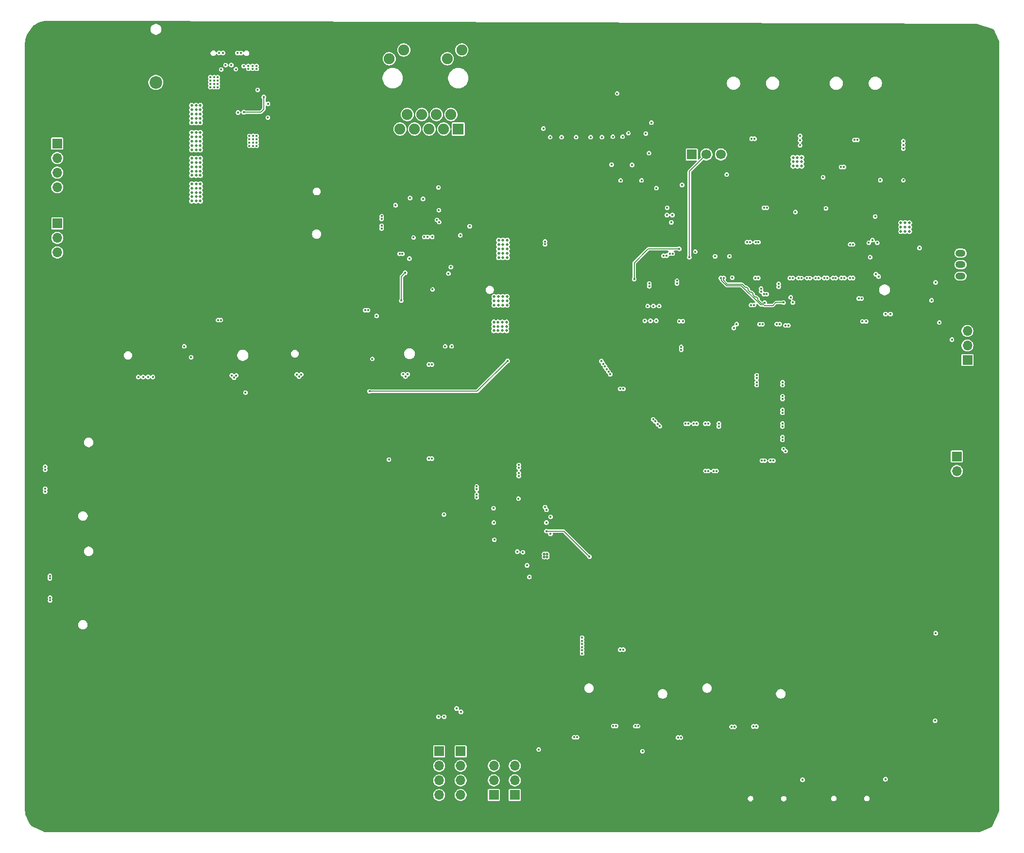
<source format=gbr>
%TF.GenerationSoftware,KiCad,Pcbnew,9.0.3*%
%TF.CreationDate,2025-07-29T21:44:47-04:00*%
%TF.ProjectId,[DFR1142]Lite Carrier for LattePanda Mu,5b444652-3131-4343-925d-4c6974652043,rev?*%
%TF.SameCoordinates,Original*%
%TF.FileFunction,Copper,L2,Inr*%
%TF.FilePolarity,Positive*%
%FSLAX46Y46*%
G04 Gerber Fmt 4.6, Leading zero omitted, Abs format (unit mm)*
G04 Created by KiCad (PCBNEW 9.0.3) date 2025-07-29 21:44:47*
%MOMM*%
%LPD*%
G01*
G04 APERTURE LIST*
G04 Aperture macros list*
%AMRoundRect*
0 Rectangle with rounded corners*
0 $1 Rounding radius*
0 $2 $3 $4 $5 $6 $7 $8 $9 X,Y pos of 4 corners*
0 Add a 4 corners polygon primitive as box body*
4,1,4,$2,$3,$4,$5,$6,$7,$8,$9,$2,$3,0*
0 Add four circle primitives for the rounded corners*
1,1,$1+$1,$2,$3*
1,1,$1+$1,$4,$5*
1,1,$1+$1,$6,$7*
1,1,$1+$1,$8,$9*
0 Add four rect primitives between the rounded corners*
20,1,$1+$1,$2,$3,$4,$5,0*
20,1,$1+$1,$4,$5,$6,$7,0*
20,1,$1+$1,$6,$7,$8,$9,0*
20,1,$1+$1,$8,$9,$2,$3,0*%
G04 Aperture macros list end*
%TA.AperFunction,ComponentPad*%
%ADD10C,0.800000*%
%TD*%
%TA.AperFunction,ComponentPad*%
%ADD11C,6.400000*%
%TD*%
%TA.AperFunction,ComponentPad*%
%ADD12R,1.700000X1.700000*%
%TD*%
%TA.AperFunction,ComponentPad*%
%ADD13C,1.700000*%
%TD*%
%TA.AperFunction,ComponentPad*%
%ADD14O,1.700000X1.700000*%
%TD*%
%TA.AperFunction,ComponentPad*%
%ADD15O,1.500000X2.300000*%
%TD*%
%TA.AperFunction,ComponentPad*%
%ADD16O,1.500000X3.300000*%
%TD*%
%TA.AperFunction,ComponentPad*%
%ADD17C,2.500000*%
%TD*%
%TA.AperFunction,ComponentPad*%
%ADD18C,1.900000*%
%TD*%
%TA.AperFunction,ComponentPad*%
%ADD19R,1.900000X1.900000*%
%TD*%
%TA.AperFunction,ComponentPad*%
%ADD20O,1.500000X2.700000*%
%TD*%
%TA.AperFunction,ComponentPad*%
%ADD21O,3.700000X1.500000*%
%TD*%
%TA.AperFunction,ComponentPad*%
%ADD22C,2.200000*%
%TD*%
%TA.AperFunction,ComponentPad*%
%ADD23O,1.000000X1.800000*%
%TD*%
%TA.AperFunction,ComponentPad*%
%ADD24O,1.000000X2.100000*%
%TD*%
%TA.AperFunction,HeatsinkPad*%
%ADD25O,2.520000X3.400000*%
%TD*%
%TA.AperFunction,HeatsinkPad*%
%ADD26O,1.200000X2.900000*%
%TD*%
%TA.AperFunction,ComponentPad*%
%ADD27O,1.750000X1.200000*%
%TD*%
%TA.AperFunction,ComponentPad*%
%ADD28RoundRect,0.250000X0.625000X-0.350000X0.625000X0.350000X-0.625000X0.350000X-0.625000X-0.350000X0*%
%TD*%
%TA.AperFunction,ComponentPad*%
%ADD29C,0.900000*%
%TD*%
%TA.AperFunction,ComponentPad*%
%ADD30C,8.000000*%
%TD*%
%TA.AperFunction,ComponentPad*%
%ADD31C,3.200000*%
%TD*%
%TA.AperFunction,ViaPad*%
%ADD32C,0.400000*%
%TD*%
%TA.AperFunction,ViaPad*%
%ADD33C,0.460000*%
%TD*%
%TA.AperFunction,ViaPad*%
%ADD34C,0.500000*%
%TD*%
%TA.AperFunction,Conductor*%
%ADD35C,0.200000*%
%TD*%
%TA.AperFunction,Conductor*%
%ADD36C,0.170400*%
%TD*%
G04 APERTURE END LIST*
D10*
%TO.N,GND*%
%TO.C,H1*%
X122992573Y-58020627D03*
X124689629Y-58723571D03*
X121295517Y-58723571D03*
X125392573Y-60420627D03*
D11*
X122992573Y-60420627D03*
D10*
X120592573Y-60420627D03*
X124689629Y-62117683D03*
X121295517Y-62117683D03*
X122992573Y-62820627D03*
%TD*%
D12*
%TO.N,Net-(J88-Pin_1)*%
%TO.C,J88*%
X235410000Y-78825000D03*
D13*
%TO.N,Net-(A1-~{BIOS_SEL})*%
X237950000Y-78825000D03*
%TO.N,Net-(J88-Pin_3)*%
X240490000Y-78825000D03*
%TD*%
D10*
%TO.N,GND*%
%TO.C,H1*%
X178625000Y-141850000D03*
X177922056Y-143547056D03*
X177922056Y-140152944D03*
X176225000Y-144250000D03*
D11*
X176225000Y-141850000D03*
D10*
X176225000Y-139450000D03*
X174527944Y-143547056D03*
X174527944Y-140152944D03*
X173825000Y-141850000D03*
%TD*%
%TO.N,GND*%
%TO.C,H2*%
X149550000Y-142175000D03*
X148847056Y-143872056D03*
X148847056Y-140477944D03*
X147150000Y-144575000D03*
D11*
X147150000Y-142175000D03*
D10*
X147150000Y-139775000D03*
X145452944Y-143872056D03*
X145452944Y-140477944D03*
X144750000Y-142175000D03*
%TD*%
%TO.N,GND*%
%TO.C,H3*%
X149550000Y-191908582D03*
X148847056Y-193605638D03*
X148847056Y-190211526D03*
X147150000Y-194308582D03*
D11*
X147150000Y-191908582D03*
D10*
X147150000Y-189508582D03*
X145452944Y-193605638D03*
X145452944Y-190211526D03*
X144750000Y-191908582D03*
%TD*%
%TO.N,GND*%
%TO.C,H4*%
X178625000Y-191850000D03*
X177922056Y-193547056D03*
X177922056Y-190152944D03*
X176225000Y-194250000D03*
D11*
X176225000Y-191850000D03*
D10*
X176225000Y-189450000D03*
X174527944Y-193547056D03*
X174527944Y-190152944D03*
X173825000Y-191850000D03*
%TD*%
D14*
%TO.N,GND*%
%TO.C,J1*%
X281600000Y-136605000D03*
%TO.N,Net-(A1-SIO_UART_RX)*%
X281600000Y-134065000D03*
D12*
%TO.N,Net-(A1-SIO_UART_TX)*%
X281600000Y-131525000D03*
%TD*%
D15*
%TO.N,GND*%
%TO.C,J3*%
X224250000Y-59785000D03*
X209750000Y-59785000D03*
D16*
X224250000Y-65745000D03*
X209750000Y-65745000D03*
%TD*%
D17*
%TO.N,GND*%
%TO.C,J6*%
X181225000Y-68550000D03*
X196775000Y-68550000D03*
D18*
X183285000Y-71850000D03*
%TO.N,/Gigabit Ethernet/MDI3-*%
X184555000Y-74390000D03*
%TO.N,/Gigabit Ethernet/MDI3+*%
X185825000Y-71850000D03*
%TO.N,/Gigabit Ethernet/MDI2-*%
X187095000Y-74390000D03*
%TO.N,/Gigabit Ethernet/MDI2+*%
X188365000Y-71850000D03*
%TO.N,/Gigabit Ethernet/MDI1-*%
X189635000Y-74390000D03*
%TO.N,/Gigabit Ethernet/MDI1+*%
X190905000Y-71850000D03*
%TO.N,/Gigabit Ethernet/MDI0-*%
X192175000Y-74390000D03*
%TO.N,/Gigabit Ethernet/MDI0+*%
X193445000Y-71850000D03*
D19*
%TO.N,Net-(J6-CT)*%
X194715000Y-74390000D03*
D18*
%TO.N,/Gigabit Ethernet/LED1_1000*%
X195325000Y-60600000D03*
%TO.N,Net-(J6-PadL3)*%
X192785000Y-62120000D03*
%TO.N,/Gigabit Ethernet/LED2_ACT*%
X185215000Y-60600000D03*
%TO.N,Net-(J6-PadL1)*%
X182675000Y-62120000D03*
%TD*%
D14*
%TO.N,/GPIO/I2C5_SDA*%
%TO.C,J7*%
X191375000Y-190600609D03*
%TO.N,/GPIO/I2C4_SDA*%
X191375000Y-188060609D03*
%TO.N,/GPIO/I2C3_SDA*%
X191375000Y-185520609D03*
D12*
%TO.N,/GPIO/I2C2_SDA*%
X191375000Y-182980609D03*
%TD*%
D14*
%TO.N,/GPIO/SOC_UART2_RX*%
%TO.C,J8*%
X200900000Y-185510000D03*
%TO.N,/GPIO/SOC_UART0_RX*%
X200900000Y-188050000D03*
D12*
%TO.N,/GPIO/SOC_UART1_RX*%
X200900000Y-190590000D03*
%TD*%
D14*
%TO.N,/GPIO/I2C5_SCL*%
%TO.C,J9*%
X195125000Y-190600000D03*
%TO.N,/GPIO/I2C4_SCL*%
X195125000Y-188060000D03*
%TO.N,/GPIO/I2C3_SCL*%
X195125000Y-185520000D03*
D12*
%TO.N,/GPIO/I2C2_SCL*%
X195125000Y-182980000D03*
%TD*%
D14*
%TO.N,/GPIO/SOC_UART2_TX*%
%TO.C,J10*%
X204550000Y-185510000D03*
%TO.N,/GPIO/SOC_UART0_TX*%
X204550000Y-188050000D03*
D12*
%TO.N,/GPIO/SOC_UART1_TX*%
X204550000Y-190590000D03*
%TD*%
D14*
%TO.N,GND*%
%TO.C,J11*%
X128550000Y-95930000D03*
X128550000Y-93390000D03*
D12*
X128550000Y-90850000D03*
%TD*%
D14*
%TO.N,GND*%
%TO.C,J12*%
X128525000Y-84540000D03*
X128525000Y-82000000D03*
X128525000Y-79460000D03*
D12*
X128525000Y-76920000D03*
%TD*%
D14*
%TO.N,+3V3*%
%TO.C,J13*%
X124800000Y-84540000D03*
X124800000Y-82000000D03*
X124800000Y-79460000D03*
D12*
X124800000Y-76920000D03*
%TD*%
D14*
%TO.N,+3V3*%
%TO.C,J14*%
X124825000Y-95930000D03*
X124825000Y-93390000D03*
D12*
X124825000Y-90850000D03*
%TD*%
D20*
%TO.N,GND*%
%TO.C,J17*%
X146750000Y-64350000D03*
X146750000Y-59750000D03*
X137250000Y-64450000D03*
X137250000Y-59750000D03*
D21*
X142000000Y-60250000D03*
D22*
%TO.N,+12V*%
X142000000Y-66250000D03*
%TD*%
D23*
%TO.N,GND*%
%TO.C,J18*%
X150580000Y-57475000D03*
D24*
X150580000Y-61675000D03*
D23*
X159220000Y-57475000D03*
D24*
X159220000Y-61675000D03*
%TD*%
D25*
%TO.N,GND*%
%TO.C,J78*%
X239288999Y-66400000D03*
X252888999Y-66400000D03*
%TD*%
D23*
%TO.N,GND*%
%TO.C,J79*%
X267360000Y-194860000D03*
D24*
X267360000Y-190660000D03*
D23*
X258720000Y-194860000D03*
D24*
X258720000Y-190660000D03*
%TD*%
D25*
%TO.N,GND*%
%TO.C,J80*%
X257200000Y-66407500D03*
X270800000Y-66407500D03*
%TD*%
D23*
%TO.N,GND*%
%TO.C,J81*%
X252860000Y-194910000D03*
D24*
X252860000Y-190710000D03*
D23*
X244220000Y-194910000D03*
D24*
X244220000Y-190710000D03*
%TD*%
D26*
%TO.N,GND*%
%TO.C,J82*%
X239650000Y-188200000D03*
X226850000Y-188200000D03*
%TD*%
%TO.N,GND*%
%TO.C,J83*%
X221550000Y-188200000D03*
X208750000Y-188200000D03*
%TD*%
D14*
%TO.N,/LattePanda Module/SLS_S3*%
%TO.C,JP1*%
X283450000Y-109610000D03*
%TO.N,Net-(JP1-C)*%
X283450000Y-112150000D03*
D12*
%TO.N,/~{PWR_LED}{slash}~{PSON}*%
X283450000Y-114690000D03*
%TD*%
D27*
%TO.N,Net-(M1-PWM)*%
%TO.C,M1*%
X282250000Y-96050000D03*
%TO.N,Net-(D26-A)*%
X282250000Y-98050000D03*
%TO.N,+5V*%
X282250000Y-100050000D03*
D28*
%TO.N,GND*%
X282250000Y-102050000D03*
%TD*%
D29*
%TO.N,GND*%
%TO.C,H72*%
X122575000Y-191375000D03*
X123453680Y-189253680D03*
X123453680Y-193496320D03*
X125575000Y-188375000D03*
D30*
X125575000Y-191375000D03*
D29*
X125575000Y-194375000D03*
X127696320Y-189253680D03*
X127696320Y-193496320D03*
X128575000Y-191375000D03*
%TD*%
%TO.N,GND*%
%TO.C,H73*%
X280628680Y-191375000D03*
X281507360Y-189253680D03*
X281507360Y-193496320D03*
X283628680Y-188375000D03*
D30*
X283628680Y-191375000D03*
D29*
X283628680Y-194375000D03*
X285750000Y-189253680D03*
X285750000Y-193496320D03*
X286628680Y-191375000D03*
%TD*%
D31*
%TO.N,GND*%
%TO.C,H6*%
X266025000Y-158850000D03*
%TD*%
%TO.N,GND*%
%TO.C,H5*%
X203825000Y-158625000D03*
%TD*%
D29*
%TO.N,GND*%
%TO.C,H74*%
X280628680Y-61096320D03*
X281507360Y-58975000D03*
X281507360Y-63217640D03*
X283628680Y-58096320D03*
D30*
X283628680Y-61096320D03*
D29*
X283628680Y-64096320D03*
X285750000Y-58975000D03*
X285750000Y-63217640D03*
X286628680Y-61096320D03*
%TD*%
D32*
%TO.N,GND*%
X190600000Y-115025000D03*
X189100000Y-115025000D03*
%TO.N,/LattePanda Module/REFCLK2+*%
X190100800Y-115475000D03*
%TO.N,/LattePanda Module/REFCLK2-*%
X189599200Y-115475000D03*
%TO.N,GND*%
X224375000Y-115875000D03*
X228100000Y-111875000D03*
%TO.N,/LattePanda Module/SUSCLK_WIFI*%
X233225000Y-95300000D03*
%TO.N,/Gigabit Ethernet/GbE_PCIe_TX+*%
X232075800Y-96125000D03*
%TO.N,/Gigabit Ethernet/GbE_PCIe_TX-*%
X231574200Y-96125000D03*
%TO.N,/Gigabit Ethernet/GbE_PCIe_CLK-*%
X230499200Y-96500000D03*
%TO.N,/Gigabit Ethernet/GbE_PCIe_CLK+*%
X231000800Y-96500000D03*
%TO.N,/LattePanda Module/SUSCLK_WIFI*%
X225375000Y-100575000D03*
%TO.N,GND*%
X208000000Y-149025000D03*
X207700000Y-149260000D03*
X206150000Y-168575000D03*
X233125000Y-112025000D03*
X233100000Y-113225000D03*
X234025000Y-113225000D03*
X234000000Y-112050000D03*
%TO.N,/Gigabit Ethernet/GbE_PCIe_RX-*%
X233575000Y-112399200D03*
%TO.N,/Gigabit Ethernet/GbE_PCIe_RX+*%
X233575000Y-112900800D03*
%TO.N,GND*%
X245675000Y-179125000D03*
X247175000Y-179100000D03*
X241925000Y-179050000D03*
X243275000Y-179050000D03*
X226650000Y-178575000D03*
X225125000Y-179050000D03*
X221250000Y-178925000D03*
X222675000Y-178900000D03*
%TO.N,/GPIO/I2C4_SDA*%
X192250000Y-176950000D03*
%TO.N,/GPIO/I2C3_SDA*%
X191250000Y-176950000D03*
%TO.N,/GPIO/I2C4_SDA*%
X195175000Y-176100000D03*
%TO.N,/GPIO/I2C3_SDA*%
X194430699Y-175505699D03*
%TO.N,/GPIO/I2C2_SDA*%
X216300000Y-163149985D03*
%TO.N,/GPIO/I2C2_SCL*%
X216300000Y-163699988D03*
%TO.N,/GPIO/I2C3_SDA*%
X216300000Y-164249991D03*
%TO.N,/GPIO/I2C3_SCL*%
X216300000Y-164799994D03*
%TO.N,/GPIO/I2C4_SDA*%
X216300000Y-165349997D03*
%TO.N,/GPIO/I2C4_SCL*%
X216300000Y-165900000D03*
%TO.N,/GPIO/I2C2_SDA*%
X219650000Y-114875000D03*
%TO.N,/GPIO/I2C2_SCL*%
X219962199Y-115356474D03*
%TO.N,/GPIO/I2C3_SDA*%
X220268807Y-115813086D03*
%TO.N,/GPIO/I2C3_SCL*%
X220570443Y-116272998D03*
%TO.N,/GPIO/I2C4_SDA*%
X220888408Y-116721775D03*
%TO.N,/GPIO/I2C4_SCL*%
X221200000Y-117175000D03*
%TO.N,/GPIO/SOC_UART2_RX*%
X222924997Y-165225000D03*
%TO.N,/GPIO/SOC_UART2_TX*%
X223475000Y-165225000D03*
%TO.N,/GPIO/SOC_UART2_RX*%
X222924997Y-119725000D03*
%TO.N,/GPIO/SOC_UART2_TX*%
X223475000Y-119725000D03*
%TO.N,GND*%
X203925000Y-178815000D03*
X200900000Y-178840000D03*
%TO.N,/LattePanda Module/SUSCLK_WIFI*%
X203300000Y-114850000D03*
%TO.N,/~{PLT_RST}*%
X185450000Y-99475000D03*
X182625000Y-132050000D03*
%TO.N,+3V3*%
X207100000Y-152550000D03*
%TO.N,+5V*%
X209550000Y-74300000D03*
%TO.N,/LattePanda Module/SUSCLK_WIFI*%
X236025000Y-95775000D03*
X157625000Y-120375000D03*
X179225000Y-120150000D03*
%TO.N,+3V3*%
X278550000Y-108150000D03*
%TO.N,/GPIO/I2C4_SCL*%
X229725000Y-105275000D03*
%TO.N,/GPIO/I2C4_SDA*%
X229225000Y-107825000D03*
%TO.N,/GPIO/I2C3_SCL*%
X228725000Y-105275000D03*
%TO.N,/GPIO/I2C3_SDA*%
X228225000Y-107850000D03*
%TO.N,/GPIO/I2C2_SCL*%
X227725000Y-105275000D03*
%TO.N,/GPIO/I2C2_SDA*%
X227225000Y-107850000D03*
%TO.N,Net-(A1-SIO_UART_RX)*%
X265150000Y-107950000D03*
%TO.N,Net-(A1-SIO_UART_TX)*%
X265800000Y-107950000D03*
%TO.N,GND*%
X243500000Y-115125000D03*
%TO.N,/GPIO/SOC_UART2_TX*%
X233850000Y-107925000D03*
%TO.N,/GPIO/SOC_UART2_RX*%
X233225000Y-107925000D03*
%TO.N,/BIOS/SPI_IO1*%
X232025000Y-89400000D03*
%TO.N,/BIOS/SPI_CS*%
X231850000Y-90675000D03*
X231125000Y-88125000D03*
%TO.N,/BIOS/SPI_IO1*%
X231100000Y-89400000D03*
%TO.N,VDC*%
X241500000Y-82325000D03*
%TO.N,Net-(A1-~{BIOS_SEL})*%
X234975000Y-96750000D03*
%TO.N,+3V3*%
X233725000Y-84150000D03*
X210775000Y-145050000D03*
D33*
%TO.N,+1V2*%
X209699010Y-149050051D03*
X210200000Y-149050000D03*
X209699010Y-148550051D03*
X210199411Y-148550051D03*
D32*
X210087500Y-140837500D03*
X209825000Y-140375000D03*
%TO.N,/~{PLT_RST}*%
X206700000Y-150525000D03*
%TO.N,/LattePanda Module/REFCLK2-*%
X209825000Y-93999200D03*
%TO.N,/LattePanda Module/REFCLK2+*%
X209825000Y-94500800D03*
%TO.N,GND*%
X233275000Y-100475000D03*
X233275000Y-101725000D03*
X189125000Y-131600000D03*
X190575000Y-131600000D03*
%TO.N,/LattePanda Module/REFCLK2-*%
X189599200Y-131900000D03*
%TO.N,/LattePanda Module/REFCLK2+*%
X190100800Y-131900000D03*
%TO.N,/LattePanda Module/REFCLK2-*%
X232825000Y-100849200D03*
%TO.N,/LattePanda Module/REFCLK2+*%
X232825000Y-101350800D03*
%TO.N,GND*%
X237325000Y-134425000D03*
X240175000Y-134425000D03*
X238775000Y-134425000D03*
X237300000Y-126175000D03*
X238750000Y-126175000D03*
X240625000Y-125425000D03*
X240625000Y-126625000D03*
%TO.N,/LattePanda Module/HSIO_8_TX-*%
X239224200Y-134050000D03*
%TO.N,/LattePanda Module/HSIO_8_TX+*%
X239725800Y-134050000D03*
%TO.N,/LattePanda Module/HSIO_8_TX-*%
X240130455Y-125780074D03*
%TO.N,/LattePanda Module/HSIO_8_TX+*%
X240130455Y-126281674D03*
%TO.N,/LattePanda Module/HSIO_8_RX-*%
X237774200Y-125800000D03*
%TO.N,/LattePanda Module/HSIO_8_RX+*%
X238275800Y-125800000D03*
%TO.N,/LattePanda Module/HSIO_9_TX-*%
X235740732Y-125800000D03*
%TO.N,/LattePanda Module/HSIO_9_TX+*%
X236242332Y-125800000D03*
%TO.N,GND*%
X233875000Y-126150000D03*
X235275000Y-126150000D03*
%TO.N,/LattePanda Module/HSIO_9_RX+*%
X234825800Y-125825000D03*
%TO.N,/LattePanda Module/HSIO_9_RX-*%
X234324200Y-125825000D03*
%TO.N,GND*%
X200250000Y-144550000D03*
%TO.N,SATA4_RX-*%
X123525000Y-152838300D03*
%TO.N,SATA4_RX+*%
X123525000Y-152336700D03*
%TO.N,SATA4_RX-*%
X197925000Y-137250800D03*
%TO.N,SATA4_RX+*%
X197925000Y-136749200D03*
%TO.N,GND*%
X197548353Y-139060646D03*
X197550000Y-137725000D03*
%TO.N,SATA4_TX-*%
X197915135Y-138149200D03*
%TO.N,SATA4_TX+*%
X197915135Y-138650800D03*
%TO.N,SATA4_TX-*%
X123554651Y-156146700D03*
%TO.N,SATA4_TX+*%
X123554651Y-156648300D03*
%TO.N,GND*%
X204900000Y-132550000D03*
%TO.N,SATA3_RX+*%
X205258130Y-133007940D03*
%TO.N,SATA3_RX-*%
X205258130Y-133509540D03*
%TO.N,GND*%
X204875000Y-135375000D03*
X204900000Y-133975000D03*
%TO.N,SATA3_TX-*%
X205250000Y-134424200D03*
%TO.N,SATA3_TX+*%
X205250000Y-134925800D03*
%TO.N,SATA3_TX-*%
X122710300Y-137156700D03*
%TO.N,SATA3_TX+*%
X122710300Y-137658300D03*
D34*
%TO.N,GND*%
X267400000Y-78600000D03*
D32*
X210075000Y-146700000D03*
D34*
X170575000Y-104625000D03*
D32*
X222050000Y-96450000D03*
X139150000Y-110350000D03*
X156900000Y-69275000D03*
X155625000Y-69275000D03*
X247500000Y-86800000D03*
X250500000Y-99775000D03*
D34*
X169075000Y-103875000D03*
X170575000Y-103875000D03*
D32*
X261625000Y-74707500D03*
X223375000Y-71875000D03*
X217775000Y-79075000D03*
X244500000Y-80000000D03*
X250750000Y-127775000D03*
X265500000Y-99775000D03*
D34*
X268150000Y-79350000D03*
D32*
X246000000Y-86800000D03*
D34*
X218900000Y-87025000D03*
D32*
X250750000Y-125400000D03*
X225425000Y-74450000D03*
X157050000Y-66025000D03*
X186237500Y-80662500D03*
X142150000Y-110350000D03*
D34*
X187216150Y-89450000D03*
X268150000Y-78600000D03*
X251738999Y-84425000D03*
D32*
X217500000Y-64450000D03*
X248625000Y-135650000D03*
X251780145Y-131126642D03*
D34*
X187216150Y-88700000D03*
D32*
X193927669Y-92860793D03*
X244500000Y-99775000D03*
D34*
X220400000Y-87775000D03*
D32*
X243638999Y-74475000D03*
X278925000Y-97075000D03*
D34*
X187966150Y-88700000D03*
D32*
X255790000Y-178535000D03*
X212750000Y-79125000D03*
X177975000Y-109800000D03*
X192016150Y-86050000D03*
X255000000Y-99775000D03*
X247225000Y-118225000D03*
X252000000Y-99775000D03*
X252025000Y-141850000D03*
X156275000Y-70450000D03*
X264000000Y-94150000D03*
X250750000Y-130125000D03*
X215225000Y-72075000D03*
X250750000Y-128975000D03*
X255800000Y-165150000D03*
D34*
X169825000Y-103125000D03*
D32*
X253500000Y-99775000D03*
D34*
X221150000Y-87775000D03*
D32*
X262500000Y-99775000D03*
X266425000Y-74625000D03*
D34*
X188716150Y-90200000D03*
D32*
X156900000Y-70450000D03*
X243000000Y-99775000D03*
D34*
X220400000Y-88525000D03*
D32*
X226450000Y-75175000D03*
X156900000Y-69875000D03*
D34*
X170575000Y-103125000D03*
X187966150Y-90200000D03*
X187966150Y-89450000D03*
D32*
X168475000Y-109925000D03*
D34*
X219650000Y-87025000D03*
D32*
X244500000Y-96975000D03*
X148900000Y-110700000D03*
X220500000Y-64450000D03*
D34*
X219650000Y-88525000D03*
D32*
X185691150Y-84050000D03*
D34*
X220400000Y-87025000D03*
D32*
X187775000Y-81675000D03*
X247500000Y-99775000D03*
X280475000Y-99650000D03*
X246000000Y-96975000D03*
D34*
X267400000Y-80100000D03*
D32*
X222250000Y-69975000D03*
D34*
X268150000Y-80100000D03*
X188716150Y-89450000D03*
X168325000Y-104625000D03*
X168325000Y-103125000D03*
D32*
X176475000Y-109800000D03*
D34*
X252488999Y-84425000D03*
X169825000Y-104625000D03*
D32*
X215250000Y-68950000D03*
X246000000Y-99775000D03*
X265500000Y-95275000D03*
X211600000Y-142175000D03*
X216000000Y-64450000D03*
X188566150Y-84050000D03*
X185575000Y-87100000D03*
X213100000Y-72575000D03*
X189275000Y-80650000D03*
X195942669Y-89100793D03*
X243175000Y-164125000D03*
X214500000Y-64450000D03*
X187775000Y-80675000D03*
X264000000Y-99775000D03*
X187775000Y-82575000D03*
X243000000Y-96975000D03*
X153575000Y-68950000D03*
X155625000Y-69875000D03*
D34*
X250988999Y-84425000D03*
D32*
X144400000Y-110700000D03*
X216750000Y-68950000D03*
X259500000Y-99775000D03*
X250750000Y-124225000D03*
X215275000Y-79100000D03*
X221075000Y-71825000D03*
D34*
X169825000Y-103875000D03*
D32*
X250750000Y-120600000D03*
X262500000Y-94150000D03*
X213000000Y-64500000D03*
X250750000Y-119450000D03*
X156275000Y-69875000D03*
X243175000Y-150925000D03*
X210675000Y-141200000D03*
X250750000Y-123000000D03*
D34*
X188716150Y-88700000D03*
X218900000Y-87775000D03*
D32*
X250500000Y-96975000D03*
X155625000Y-70450000D03*
X247500000Y-96975000D03*
X217400000Y-72500000D03*
D34*
X187216150Y-90200000D03*
D32*
X249000000Y-99775000D03*
D34*
X250238999Y-84425000D03*
D32*
X225200000Y-160125000D03*
X262500000Y-80725000D03*
X166975000Y-109900000D03*
X248488999Y-74500000D03*
X156275000Y-69275000D03*
D34*
X168325000Y-103875000D03*
D32*
X184550000Y-80750000D03*
X215250000Y-73215000D03*
D34*
X169075000Y-103125000D03*
D32*
X191450000Y-79225000D03*
X247225000Y-116975000D03*
X213750000Y-68950000D03*
X228825000Y-124325000D03*
X224425000Y-78000000D03*
X258000000Y-99775000D03*
X186237500Y-77812500D03*
X256500000Y-99775000D03*
X205200000Y-147544015D03*
X281625000Y-110850000D03*
X249000000Y-96975000D03*
X229700000Y-125225000D03*
X250750000Y-126625000D03*
D34*
X221150000Y-87025000D03*
D32*
X261000000Y-99775000D03*
X250750000Y-118175000D03*
D34*
X221150000Y-88525000D03*
D32*
X250750000Y-121850000D03*
X230550000Y-126075000D03*
D34*
X219650000Y-87775000D03*
D32*
X255825000Y-153200000D03*
X147400000Y-110700000D03*
D34*
X169075000Y-104625000D03*
D32*
X174975000Y-109800000D03*
X247225000Y-119450000D03*
X264000000Y-83725000D03*
D34*
X267400000Y-79350000D03*
X218900000Y-88525000D03*
D32*
%TO.N,/Gigabit Ethernet/GbE_PCIe_CLK+*%
X181350000Y-91249200D03*
%TO.N,/Gigabit Ethernet/GbE_PCIe_TX+*%
X247483815Y-102224200D03*
X252504199Y-100385597D03*
X181350000Y-89586700D03*
D34*
%TO.N,VDC*%
X201750000Y-94550000D03*
X203200000Y-103625000D03*
X202400000Y-109575000D03*
X149000000Y-80975000D03*
X271850000Y-92225000D03*
X148250000Y-71775000D03*
X148250000Y-71025000D03*
X149000000Y-86950000D03*
X148250000Y-80225000D03*
X253063999Y-79350000D03*
X254563999Y-79350000D03*
X201750000Y-96800000D03*
X203150000Y-108075000D03*
X201650000Y-108825000D03*
X149000000Y-84700000D03*
X149000000Y-83950000D03*
X271850000Y-90725000D03*
X253813999Y-80100000D03*
X148250000Y-76500000D03*
X203250000Y-96050000D03*
X253063999Y-80100000D03*
X202400000Y-108825000D03*
X253813999Y-80850000D03*
X202500000Y-94550000D03*
X149750000Y-75750000D03*
X202500000Y-95300000D03*
X149000000Y-73275000D03*
X149750000Y-80975000D03*
X148250000Y-80975000D03*
X148250000Y-77250000D03*
X149000000Y-82475000D03*
X203250000Y-96800000D03*
X149750000Y-86200000D03*
X149000000Y-76500000D03*
X253813999Y-79350000D03*
X272600000Y-91475000D03*
X254563999Y-80850000D03*
X200900000Y-108075000D03*
X149750000Y-78000000D03*
X148250000Y-73275000D03*
X149000000Y-81725000D03*
X148250000Y-86950000D03*
X148250000Y-79475000D03*
X148250000Y-81725000D03*
X272600000Y-90725000D03*
X149750000Y-72525000D03*
X253063999Y-80850000D03*
X148250000Y-83950000D03*
X202450000Y-103625000D03*
X149750000Y-70275000D03*
X148250000Y-72525000D03*
X149750000Y-77250000D03*
X149000000Y-80225000D03*
X273350000Y-90725000D03*
X203150000Y-108825000D03*
X202400000Y-108075000D03*
X201650000Y-108075000D03*
X149000000Y-70275000D03*
X200950000Y-105125000D03*
X273350000Y-91475000D03*
X149750000Y-71025000D03*
X149750000Y-73275000D03*
X201750000Y-93800000D03*
X149750000Y-86950000D03*
X203200000Y-105125000D03*
X201750000Y-95300000D03*
X201750000Y-96050000D03*
X203150000Y-109575000D03*
X149000000Y-75000000D03*
X271850000Y-91475000D03*
X200950000Y-104375000D03*
X202500000Y-96800000D03*
X200900000Y-108825000D03*
X149000000Y-71025000D03*
X149000000Y-86200000D03*
X149000000Y-85450000D03*
X203250000Y-94550000D03*
X148250000Y-85450000D03*
X202500000Y-96050000D03*
X203200000Y-104375000D03*
X148250000Y-70275000D03*
X149750000Y-83950000D03*
X272600000Y-92225000D03*
X202500000Y-93800000D03*
X149000000Y-79475000D03*
X201700000Y-103625000D03*
X273350000Y-92225000D03*
X148250000Y-86200000D03*
X148250000Y-75750000D03*
X149000000Y-72525000D03*
X201700000Y-105125000D03*
X149000000Y-71775000D03*
X149000000Y-78000000D03*
X149750000Y-81725000D03*
X201700000Y-104375000D03*
X149750000Y-80225000D03*
X254563999Y-80100000D03*
X149750000Y-71775000D03*
X149750000Y-85450000D03*
X149750000Y-76500000D03*
X200900000Y-109575000D03*
X149000000Y-77250000D03*
X203250000Y-93800000D03*
X149750000Y-79475000D03*
X202450000Y-104375000D03*
X148250000Y-78000000D03*
X149000000Y-75750000D03*
X149750000Y-84700000D03*
X148250000Y-75000000D03*
X148250000Y-82475000D03*
X201650000Y-109575000D03*
X149750000Y-75000000D03*
X200950000Y-103625000D03*
X202450000Y-105125000D03*
X148250000Y-84700000D03*
X203250000Y-95300000D03*
X149750000Y-82475000D03*
D32*
%TO.N,/LattePanda Module/HSIO_9_TX+*%
X251212877Y-123904274D03*
X257507399Y-100382399D03*
%TO.N,/~{PWR_LED}{slash}~{PSON}*%
X267750000Y-94250000D03*
X229240000Y-84685000D03*
X266250000Y-94250000D03*
%TO.N,/USB2.0&USB3.0/CON_USB4_D_N*%
X248484604Y-88125000D03*
X246337299Y-76073364D03*
%TO.N,/LattePanda Module/HSIO_8_TX-*%
X258497600Y-100376599D03*
X251208817Y-125780074D03*
%TO.N,/USB2.0&USB3.0/CON_USB3_D_P*%
X261424200Y-81016207D03*
X263759200Y-76289615D03*
%TO.N,/USB2.0&USB3.0/CON_USB3_D_N*%
X261925800Y-81016207D03*
X264260800Y-76289615D03*
%TO.N,/LattePanda Module/HSIO_3_TX-*%
X251210604Y-128128742D03*
X259998400Y-100375000D03*
%TO.N,/LattePanda Module/HSIO_3_TX+*%
X251210604Y-128630342D03*
X260500000Y-100375000D03*
%TO.N,/LattePanda Module/HSIO_9_TX-*%
X257005799Y-100382399D03*
X251212877Y-123402674D03*
%TO.N,Net-(A1-~{CLKREQ4})*%
X242725000Y-109100000D03*
X192425000Y-112300000D03*
%TO.N,/USB2.0&USB3.0/CON_USB2_D_N*%
X249124200Y-132250000D03*
X253022658Y-104652342D03*
X248481549Y-103200000D03*
X252650000Y-103750000D03*
%TO.N,/LattePanda Module/HSIO_1_TX-*%
X246535699Y-94125000D03*
X262999200Y-100373401D03*
%TO.N,/LattePanda Module/~{PWR_SW}*%
X270050000Y-106675000D03*
X267975000Y-100125000D03*
%TO.N,/LattePanda Module/HSIO_2_TX+*%
X251752343Y-130577343D03*
X262000000Y-100375000D03*
%TO.N,/LattePanda Module/REFCLK0+*%
X153325800Y-107725000D03*
X247000000Y-100375000D03*
%TO.N,/Gigabit Ethernet/GbE_PCIe_RX-*%
X228000000Y-101324200D03*
X251729949Y-108650000D03*
X184979450Y-96150000D03*
%TO.N,/LattePanda Module/USB_2_P4+*%
X250731549Y-108434018D03*
X233500800Y-180550000D03*
%TO.N,/USB2.0&USB3.0/CON_USB4_D_P*%
X247983004Y-88125000D03*
X245835699Y-76073364D03*
%TO.N,/LattePanda Module/REFCLK3-*%
X245749200Y-105100000D03*
X178975800Y-105989107D03*
%TO.N,/HDMI/DDI_B_HPD*%
X226650000Y-83350000D03*
X223000000Y-83350000D03*
%TO.N,/USB2.0&USB3.0/CON_USB3_SSRX_P*%
X265000800Y-103959677D03*
X263500800Y-94511676D03*
%TO.N,/LattePanda Module/HSIO_2_TX-*%
X261498400Y-100375000D03*
X251397657Y-130222657D03*
%TO.N,/Gigabit Ethernet/GbE_PCIe_CLK-*%
X181350000Y-91750800D03*
%TO.N,/USB2.0&USB3.0/CON_USB4_SSRX_N*%
X245038199Y-94125000D03*
X250550000Y-101900800D03*
%TO.N,/LattePanda Module/USB_2_P4-*%
X250229949Y-108434018D03*
X232999200Y-180550000D03*
%TO.N,/LattePanda Module/HSIO_1_TX+*%
X247037299Y-94125000D03*
X263500800Y-100373401D03*
%TO.N,/~{WAKE}*%
X146950000Y-112300000D03*
X190225000Y-102375000D03*
X242456728Y-100325000D03*
X180475000Y-107000000D03*
X193000000Y-99600000D03*
%TO.N,/USB2.0&USB3.0/CON_USB2_D_P*%
X247979949Y-103200000D03*
X249625800Y-132250000D03*
%TO.N,/LattePanda Module/SLS_S3*%
X266500000Y-96750000D03*
X277200000Y-104275000D03*
%TO.N,Net-(A1-~{CLKREQ3})*%
X243230749Y-108419251D03*
X193550000Y-112300000D03*
%TO.N,/Gigabit Ethernet/GbE_PCIe_TX-*%
X181350000Y-90088300D03*
X253005799Y-100385597D03*
X247483815Y-102725800D03*
%TO.N,/LattePanda Module/REFCLK3+*%
X246250800Y-105100000D03*
X178474200Y-105989107D03*
%TO.N,/LattePanda Module/~{RST_SW}*%
X267500000Y-99725000D03*
X269175000Y-106675000D03*
%TO.N,/~{PLT_RST}*%
X184775000Y-104325000D03*
X179725000Y-114500000D03*
X196700000Y-91350000D03*
X148150000Y-114200000D03*
X186917412Y-93319000D03*
X241975000Y-96575000D03*
X195075000Y-92925000D03*
%TO.N,/USB2.0&USB3.0/CON_USB3_SSRX_N*%
X264499200Y-103959677D03*
X262999200Y-94511676D03*
%TO.N,/Gigabit Ethernet/GbE_PCIe_RX+*%
X228000000Y-101825800D03*
X252231549Y-108650000D03*
X184477850Y-96150000D03*
%TO.N,+BATT*%
X239480749Y-96600000D03*
X193425000Y-98475000D03*
%TO.N,/LattePanda Module/REFCLK0-*%
X246498400Y-100375000D03*
X152824200Y-107725000D03*
%TO.N,/USB2.0&USB3.0/CON_USB1_D_N*%
X247624200Y-132250000D03*
X248113819Y-104674537D03*
X240981549Y-100395466D03*
%TO.N,/LattePanda Module/HSIO_8_TX+*%
X258999200Y-100376599D03*
X251208817Y-126281674D03*
%TO.N,/USB2.0&USB3.0/CON_USB4_SSRX_P*%
X250550000Y-101399200D03*
X245539799Y-94125000D03*
%TO.N,/USB2.0&USB3.0/CON_USB1_D_P*%
X240479949Y-100395466D03*
X251398231Y-104663254D03*
X248125800Y-132250000D03*
%TO.N,+5V*%
X228375000Y-73275000D03*
X254288999Y-76375000D03*
X254288999Y-77225000D03*
X226815000Y-182960000D03*
X269165000Y-187835000D03*
X272275000Y-76500000D03*
X272275000Y-83325000D03*
X254715000Y-187935000D03*
X268275000Y-83300000D03*
X277900000Y-101150000D03*
X272275000Y-77825000D03*
X254288999Y-75600000D03*
X208725000Y-182650000D03*
X272275000Y-77175000D03*
%TO.N,+1V0*%
X186303650Y-86412500D03*
X188566150Y-86575000D03*
X191329490Y-88529802D03*
X188776150Y-93218061D03*
X190166150Y-93200000D03*
%TO.N,+3V3*%
X275100000Y-95125000D03*
X185100000Y-117175000D03*
X253476499Y-88862500D03*
X191250000Y-84575000D03*
X201000000Y-146050000D03*
X205200000Y-138875000D03*
X277815000Y-177635000D03*
X205975000Y-148225000D03*
X139775000Y-117650000D03*
X155225000Y-117375000D03*
X185900000Y-117175000D03*
X210800000Y-142050000D03*
X138925000Y-117650000D03*
X221650000Y-75725000D03*
X227400000Y-75175000D03*
X166950000Y-117600000D03*
X156025000Y-117375000D03*
X183775000Y-87675000D03*
X140625000Y-117650000D03*
X185500000Y-117575000D03*
X221425000Y-80600000D03*
X186191150Y-96991150D03*
X167350000Y-117200000D03*
X258788999Y-88225000D03*
X223350000Y-75725000D03*
X277925000Y-162350000D03*
X225000000Y-80650000D03*
X189381150Y-93200000D03*
X141475000Y-117650000D03*
X166550000Y-117200000D03*
X155625000Y-117775000D03*
%TO.N,/HDMI/HPD*%
X222400000Y-68175000D03*
X224362500Y-75112500D03*
%TO.N,/PSU/PWR_C_D+*%
X155150000Y-63225000D03*
X154150000Y-63225000D03*
%TO.N,+12V*%
X157300000Y-63400000D03*
X158950000Y-76775000D03*
X158950000Y-75600000D03*
X158300000Y-76200000D03*
X158950000Y-77325000D03*
X158125000Y-63875000D03*
X151500000Y-65350000D03*
X158300000Y-75600000D03*
X152775000Y-66525000D03*
X152775000Y-67075000D03*
X156825000Y-61125000D03*
X158300000Y-77325000D03*
X158850000Y-63875000D03*
X159575000Y-76200000D03*
X158125000Y-63400000D03*
X158300000Y-76775000D03*
X151500000Y-65950000D03*
X152150000Y-65950000D03*
X152150000Y-66525000D03*
X151500000Y-67075000D03*
X152775000Y-65350000D03*
X153000000Y-61100000D03*
X159575000Y-75600000D03*
X159575000Y-77325000D03*
X159575000Y-76775000D03*
X159550000Y-63875000D03*
X152150000Y-65350000D03*
X152775000Y-65950000D03*
X151500000Y-66525000D03*
X158950000Y-76200000D03*
X156225000Y-61125000D03*
X153700000Y-61100000D03*
X159550000Y-63400000D03*
X158850000Y-63400000D03*
X152150000Y-67075000D03*
%TO.N,/PSU/CC1*%
X161550000Y-70000000D03*
X155950000Y-63950000D03*
%TO.N,/PSU/CC2*%
X153400000Y-63975000D03*
X161525000Y-72375000D03*
%TO.N,/Gigabit Ethernet/LED2_ACT*%
X191380061Y-90613911D03*
%TO.N,/Gigabit Ethernet/LED1_1000*%
X190991150Y-90225000D03*
%TO.N,Net-(Q4-D)*%
X227950000Y-78600000D03*
X210725000Y-75800000D03*
X217775000Y-75800000D03*
X212725000Y-75800000D03*
X219750000Y-75800000D03*
X215250000Y-75800000D03*
%TO.N,Net-(U14-VBUS)*%
X156325000Y-71500000D03*
X159747387Y-67551000D03*
%TO.N,Net-(U14-CFG1)*%
X157325000Y-71448000D03*
X160825000Y-68800000D03*
%TO.N,/PSU/PWR_EN*%
X267375000Y-89650000D03*
X266900000Y-93750000D03*
X280750000Y-111125000D03*
X258300000Y-82800000D03*
%TO.N,/LattePanda Module/USB_2_P8-*%
X214899200Y-180525000D03*
X247229949Y-108455609D03*
%TO.N,/LattePanda Module/USB_2_P8+*%
X247731549Y-108455609D03*
X215400800Y-180525000D03*
%TO.N,+1V2*%
X200850000Y-140550000D03*
X210075000Y-143050000D03*
X200900000Y-143050000D03*
X205005000Y-148125000D03*
%TO.N,/PCIe x4/SATA/SATA_TX_2+*%
X229852343Y-126252343D03*
X226048300Y-178576990D03*
X251217912Y-121500678D03*
X256006599Y-100383998D03*
%TO.N,/PCIe x4/SATA/SATA_RX_2-*%
X228672657Y-125047657D03*
%TO.N,/PCIe x4/SATA/SATA_RX_2+*%
X221723400Y-178550000D03*
X229027343Y-125402343D03*
%TO.N,/PCIe x4/SATA/SATA_RX_2-*%
X222225000Y-178550000D03*
%TO.N,/PCIe x4/SATA/SATA_TX_2-*%
X229497657Y-125897657D03*
X225546700Y-178576990D03*
X255504999Y-100383998D03*
X251217912Y-120999078D03*
%TO.N,/PCIe x4/SATA/SATA_RX_3-*%
X242850800Y-178700000D03*
%TO.N,/PCIe x4/SATA/SATA_RX_3+*%
X246725000Y-117850800D03*
%TO.N,/PCIe x4/SATA/SATA_TX_3+*%
X246650800Y-178636584D03*
X246725000Y-119070490D03*
X254506599Y-100383998D03*
X251225035Y-119070490D03*
%TO.N,/PCIe x4/SATA/SATA_TX_3-*%
X251225035Y-118568890D03*
X246725000Y-118568890D03*
X246149200Y-178636584D03*
X254004999Y-100383998D03*
%TO.N,/PCIe x4/SATA/SATA_RX_3+*%
X242349200Y-178700000D03*
%TO.N,/PCIe x4/SATA/SATA_RX_3-*%
X246725000Y-117349200D03*
%TO.N,Net-(U78-GPIO0)*%
X217575000Y-149000000D03*
X210050000Y-144550000D03*
%TO.N,SATA3_RX+*%
X122713606Y-133331700D03*
%TO.N,SATA3_RX-*%
X122713606Y-133833300D03*
%TO.N,/LattePanda Module/HSIO_8_RX+*%
X238275800Y-134048342D03*
%TO.N,/LattePanda Module/HSIO_8_RX-*%
X237774200Y-134048342D03*
%TO.N,/~{PLT_RST}*%
X192225000Y-141650000D03*
%TD*%
D35*
%TO.N,/LattePanda Module/SUSCLK_WIFI*%
X227800000Y-95300000D02*
X233225000Y-95300000D01*
X227600000Y-95500000D02*
X227800000Y-95300000D01*
X225375000Y-97725000D02*
X227600000Y-95500000D01*
X225375000Y-100575000D02*
X225375000Y-97725000D01*
%TO.N,Net-(U78-GPIO0)*%
X217575000Y-149000000D02*
X213125000Y-144550000D01*
X213125000Y-144550000D02*
X210050000Y-144550000D01*
%TO.N,/LattePanda Module/SUSCLK_WIFI*%
X198000000Y-120150000D02*
X203300000Y-114850000D01*
X179225000Y-120150000D02*
X198000000Y-120150000D01*
%TO.N,/~{PLT_RST}*%
X184775000Y-100150000D02*
X185450000Y-99475000D01*
X184775000Y-104325000D02*
X184775000Y-100150000D01*
%TO.N,Net-(A1-~{BIOS_SEL})*%
X237950000Y-78825000D02*
X234975000Y-81800000D01*
D36*
%TO.N,/USB2.0&USB3.0/CON_USB1_D_N*%
X247493834Y-104776500D02*
X247542619Y-104776500D01*
X246952154Y-104234821D02*
X247493834Y-104776500D01*
X247999020Y-104789336D02*
X248113819Y-104674537D01*
X241606334Y-101464000D02*
X244181334Y-101464000D01*
X240981549Y-100395466D02*
X240866750Y-100510265D01*
X244959027Y-101985261D02*
X245255074Y-102281308D01*
X247605762Y-104789336D02*
X247999020Y-104789336D01*
X246103603Y-103386270D02*
X246399651Y-103682317D01*
X245255075Y-102537742D02*
X245551123Y-102833789D01*
X246399651Y-103682317D02*
X246527891Y-103682318D01*
X246656129Y-103682317D02*
X246952153Y-103978341D01*
X240866750Y-100510265D02*
X240866750Y-100724416D01*
X246527891Y-103682318D02*
X246656129Y-103682317D01*
X244702595Y-101985261D02*
X244959027Y-101985261D01*
X246103602Y-103129836D02*
X246103603Y-103386270D01*
X245255074Y-102281308D02*
X245255075Y-102537742D01*
X247555455Y-104789336D02*
X247605762Y-104789336D01*
X244181334Y-101464000D02*
X244702595Y-101985261D01*
X245807555Y-102833789D02*
X246103602Y-103129836D01*
X245551123Y-102833789D02*
X245807555Y-102833789D01*
X240866750Y-100724416D02*
X241606334Y-101464000D01*
X246952153Y-103978341D02*
X246952154Y-104234821D01*
X247542619Y-104776500D02*
X247555455Y-104789336D01*
%TO.N,/USB2.0&USB3.0/CON_USB1_D_P*%
X241493666Y-101736000D02*
X244068666Y-101736000D01*
X248113819Y-105176137D02*
X249548863Y-105176137D01*
X240479949Y-100395466D02*
X240594748Y-100510265D01*
X240594748Y-100510265D02*
X240594748Y-100837082D01*
X247394004Y-105061338D02*
X247999020Y-105061338D01*
X247999020Y-105061338D02*
X248113819Y-105176137D01*
X249548863Y-105176137D02*
X250061746Y-104663254D01*
X250061746Y-104663254D02*
X251398231Y-104663254D01*
X244068666Y-101736000D02*
X247394004Y-105061338D01*
X240594748Y-100837082D02*
X241493666Y-101736000D01*
D35*
%TO.N,Net-(U14-CFG1)*%
X160277000Y-71448000D02*
X160825000Y-70900000D01*
X160825000Y-70900000D02*
X160825000Y-68800000D01*
X157325000Y-71448000D02*
X160277000Y-71448000D01*
%TO.N,Net-(A1-~{BIOS_SEL})*%
X234975000Y-81800000D02*
X234975000Y-96750000D01*
%TD*%
%TA.AperFunction,Conductor*%
%TO.N,GND*%
G36*
X135670176Y-55528928D02*
G01*
X284980076Y-55999937D01*
X285018897Y-56006299D01*
X287951274Y-56983758D01*
X288008648Y-57023631D01*
X288022970Y-57045940D01*
X288933293Y-58866587D01*
X288934056Y-58869008D01*
X288934948Y-58870028D01*
X288945042Y-58903848D01*
X288951885Y-58949983D01*
X288953078Y-58962093D01*
X288970922Y-59325386D01*
X288971071Y-59331476D01*
X288964002Y-193225113D01*
X288964000Y-193225145D01*
X288964000Y-193271947D01*
X288963851Y-193278032D01*
X288949093Y-193578407D01*
X288937248Y-193625525D01*
X287820314Y-195976966D01*
X287815412Y-195983564D01*
X287814093Y-195988458D01*
X287791582Y-196015641D01*
X287614886Y-196175790D01*
X287580586Y-196197831D01*
X285623531Y-197039182D01*
X285592751Y-197047921D01*
X285542943Y-197055309D01*
X285530834Y-197056502D01*
X285167533Y-197074351D01*
X285161448Y-197074500D01*
X122988552Y-197074500D01*
X122982467Y-197074351D01*
X122619165Y-197056502D01*
X122607055Y-197055309D01*
X122516405Y-197041862D01*
X122481847Y-197031423D01*
X120415512Y-196060069D01*
X120384992Y-196039728D01*
X120303361Y-195965742D01*
X120294756Y-195957137D01*
X120052541Y-195689894D01*
X120044821Y-195680488D01*
X119899181Y-195484116D01*
X119884923Y-195459368D01*
X119263647Y-194019137D01*
X119254848Y-193988218D01*
X119205190Y-193653444D01*
X119203997Y-193641334D01*
X119203220Y-193625525D01*
X119186148Y-193278030D01*
X119186000Y-193271944D01*
X119186003Y-193225145D01*
X119186147Y-190497139D01*
X190324500Y-190497139D01*
X190324500Y-190704078D01*
X190364868Y-190907021D01*
X190364870Y-190907029D01*
X190444059Y-191098207D01*
X190472897Y-191141366D01*
X190559024Y-191270266D01*
X190705342Y-191416584D01*
X190705345Y-191416586D01*
X190877402Y-191531550D01*
X191068580Y-191610739D01*
X191218195Y-191640499D01*
X191271530Y-191651108D01*
X191271534Y-191651109D01*
X191271535Y-191651109D01*
X191478466Y-191651109D01*
X191478467Y-191651108D01*
X191681420Y-191610739D01*
X191872598Y-191531550D01*
X192044655Y-191416586D01*
X192190977Y-191270264D01*
X192305941Y-191098207D01*
X192385130Y-190907029D01*
X192425500Y-190704074D01*
X192425500Y-190497144D01*
X192425378Y-190496530D01*
X194074500Y-190496530D01*
X194074500Y-190703469D01*
X194114868Y-190906412D01*
X194114870Y-190906420D01*
X194194058Y-191097596D01*
X194309024Y-191269657D01*
X194455342Y-191415975D01*
X194455345Y-191415977D01*
X194627402Y-191530941D01*
X194818580Y-191610130D01*
X195021530Y-191650499D01*
X195021534Y-191650500D01*
X195021535Y-191650500D01*
X195228466Y-191650500D01*
X195228467Y-191650499D01*
X195431420Y-191610130D01*
X195622598Y-191530941D01*
X195794655Y-191415977D01*
X195940977Y-191269655D01*
X196055941Y-191097598D01*
X196135130Y-190906420D01*
X196175500Y-190703465D01*
X196175500Y-190496535D01*
X196135130Y-190293580D01*
X196055941Y-190102402D01*
X195940977Y-189930345D01*
X195940975Y-189930342D01*
X195794657Y-189784024D01*
X195699207Y-189720247D01*
X199849500Y-189720247D01*
X199849500Y-191459752D01*
X199861131Y-191518229D01*
X199861132Y-191518230D01*
X199905447Y-191584552D01*
X199971769Y-191628867D01*
X199971770Y-191628868D01*
X200030247Y-191640499D01*
X200030250Y-191640500D01*
X200030252Y-191640500D01*
X201769750Y-191640500D01*
X201769751Y-191640499D01*
X201784568Y-191637552D01*
X201828229Y-191628868D01*
X201828229Y-191628867D01*
X201828231Y-191628867D01*
X201894552Y-191584552D01*
X201938867Y-191518231D01*
X201938867Y-191518229D01*
X201938868Y-191518229D01*
X201950499Y-191459752D01*
X201950500Y-191459750D01*
X201950500Y-189720249D01*
X201950499Y-189720247D01*
X203499500Y-189720247D01*
X203499500Y-191459752D01*
X203511131Y-191518229D01*
X203511132Y-191518230D01*
X203555447Y-191584552D01*
X203621769Y-191628867D01*
X203621770Y-191628868D01*
X203680247Y-191640499D01*
X203680250Y-191640500D01*
X203680252Y-191640500D01*
X205419750Y-191640500D01*
X205419751Y-191640499D01*
X205434568Y-191637552D01*
X205478229Y-191628868D01*
X205478229Y-191628867D01*
X205478231Y-191628867D01*
X205544552Y-191584552D01*
X205588867Y-191518231D01*
X205588867Y-191518229D01*
X205588868Y-191518229D01*
X205600499Y-191459752D01*
X205600500Y-191459750D01*
X205600500Y-191167399D01*
X245174500Y-191167399D01*
X245174500Y-191292601D01*
X245206905Y-191413536D01*
X245269505Y-191521964D01*
X245358036Y-191610495D01*
X245466464Y-191673095D01*
X245587399Y-191705500D01*
X245587401Y-191705500D01*
X245712599Y-191705500D01*
X245712601Y-191705500D01*
X245833536Y-191673095D01*
X245941964Y-191610495D01*
X246030495Y-191521964D01*
X246093095Y-191413536D01*
X246125500Y-191292601D01*
X246125500Y-191167399D01*
X250954500Y-191167399D01*
X250954500Y-191292601D01*
X250986905Y-191413536D01*
X251049505Y-191521964D01*
X251138036Y-191610495D01*
X251246464Y-191673095D01*
X251367399Y-191705500D01*
X251367401Y-191705500D01*
X251492599Y-191705500D01*
X251492601Y-191705500D01*
X251613536Y-191673095D01*
X251721964Y-191610495D01*
X251810495Y-191521964D01*
X251873095Y-191413536D01*
X251905500Y-191292601D01*
X251905500Y-191167399D01*
X251892102Y-191117399D01*
X259674500Y-191117399D01*
X259674500Y-191242601D01*
X259706905Y-191363536D01*
X259769505Y-191471964D01*
X259858036Y-191560495D01*
X259966464Y-191623095D01*
X260087399Y-191655500D01*
X260087401Y-191655500D01*
X260212599Y-191655500D01*
X260212601Y-191655500D01*
X260333536Y-191623095D01*
X260441964Y-191560495D01*
X260530495Y-191471964D01*
X260593095Y-191363536D01*
X260625500Y-191242601D01*
X260625500Y-191117399D01*
X265454500Y-191117399D01*
X265454500Y-191242601D01*
X265486905Y-191363536D01*
X265549505Y-191471964D01*
X265638036Y-191560495D01*
X265746464Y-191623095D01*
X265867399Y-191655500D01*
X265867401Y-191655500D01*
X265992599Y-191655500D01*
X265992601Y-191655500D01*
X266113536Y-191623095D01*
X266221964Y-191560495D01*
X266310495Y-191471964D01*
X266373095Y-191363536D01*
X266405500Y-191242601D01*
X266405500Y-191117399D01*
X266373095Y-190996464D01*
X266310495Y-190888036D01*
X266221964Y-190799505D01*
X266113536Y-190736905D01*
X266113537Y-190736905D01*
X266073224Y-190726103D01*
X265992601Y-190704500D01*
X265867399Y-190704500D01*
X265786775Y-190726103D01*
X265746463Y-190736905D01*
X265638037Y-190799504D01*
X265638034Y-190799506D01*
X265549506Y-190888034D01*
X265549504Y-190888037D01*
X265486905Y-190996463D01*
X265486905Y-190996464D01*
X265454500Y-191117399D01*
X260625500Y-191117399D01*
X260593095Y-190996464D01*
X260530495Y-190888036D01*
X260441964Y-190799505D01*
X260333536Y-190736905D01*
X260333537Y-190736905D01*
X260293224Y-190726103D01*
X260212601Y-190704500D01*
X260087399Y-190704500D01*
X260006775Y-190726103D01*
X259966463Y-190736905D01*
X259858037Y-190799504D01*
X259858034Y-190799506D01*
X259769506Y-190888034D01*
X259769504Y-190888037D01*
X259706905Y-190996463D01*
X259706905Y-190996464D01*
X259674500Y-191117399D01*
X251892102Y-191117399D01*
X251873095Y-191046464D01*
X251810495Y-190938036D01*
X251721964Y-190849505D01*
X251613536Y-190786905D01*
X251613537Y-190786905D01*
X251573224Y-190776103D01*
X251492601Y-190754500D01*
X251367399Y-190754500D01*
X251286775Y-190776103D01*
X251246463Y-190786905D01*
X251138037Y-190849504D01*
X251138034Y-190849506D01*
X251049506Y-190938034D01*
X251049504Y-190938037D01*
X250986905Y-191046463D01*
X250986905Y-191046464D01*
X250954500Y-191167399D01*
X246125500Y-191167399D01*
X246093095Y-191046464D01*
X246030495Y-190938036D01*
X245941964Y-190849505D01*
X245833536Y-190786905D01*
X245833537Y-190786905D01*
X245793224Y-190776103D01*
X245712601Y-190754500D01*
X245587399Y-190754500D01*
X245506775Y-190776103D01*
X245466463Y-190786905D01*
X245358037Y-190849504D01*
X245358034Y-190849506D01*
X245269506Y-190938034D01*
X245269504Y-190938037D01*
X245206905Y-191046463D01*
X245206905Y-191046464D01*
X245174500Y-191167399D01*
X205600500Y-191167399D01*
X205600500Y-189720249D01*
X205600499Y-189720247D01*
X205588868Y-189661770D01*
X205588867Y-189661769D01*
X205544552Y-189595447D01*
X205478230Y-189551132D01*
X205478229Y-189551131D01*
X205419752Y-189539500D01*
X205419748Y-189539500D01*
X203680252Y-189539500D01*
X203680247Y-189539500D01*
X203621770Y-189551131D01*
X203621769Y-189551132D01*
X203555447Y-189595447D01*
X203511132Y-189661769D01*
X203511131Y-189661770D01*
X203499500Y-189720247D01*
X201950499Y-189720247D01*
X201938868Y-189661770D01*
X201938867Y-189661769D01*
X201894552Y-189595447D01*
X201828230Y-189551132D01*
X201828229Y-189551131D01*
X201769752Y-189539500D01*
X201769748Y-189539500D01*
X200030252Y-189539500D01*
X200030247Y-189539500D01*
X199971770Y-189551131D01*
X199971769Y-189551132D01*
X199905447Y-189595447D01*
X199861132Y-189661769D01*
X199861131Y-189661770D01*
X199849500Y-189720247D01*
X195699207Y-189720247D01*
X195623509Y-189669668D01*
X195622598Y-189669059D01*
X195604998Y-189661769D01*
X195431420Y-189589870D01*
X195431412Y-189589868D01*
X195228469Y-189549500D01*
X195228465Y-189549500D01*
X195021535Y-189549500D01*
X195021530Y-189549500D01*
X194818587Y-189589868D01*
X194818579Y-189589870D01*
X194627403Y-189669058D01*
X194455342Y-189784024D01*
X194309024Y-189930342D01*
X194194058Y-190102403D01*
X194114870Y-190293579D01*
X194114868Y-190293587D01*
X194074500Y-190496530D01*
X192425378Y-190496530D01*
X192385130Y-190294189D01*
X192305941Y-190103011D01*
X192190977Y-189930954D01*
X192190975Y-189930951D01*
X192044657Y-189784633D01*
X191948295Y-189720247D01*
X191872598Y-189669668D01*
X191871125Y-189669058D01*
X191681420Y-189590479D01*
X191681412Y-189590477D01*
X191478469Y-189550109D01*
X191478465Y-189550109D01*
X191271535Y-189550109D01*
X191271530Y-189550109D01*
X191068587Y-189590477D01*
X191068579Y-189590479D01*
X190877403Y-189669667D01*
X190705342Y-189784633D01*
X190559024Y-189930951D01*
X190444058Y-190103012D01*
X190364870Y-190294188D01*
X190364868Y-190294196D01*
X190324500Y-190497139D01*
X119186147Y-190497139D01*
X119186281Y-187957139D01*
X190324500Y-187957139D01*
X190324500Y-188164078D01*
X190364868Y-188367021D01*
X190364870Y-188367029D01*
X190444058Y-188558205D01*
X190559024Y-188730266D01*
X190705342Y-188876584D01*
X190705345Y-188876586D01*
X190877402Y-188991550D01*
X191068580Y-189070739D01*
X191218195Y-189100499D01*
X191271530Y-189111108D01*
X191271534Y-189111109D01*
X191271535Y-189111109D01*
X191478466Y-189111109D01*
X191478467Y-189111108D01*
X191681420Y-189070739D01*
X191872598Y-188991550D01*
X192044655Y-188876586D01*
X192190977Y-188730264D01*
X192305941Y-188558207D01*
X192385130Y-188367029D01*
X192425500Y-188164074D01*
X192425500Y-187957144D01*
X192425378Y-187956530D01*
X194074500Y-187956530D01*
X194074500Y-188163469D01*
X194114868Y-188366412D01*
X194114870Y-188366420D01*
X194194058Y-188557596D01*
X194309024Y-188729657D01*
X194455342Y-188875975D01*
X194455345Y-188875977D01*
X194627402Y-188990941D01*
X194818580Y-189070130D01*
X195021530Y-189110499D01*
X195021534Y-189110500D01*
X195021535Y-189110500D01*
X195228466Y-189110500D01*
X195228467Y-189110499D01*
X195431420Y-189070130D01*
X195622598Y-188990941D01*
X195794655Y-188875977D01*
X195940977Y-188729655D01*
X196055941Y-188557598D01*
X196135130Y-188366420D01*
X196175500Y-188163465D01*
X196175500Y-187956535D01*
X196175499Y-187956530D01*
X196175499Y-187956527D01*
X196173510Y-187946530D01*
X199849500Y-187946530D01*
X199849500Y-188153469D01*
X199889868Y-188356412D01*
X199889870Y-188356420D01*
X199969059Y-188547598D01*
X199976148Y-188558207D01*
X200084024Y-188719657D01*
X200230342Y-188865975D01*
X200230345Y-188865977D01*
X200402402Y-188980941D01*
X200593580Y-189060130D01*
X200796530Y-189100499D01*
X200796534Y-189100500D01*
X200796535Y-189100500D01*
X201003466Y-189100500D01*
X201003467Y-189100499D01*
X201206420Y-189060130D01*
X201397598Y-188980941D01*
X201569655Y-188865977D01*
X201715977Y-188719655D01*
X201830941Y-188547598D01*
X201910130Y-188356420D01*
X201950500Y-188153465D01*
X201950500Y-187946535D01*
X201950499Y-187946530D01*
X203499500Y-187946530D01*
X203499500Y-188153469D01*
X203539868Y-188356412D01*
X203539870Y-188356420D01*
X203619059Y-188547598D01*
X203626148Y-188558207D01*
X203734024Y-188719657D01*
X203880342Y-188865975D01*
X203880345Y-188865977D01*
X204052402Y-188980941D01*
X204243580Y-189060130D01*
X204446530Y-189100499D01*
X204446534Y-189100500D01*
X204446535Y-189100500D01*
X204653466Y-189100500D01*
X204653467Y-189100499D01*
X204856420Y-189060130D01*
X205047598Y-188980941D01*
X205219655Y-188865977D01*
X205365977Y-188719655D01*
X205480941Y-188547598D01*
X205560130Y-188356420D01*
X205600500Y-188153465D01*
X205600500Y-187946535D01*
X205588802Y-187887727D01*
X205587717Y-187882273D01*
X254314500Y-187882273D01*
X254314500Y-187987727D01*
X254341793Y-188089587D01*
X254394520Y-188180913D01*
X254469087Y-188255480D01*
X254560413Y-188308207D01*
X254662273Y-188335500D01*
X254662275Y-188335500D01*
X254767725Y-188335500D01*
X254767727Y-188335500D01*
X254869587Y-188308207D01*
X254960913Y-188255480D01*
X255035480Y-188180913D01*
X255088207Y-188089587D01*
X255115500Y-187987727D01*
X255115500Y-187882273D01*
X255088705Y-187782273D01*
X268764500Y-187782273D01*
X268764500Y-187887727D01*
X268791793Y-187989587D01*
X268844520Y-188080913D01*
X268919087Y-188155480D01*
X269010413Y-188208207D01*
X269112273Y-188235500D01*
X269112275Y-188235500D01*
X269217725Y-188235500D01*
X269217727Y-188235500D01*
X269319587Y-188208207D01*
X269410913Y-188155480D01*
X269485480Y-188080913D01*
X269538207Y-187989587D01*
X269565500Y-187887727D01*
X269565500Y-187782273D01*
X269538207Y-187680413D01*
X269485480Y-187589087D01*
X269410913Y-187514520D01*
X269319587Y-187461793D01*
X269217727Y-187434500D01*
X269112273Y-187434500D01*
X269010413Y-187461793D01*
X269010410Y-187461794D01*
X268919085Y-187514521D01*
X268844521Y-187589085D01*
X268791794Y-187680410D01*
X268791793Y-187680413D01*
X268764500Y-187782273D01*
X255088705Y-187782273D01*
X255088207Y-187780413D01*
X255035480Y-187689087D01*
X254960913Y-187614520D01*
X254894059Y-187575922D01*
X254869589Y-187561794D01*
X254869588Y-187561793D01*
X254869587Y-187561793D01*
X254767727Y-187534500D01*
X254662273Y-187534500D01*
X254560413Y-187561793D01*
X254560410Y-187561794D01*
X254469085Y-187614521D01*
X254394521Y-187689085D01*
X254341794Y-187780410D01*
X254341794Y-187780411D01*
X254341793Y-187780413D01*
X254314500Y-187882273D01*
X205587717Y-187882273D01*
X205583858Y-187862873D01*
X205560130Y-187743580D01*
X205480941Y-187552402D01*
X205365977Y-187380345D01*
X205365975Y-187380342D01*
X205219657Y-187234024D01*
X205133626Y-187176541D01*
X205047598Y-187119059D01*
X204856420Y-187039870D01*
X204856412Y-187039868D01*
X204653469Y-186999500D01*
X204653465Y-186999500D01*
X204446535Y-186999500D01*
X204446530Y-186999500D01*
X204243587Y-187039868D01*
X204243579Y-187039870D01*
X204052403Y-187119058D01*
X203880342Y-187234024D01*
X203734024Y-187380342D01*
X203619058Y-187552403D01*
X203539870Y-187743579D01*
X203539868Y-187743587D01*
X203499500Y-187946530D01*
X201950499Y-187946530D01*
X201910130Y-187743580D01*
X201830941Y-187552402D01*
X201715977Y-187380345D01*
X201715975Y-187380342D01*
X201569657Y-187234024D01*
X201483626Y-187176541D01*
X201397598Y-187119059D01*
X201206420Y-187039870D01*
X201206412Y-187039868D01*
X201003469Y-186999500D01*
X201003465Y-186999500D01*
X200796535Y-186999500D01*
X200796530Y-186999500D01*
X200593587Y-187039868D01*
X200593579Y-187039870D01*
X200402403Y-187119058D01*
X200230342Y-187234024D01*
X200084024Y-187380342D01*
X199969058Y-187552403D01*
X199889870Y-187743579D01*
X199889868Y-187743587D01*
X199849500Y-187946530D01*
X196173510Y-187946530D01*
X196140467Y-187780410D01*
X196135130Y-187753580D01*
X196055941Y-187562402D01*
X195940977Y-187390345D01*
X195940975Y-187390342D01*
X195794657Y-187244024D01*
X195623509Y-187129668D01*
X195622598Y-187129059D01*
X195431420Y-187049870D01*
X195431412Y-187049868D01*
X195228469Y-187009500D01*
X195228465Y-187009500D01*
X195021535Y-187009500D01*
X195021530Y-187009500D01*
X194818587Y-187049868D01*
X194818579Y-187049870D01*
X194627403Y-187129058D01*
X194455342Y-187244024D01*
X194309024Y-187390342D01*
X194194058Y-187562403D01*
X194114870Y-187753579D01*
X194114868Y-187753587D01*
X194074500Y-187956530D01*
X192425378Y-187956530D01*
X192385130Y-187754189D01*
X192305941Y-187563011D01*
X192190977Y-187390954D01*
X192190975Y-187390951D01*
X192044657Y-187244633D01*
X191958626Y-187187150D01*
X191872598Y-187129668D01*
X191871125Y-187129058D01*
X191681420Y-187050479D01*
X191681412Y-187050477D01*
X191478469Y-187010109D01*
X191478465Y-187010109D01*
X191271535Y-187010109D01*
X191271530Y-187010109D01*
X191068587Y-187050477D01*
X191068579Y-187050479D01*
X190877403Y-187129667D01*
X190705342Y-187244633D01*
X190559024Y-187390951D01*
X190444058Y-187563012D01*
X190364870Y-187754188D01*
X190364868Y-187754196D01*
X190324500Y-187957139D01*
X119186281Y-187957139D01*
X119186415Y-185417139D01*
X190324500Y-185417139D01*
X190324500Y-185624078D01*
X190364868Y-185827021D01*
X190364870Y-185827029D01*
X190444058Y-186018205D01*
X190559024Y-186190266D01*
X190705342Y-186336584D01*
X190705345Y-186336586D01*
X190877402Y-186451550D01*
X191068580Y-186530739D01*
X191218195Y-186560499D01*
X191271530Y-186571108D01*
X191271534Y-186571109D01*
X191271535Y-186571109D01*
X191478466Y-186571109D01*
X191478467Y-186571108D01*
X191681420Y-186530739D01*
X191872598Y-186451550D01*
X192044655Y-186336586D01*
X192190977Y-186190264D01*
X192305941Y-186018207D01*
X192385130Y-185827029D01*
X192425500Y-185624074D01*
X192425500Y-185417144D01*
X192425378Y-185416530D01*
X194074500Y-185416530D01*
X194074500Y-185623469D01*
X194114868Y-185826412D01*
X194114870Y-185826420D01*
X194194058Y-186017596D01*
X194309024Y-186189657D01*
X194455342Y-186335975D01*
X194455345Y-186335977D01*
X194627402Y-186450941D01*
X194818580Y-186530130D01*
X195021530Y-186570499D01*
X195021534Y-186570500D01*
X195021535Y-186570500D01*
X195228466Y-186570500D01*
X195228467Y-186570499D01*
X195431420Y-186530130D01*
X195622598Y-186450941D01*
X195794655Y-186335977D01*
X195940977Y-186189655D01*
X196055941Y-186017598D01*
X196135130Y-185826420D01*
X196175500Y-185623465D01*
X196175500Y-185416535D01*
X196175499Y-185416530D01*
X196175499Y-185416527D01*
X196173510Y-185406530D01*
X199849500Y-185406530D01*
X199849500Y-185613469D01*
X199889868Y-185816412D01*
X199889870Y-185816420D01*
X199969059Y-186007598D01*
X199976148Y-186018207D01*
X200084024Y-186179657D01*
X200230342Y-186325975D01*
X200230345Y-186325977D01*
X200402402Y-186440941D01*
X200593580Y-186520130D01*
X200796530Y-186560499D01*
X200796534Y-186560500D01*
X200796535Y-186560500D01*
X201003466Y-186560500D01*
X201003467Y-186560499D01*
X201206420Y-186520130D01*
X201397598Y-186440941D01*
X201569655Y-186325977D01*
X201715977Y-186179655D01*
X201830941Y-186007598D01*
X201910130Y-185816420D01*
X201950500Y-185613465D01*
X201950500Y-185406535D01*
X201950499Y-185406530D01*
X203499500Y-185406530D01*
X203499500Y-185613469D01*
X203539868Y-185816412D01*
X203539870Y-185816420D01*
X203619059Y-186007598D01*
X203626148Y-186018207D01*
X203734024Y-186179657D01*
X203880342Y-186325975D01*
X203880345Y-186325977D01*
X204052402Y-186440941D01*
X204243580Y-186520130D01*
X204446530Y-186560499D01*
X204446534Y-186560500D01*
X204446535Y-186560500D01*
X204653466Y-186560500D01*
X204653467Y-186560499D01*
X204856420Y-186520130D01*
X205047598Y-186440941D01*
X205219655Y-186325977D01*
X205365977Y-186179655D01*
X205480941Y-186007598D01*
X205560130Y-185816420D01*
X205600500Y-185613465D01*
X205600500Y-185406535D01*
X205560130Y-185203580D01*
X205480941Y-185012402D01*
X205365977Y-184840345D01*
X205365975Y-184840342D01*
X205219657Y-184694024D01*
X205133626Y-184636541D01*
X205047598Y-184579059D01*
X204856420Y-184499870D01*
X204856412Y-184499868D01*
X204653469Y-184459500D01*
X204653465Y-184459500D01*
X204446535Y-184459500D01*
X204446530Y-184459500D01*
X204243587Y-184499868D01*
X204243579Y-184499870D01*
X204052403Y-184579058D01*
X203880342Y-184694024D01*
X203734024Y-184840342D01*
X203619058Y-185012403D01*
X203539870Y-185203579D01*
X203539868Y-185203587D01*
X203499500Y-185406530D01*
X201950499Y-185406530D01*
X201910130Y-185203580D01*
X201830941Y-185012402D01*
X201715977Y-184840345D01*
X201715975Y-184840342D01*
X201569657Y-184694024D01*
X201483626Y-184636541D01*
X201397598Y-184579059D01*
X201206420Y-184499870D01*
X201206412Y-184499868D01*
X201003469Y-184459500D01*
X201003465Y-184459500D01*
X200796535Y-184459500D01*
X200796530Y-184459500D01*
X200593587Y-184499868D01*
X200593579Y-184499870D01*
X200402403Y-184579058D01*
X200230342Y-184694024D01*
X200084024Y-184840342D01*
X199969058Y-185012403D01*
X199889870Y-185203579D01*
X199889868Y-185203587D01*
X199849500Y-185406530D01*
X196173510Y-185406530D01*
X196151233Y-185294538D01*
X196135130Y-185213580D01*
X196055941Y-185022402D01*
X195940977Y-184850345D01*
X195940975Y-184850342D01*
X195794657Y-184704024D01*
X195623509Y-184589668D01*
X195622598Y-184589059D01*
X195431420Y-184509870D01*
X195431412Y-184509868D01*
X195228469Y-184469500D01*
X195228465Y-184469500D01*
X195021535Y-184469500D01*
X195021530Y-184469500D01*
X194818587Y-184509868D01*
X194818579Y-184509870D01*
X194627403Y-184589058D01*
X194455342Y-184704024D01*
X194309024Y-184850342D01*
X194194058Y-185022403D01*
X194114870Y-185213579D01*
X194114868Y-185213587D01*
X194074500Y-185416530D01*
X192425378Y-185416530D01*
X192385130Y-185214189D01*
X192305941Y-185023011D01*
X192190977Y-184850954D01*
X192190975Y-184850951D01*
X192044657Y-184704633D01*
X191958626Y-184647150D01*
X191872598Y-184589668D01*
X191871125Y-184589058D01*
X191681420Y-184510479D01*
X191681412Y-184510477D01*
X191478469Y-184470109D01*
X191478465Y-184470109D01*
X191271535Y-184470109D01*
X191271530Y-184470109D01*
X191068587Y-184510477D01*
X191068579Y-184510479D01*
X190877403Y-184589667D01*
X190705342Y-184704633D01*
X190559024Y-184850951D01*
X190444058Y-185023012D01*
X190364870Y-185214188D01*
X190364868Y-185214196D01*
X190324500Y-185417139D01*
X119186415Y-185417139D01*
X119186544Y-182970478D01*
X119186590Y-182110856D01*
X190324500Y-182110856D01*
X190324500Y-183850361D01*
X190336131Y-183908838D01*
X190336132Y-183908839D01*
X190380447Y-183975161D01*
X190446769Y-184019476D01*
X190446770Y-184019477D01*
X190505247Y-184031108D01*
X190505250Y-184031109D01*
X190505252Y-184031109D01*
X192244750Y-184031109D01*
X192244751Y-184031108D01*
X192259568Y-184028161D01*
X192303229Y-184019477D01*
X192303229Y-184019476D01*
X192303231Y-184019476D01*
X192369552Y-183975161D01*
X192413867Y-183908840D01*
X192413867Y-183908838D01*
X192413868Y-183908838D01*
X192425499Y-183850361D01*
X192425500Y-183850359D01*
X192425500Y-182110858D01*
X192425499Y-182110856D01*
X192425378Y-182110247D01*
X194074500Y-182110247D01*
X194074500Y-183849752D01*
X194086131Y-183908229D01*
X194086132Y-183908230D01*
X194130447Y-183974552D01*
X194196769Y-184018867D01*
X194196770Y-184018868D01*
X194255247Y-184030499D01*
X194255250Y-184030500D01*
X194255252Y-184030500D01*
X195994750Y-184030500D01*
X195994751Y-184030499D01*
X196009568Y-184027552D01*
X196053229Y-184018868D01*
X196053229Y-184018867D01*
X196053231Y-184018867D01*
X196119552Y-183974552D01*
X196163867Y-183908231D01*
X196163867Y-183908229D01*
X196163868Y-183908229D01*
X196175499Y-183849752D01*
X196175500Y-183849750D01*
X196175500Y-182597273D01*
X208324500Y-182597273D01*
X208324500Y-182702727D01*
X208351793Y-182804587D01*
X208404520Y-182895913D01*
X208479087Y-182970480D01*
X208570413Y-183023207D01*
X208672273Y-183050500D01*
X208672275Y-183050500D01*
X208777725Y-183050500D01*
X208777727Y-183050500D01*
X208879587Y-183023207D01*
X208970913Y-182970480D01*
X209034120Y-182907273D01*
X226414500Y-182907273D01*
X226414500Y-183012727D01*
X226441793Y-183114587D01*
X226494520Y-183205913D01*
X226569087Y-183280480D01*
X226660413Y-183333207D01*
X226762273Y-183360500D01*
X226762275Y-183360500D01*
X226867725Y-183360500D01*
X226867727Y-183360500D01*
X226969587Y-183333207D01*
X227060913Y-183280480D01*
X227135480Y-183205913D01*
X227188207Y-183114587D01*
X227215500Y-183012727D01*
X227215500Y-182907273D01*
X227188207Y-182805413D01*
X227135480Y-182714087D01*
X227060913Y-182639520D01*
X226969587Y-182586793D01*
X226867727Y-182559500D01*
X226762273Y-182559500D01*
X226660413Y-182586793D01*
X226660410Y-182586794D01*
X226569085Y-182639521D01*
X226494521Y-182714085D01*
X226441794Y-182805410D01*
X226441793Y-182805413D01*
X226414500Y-182907273D01*
X209034120Y-182907273D01*
X209045480Y-182895913D01*
X209098207Y-182804587D01*
X209125500Y-182702727D01*
X209125500Y-182597273D01*
X209098207Y-182495413D01*
X209045480Y-182404087D01*
X208970913Y-182329520D01*
X208879587Y-182276793D01*
X208777727Y-182249500D01*
X208672273Y-182249500D01*
X208570413Y-182276793D01*
X208570410Y-182276794D01*
X208479085Y-182329521D01*
X208404521Y-182404085D01*
X208351794Y-182495410D01*
X208351793Y-182495413D01*
X208324500Y-182597273D01*
X196175500Y-182597273D01*
X196175500Y-182110249D01*
X196175499Y-182110247D01*
X196163868Y-182051770D01*
X196163867Y-182051769D01*
X196119552Y-181985447D01*
X196053230Y-181941132D01*
X196053229Y-181941131D01*
X195994752Y-181929500D01*
X195994748Y-181929500D01*
X194255252Y-181929500D01*
X194255247Y-181929500D01*
X194196770Y-181941131D01*
X194196769Y-181941132D01*
X194130447Y-181985447D01*
X194086132Y-182051769D01*
X194086131Y-182051770D01*
X194074500Y-182110247D01*
X192425378Y-182110247D01*
X192413868Y-182052379D01*
X192413867Y-182052378D01*
X192369552Y-181986056D01*
X192303230Y-181941741D01*
X192303229Y-181941740D01*
X192244752Y-181930109D01*
X192244748Y-181930109D01*
X190505252Y-181930109D01*
X190505247Y-181930109D01*
X190446770Y-181941740D01*
X190446769Y-181941741D01*
X190380447Y-181986056D01*
X190336132Y-182052378D01*
X190336131Y-182052379D01*
X190324500Y-182110856D01*
X119186590Y-182110856D01*
X119186590Y-182104762D01*
X119186677Y-180472273D01*
X214498700Y-180472273D01*
X214498700Y-180577727D01*
X214525993Y-180679587D01*
X214578720Y-180770913D01*
X214653287Y-180845480D01*
X214744613Y-180898207D01*
X214846473Y-180925500D01*
X214846475Y-180925500D01*
X214951925Y-180925500D01*
X214951927Y-180925500D01*
X215053787Y-180898207D01*
X215088001Y-180878453D01*
X215155898Y-180861980D01*
X215211997Y-180878452D01*
X215246213Y-180898207D01*
X215348073Y-180925500D01*
X215348075Y-180925500D01*
X215453525Y-180925500D01*
X215453527Y-180925500D01*
X215555387Y-180898207D01*
X215646713Y-180845480D01*
X215721280Y-180770913D01*
X215774007Y-180679587D01*
X215801300Y-180577727D01*
X215801300Y-180497273D01*
X232598700Y-180497273D01*
X232598700Y-180602727D01*
X232625993Y-180704587D01*
X232678720Y-180795913D01*
X232753287Y-180870480D01*
X232844613Y-180923207D01*
X232946473Y-180950500D01*
X232946475Y-180950500D01*
X233051925Y-180950500D01*
X233051927Y-180950500D01*
X233153787Y-180923207D01*
X233188001Y-180903453D01*
X233255898Y-180886980D01*
X233311997Y-180903452D01*
X233346213Y-180923207D01*
X233448073Y-180950500D01*
X233448075Y-180950500D01*
X233553525Y-180950500D01*
X233553527Y-180950500D01*
X233655387Y-180923207D01*
X233746713Y-180870480D01*
X233821280Y-180795913D01*
X233874007Y-180704587D01*
X233901300Y-180602727D01*
X233901300Y-180497273D01*
X233874007Y-180395413D01*
X233821280Y-180304087D01*
X233746713Y-180229520D01*
X233655387Y-180176793D01*
X233553527Y-180149500D01*
X233448073Y-180149500D01*
X233346213Y-180176793D01*
X233346210Y-180176794D01*
X233312000Y-180196546D01*
X233244100Y-180213019D01*
X233188000Y-180196546D01*
X233153789Y-180176794D01*
X233153788Y-180176793D01*
X233153787Y-180176793D01*
X233051927Y-180149500D01*
X232946473Y-180149500D01*
X232844613Y-180176793D01*
X232844610Y-180176794D01*
X232753285Y-180229521D01*
X232678721Y-180304085D01*
X232625994Y-180395410D01*
X232625993Y-180395413D01*
X232598700Y-180497273D01*
X215801300Y-180497273D01*
X215801300Y-180472273D01*
X215774007Y-180370413D01*
X215721280Y-180279087D01*
X215646713Y-180204520D01*
X215555387Y-180151793D01*
X215453527Y-180124500D01*
X215348073Y-180124500D01*
X215246213Y-180151793D01*
X215246210Y-180151794D01*
X215212000Y-180171546D01*
X215144100Y-180188019D01*
X215088000Y-180171546D01*
X215053789Y-180151794D01*
X215053788Y-180151793D01*
X215053787Y-180151793D01*
X214951927Y-180124500D01*
X214846473Y-180124500D01*
X214744613Y-180151793D01*
X214744610Y-180151794D01*
X214653285Y-180204521D01*
X214578721Y-180279085D01*
X214525994Y-180370410D01*
X214525993Y-180370413D01*
X214498700Y-180472273D01*
X119186677Y-180472273D01*
X119186677Y-180464139D01*
X119186781Y-178497273D01*
X221322900Y-178497273D01*
X221322900Y-178602727D01*
X221350193Y-178704587D01*
X221402920Y-178795913D01*
X221477487Y-178870480D01*
X221568813Y-178923207D01*
X221670673Y-178950500D01*
X221670675Y-178950500D01*
X221776125Y-178950500D01*
X221776127Y-178950500D01*
X221877987Y-178923207D01*
X221912201Y-178903453D01*
X221980098Y-178886980D01*
X222036197Y-178903452D01*
X222070413Y-178923207D01*
X222172273Y-178950500D01*
X222172275Y-178950500D01*
X222277725Y-178950500D01*
X222277727Y-178950500D01*
X222379587Y-178923207D01*
X222470913Y-178870480D01*
X222545480Y-178795913D01*
X222598207Y-178704587D01*
X222625500Y-178602727D01*
X222625500Y-178524263D01*
X225146200Y-178524263D01*
X225146200Y-178629717D01*
X225173493Y-178731577D01*
X225226220Y-178822903D01*
X225300787Y-178897470D01*
X225392113Y-178950197D01*
X225493973Y-178977490D01*
X225493975Y-178977490D01*
X225599425Y-178977490D01*
X225599427Y-178977490D01*
X225701287Y-178950197D01*
X225735501Y-178930443D01*
X225803398Y-178913970D01*
X225859497Y-178930442D01*
X225893713Y-178950197D01*
X225995573Y-178977490D01*
X225995575Y-178977490D01*
X226101025Y-178977490D01*
X226101027Y-178977490D01*
X226202887Y-178950197D01*
X226294213Y-178897470D01*
X226368780Y-178822903D01*
X226421507Y-178731577D01*
X226444096Y-178647273D01*
X241948700Y-178647273D01*
X241948700Y-178752727D01*
X241975993Y-178854587D01*
X242028720Y-178945913D01*
X242103287Y-179020480D01*
X242194613Y-179073207D01*
X242296473Y-179100500D01*
X242296475Y-179100500D01*
X242401925Y-179100500D01*
X242401927Y-179100500D01*
X242503787Y-179073207D01*
X242538001Y-179053453D01*
X242605898Y-179036980D01*
X242661997Y-179053452D01*
X242696213Y-179073207D01*
X242798073Y-179100500D01*
X242798075Y-179100500D01*
X242903525Y-179100500D01*
X242903527Y-179100500D01*
X243005387Y-179073207D01*
X243096713Y-179020480D01*
X243171280Y-178945913D01*
X243224007Y-178854587D01*
X243251300Y-178752727D01*
X243251300Y-178647273D01*
X243234308Y-178583857D01*
X245748700Y-178583857D01*
X245748700Y-178689311D01*
X245775993Y-178791171D01*
X245828720Y-178882497D01*
X245903287Y-178957064D01*
X245994613Y-179009791D01*
X246096473Y-179037084D01*
X246096475Y-179037084D01*
X246201925Y-179037084D01*
X246201927Y-179037084D01*
X246303787Y-179009791D01*
X246338001Y-178990037D01*
X246405898Y-178973564D01*
X246461997Y-178990036D01*
X246496213Y-179009791D01*
X246598073Y-179037084D01*
X246598075Y-179037084D01*
X246703525Y-179037084D01*
X246703527Y-179037084D01*
X246805387Y-179009791D01*
X246896713Y-178957064D01*
X246971280Y-178882497D01*
X247024007Y-178791171D01*
X247051300Y-178689311D01*
X247051300Y-178583857D01*
X247024007Y-178481997D01*
X246971280Y-178390671D01*
X246896713Y-178316104D01*
X246805387Y-178263377D01*
X246703527Y-178236084D01*
X246598073Y-178236084D01*
X246496213Y-178263377D01*
X246496210Y-178263378D01*
X246462000Y-178283130D01*
X246394100Y-178299603D01*
X246338000Y-178283130D01*
X246303789Y-178263378D01*
X246303788Y-178263377D01*
X246303787Y-178263377D01*
X246201927Y-178236084D01*
X246096473Y-178236084D01*
X245994613Y-178263377D01*
X245994610Y-178263378D01*
X245903285Y-178316105D01*
X245828721Y-178390669D01*
X245775994Y-178481994D01*
X245775993Y-178481997D01*
X245748700Y-178583857D01*
X243234308Y-178583857D01*
X243224007Y-178545413D01*
X243171280Y-178454087D01*
X243096713Y-178379520D01*
X243005387Y-178326793D01*
X242903527Y-178299500D01*
X242798073Y-178299500D01*
X242696213Y-178326793D01*
X242696210Y-178326794D01*
X242662000Y-178346546D01*
X242594100Y-178363019D01*
X242538000Y-178346546D01*
X242503789Y-178326794D01*
X242503788Y-178326793D01*
X242503787Y-178326793D01*
X242401927Y-178299500D01*
X242296473Y-178299500D01*
X242194613Y-178326793D01*
X242194610Y-178326794D01*
X242103285Y-178379521D01*
X242028721Y-178454085D01*
X241975994Y-178545410D01*
X241975993Y-178545413D01*
X241948700Y-178647273D01*
X226444096Y-178647273D01*
X226448800Y-178629717D01*
X226448800Y-178524263D01*
X226421507Y-178422403D01*
X226368780Y-178331077D01*
X226294213Y-178256510D01*
X226202887Y-178203783D01*
X226101027Y-178176490D01*
X225995573Y-178176490D01*
X225893713Y-178203783D01*
X225893710Y-178203784D01*
X225859500Y-178223536D01*
X225791600Y-178240009D01*
X225735500Y-178223536D01*
X225701289Y-178203784D01*
X225701288Y-178203783D01*
X225701287Y-178203783D01*
X225599427Y-178176490D01*
X225493973Y-178176490D01*
X225392113Y-178203783D01*
X225392110Y-178203784D01*
X225300785Y-178256511D01*
X225226221Y-178331075D01*
X225173494Y-178422400D01*
X225173493Y-178422403D01*
X225146200Y-178524263D01*
X222625500Y-178524263D01*
X222625500Y-178497273D01*
X222598207Y-178395413D01*
X222545480Y-178304087D01*
X222470913Y-178229520D01*
X222379587Y-178176793D01*
X222277727Y-178149500D01*
X222172273Y-178149500D01*
X222070413Y-178176793D01*
X222070410Y-178176794D01*
X222036200Y-178196546D01*
X221968300Y-178213019D01*
X221912200Y-178196546D01*
X221877989Y-178176794D01*
X221877988Y-178176793D01*
X221877987Y-178176793D01*
X221776127Y-178149500D01*
X221670673Y-178149500D01*
X221568813Y-178176793D01*
X221568810Y-178176794D01*
X221477485Y-178229521D01*
X221402921Y-178304085D01*
X221350194Y-178395410D01*
X221350193Y-178395413D01*
X221322900Y-178497273D01*
X119186781Y-178497273D01*
X119186781Y-178489139D01*
X119186829Y-177582273D01*
X277414500Y-177582273D01*
X277414500Y-177687727D01*
X277441793Y-177789587D01*
X277494520Y-177880913D01*
X277569087Y-177955480D01*
X277660413Y-178008207D01*
X277762273Y-178035500D01*
X277762275Y-178035500D01*
X277867725Y-178035500D01*
X277867727Y-178035500D01*
X277969587Y-178008207D01*
X278060913Y-177955480D01*
X278135480Y-177880913D01*
X278188207Y-177789587D01*
X278215500Y-177687727D01*
X278215500Y-177582273D01*
X278188207Y-177480413D01*
X278135480Y-177389087D01*
X278060913Y-177314520D01*
X277969587Y-177261793D01*
X277867727Y-177234500D01*
X277762273Y-177234500D01*
X277660413Y-177261793D01*
X277660410Y-177261794D01*
X277569085Y-177314521D01*
X277494521Y-177389085D01*
X277441794Y-177480410D01*
X277441793Y-177480413D01*
X277414500Y-177582273D01*
X119186829Y-177582273D01*
X119186829Y-177574139D01*
X119186845Y-177270478D01*
X119186865Y-176897273D01*
X190849500Y-176897273D01*
X190849500Y-177002727D01*
X190876793Y-177104587D01*
X190929520Y-177195913D01*
X191004087Y-177270480D01*
X191095413Y-177323207D01*
X191197273Y-177350500D01*
X191197275Y-177350500D01*
X191302725Y-177350500D01*
X191302727Y-177350500D01*
X191404587Y-177323207D01*
X191495913Y-177270480D01*
X191570480Y-177195913D01*
X191623207Y-177104587D01*
X191630225Y-177078393D01*
X191666589Y-177018733D01*
X191729436Y-176988203D01*
X191798812Y-176996497D01*
X191852690Y-177040982D01*
X191869775Y-177078394D01*
X191876792Y-177104585D01*
X191876793Y-177104587D01*
X191929520Y-177195913D01*
X192004087Y-177270480D01*
X192095413Y-177323207D01*
X192197273Y-177350500D01*
X192197275Y-177350500D01*
X192302725Y-177350500D01*
X192302727Y-177350500D01*
X192404587Y-177323207D01*
X192495913Y-177270480D01*
X192570480Y-177195913D01*
X192623207Y-177104587D01*
X192650500Y-177002727D01*
X192650500Y-176897273D01*
X192623207Y-176795413D01*
X192570480Y-176704087D01*
X192495913Y-176629520D01*
X192404587Y-176576793D01*
X192302727Y-176549500D01*
X192197273Y-176549500D01*
X192095413Y-176576793D01*
X192095410Y-176576794D01*
X192004085Y-176629521D01*
X191929521Y-176704085D01*
X191876794Y-176795410D01*
X191876793Y-176795413D01*
X191869775Y-176821606D01*
X191833410Y-176881267D01*
X191770563Y-176911796D01*
X191701188Y-176903501D01*
X191647310Y-176859016D01*
X191630225Y-176821606D01*
X191623207Y-176795413D01*
X191570480Y-176704087D01*
X191495913Y-176629520D01*
X191404587Y-176576793D01*
X191302727Y-176549500D01*
X191197273Y-176549500D01*
X191095413Y-176576793D01*
X191095410Y-176576794D01*
X191004085Y-176629521D01*
X190929521Y-176704085D01*
X190876794Y-176795410D01*
X190876793Y-176795413D01*
X190849500Y-176897273D01*
X119186865Y-176897273D01*
X119186941Y-175452972D01*
X194030199Y-175452972D01*
X194030199Y-175558426D01*
X194057492Y-175660286D01*
X194110219Y-175751612D01*
X194184786Y-175826179D01*
X194276112Y-175878906D01*
X194377972Y-175906199D01*
X194377974Y-175906199D01*
X194483424Y-175906199D01*
X194483426Y-175906199D01*
X194585286Y-175878906D01*
X194603243Y-175868538D01*
X194671141Y-175852065D01*
X194737168Y-175874916D01*
X194780360Y-175929837D01*
X194787003Y-175999390D01*
X194785018Y-176008017D01*
X194774500Y-176047271D01*
X194774500Y-176047273D01*
X194774500Y-176152727D01*
X194801793Y-176254587D01*
X194854520Y-176345913D01*
X194929087Y-176420480D01*
X195020413Y-176473207D01*
X195122273Y-176500500D01*
X195122275Y-176500500D01*
X195227725Y-176500500D01*
X195227727Y-176500500D01*
X195329587Y-176473207D01*
X195420913Y-176420480D01*
X195495480Y-176345913D01*
X195548207Y-176254587D01*
X195575500Y-176152727D01*
X195575500Y-176047273D01*
X195548207Y-175945413D01*
X195495480Y-175854087D01*
X195420913Y-175779520D01*
X195329587Y-175726793D01*
X195227727Y-175699500D01*
X195122273Y-175699500D01*
X195020413Y-175726793D01*
X195020410Y-175726794D01*
X195002452Y-175737162D01*
X194934551Y-175753632D01*
X194868525Y-175730778D01*
X194825336Y-175675856D01*
X194818697Y-175606302D01*
X194820677Y-175597693D01*
X194831199Y-175558426D01*
X194831199Y-175452972D01*
X194803906Y-175351112D01*
X194751179Y-175259786D01*
X194676612Y-175185219D01*
X194585286Y-175132492D01*
X194483426Y-175105199D01*
X194377972Y-175105199D01*
X194276112Y-175132492D01*
X194276109Y-175132493D01*
X194184784Y-175185220D01*
X194110220Y-175259784D01*
X194057493Y-175351109D01*
X194057492Y-175351112D01*
X194030199Y-175452972D01*
X119186941Y-175452972D01*
X119187069Y-173031120D01*
X229496400Y-173031120D01*
X229528050Y-173190228D01*
X229528052Y-173190236D01*
X229590136Y-173340121D01*
X229590137Y-173340124D01*
X229680268Y-173475013D01*
X229680271Y-173475017D01*
X229794983Y-173589729D01*
X229794987Y-173589732D01*
X229929876Y-173679863D01*
X229929878Y-173679863D01*
X229929880Y-173679865D01*
X230079766Y-173741949D01*
X230118730Y-173749699D01*
X230238880Y-173773600D01*
X230238883Y-173773600D01*
X230401121Y-173773600D01*
X230481220Y-173757666D01*
X230560236Y-173741949D01*
X230710122Y-173679865D01*
X230845015Y-173589732D01*
X230959733Y-173475014D01*
X231049866Y-173340121D01*
X231111950Y-173190235D01*
X231143601Y-173031118D01*
X231143601Y-173024520D01*
X250086400Y-173024520D01*
X250118050Y-173183628D01*
X250118052Y-173183636D01*
X250180136Y-173333521D01*
X250180137Y-173333524D01*
X250270268Y-173468413D01*
X250270271Y-173468417D01*
X250384983Y-173583129D01*
X250384987Y-173583132D01*
X250519876Y-173673263D01*
X250519878Y-173673263D01*
X250519880Y-173673265D01*
X250669766Y-173735349D01*
X250702941Y-173741948D01*
X250828880Y-173767000D01*
X250828883Y-173767000D01*
X250991121Y-173767000D01*
X251071220Y-173751066D01*
X251150236Y-173735349D01*
X251300122Y-173673265D01*
X251435015Y-173583132D01*
X251549733Y-173468414D01*
X251639866Y-173333521D01*
X251701950Y-173183635D01*
X251732288Y-173031120D01*
X251733601Y-173024520D01*
X251733601Y-172862279D01*
X251701951Y-172703171D01*
X251701950Y-172703165D01*
X251639866Y-172553279D01*
X251639864Y-172553277D01*
X251639864Y-172553275D01*
X251549733Y-172418386D01*
X251549730Y-172418382D01*
X251435018Y-172303670D01*
X251435014Y-172303667D01*
X251300125Y-172213536D01*
X251300122Y-172213535D01*
X251150237Y-172151451D01*
X251150229Y-172151449D01*
X250991121Y-172119800D01*
X250991119Y-172119800D01*
X250828883Y-172119800D01*
X250828881Y-172119800D01*
X250669772Y-172151449D01*
X250669764Y-172151451D01*
X250519879Y-172213535D01*
X250519876Y-172213536D01*
X250384987Y-172303667D01*
X250384983Y-172303670D01*
X250270271Y-172418382D01*
X250270268Y-172418386D01*
X250180137Y-172553275D01*
X250180136Y-172553278D01*
X250118052Y-172703163D01*
X250118050Y-172703171D01*
X250086401Y-172862279D01*
X250086401Y-172862282D01*
X250086401Y-173024518D01*
X250086401Y-173024520D01*
X250086400Y-173024520D01*
X231143601Y-173024520D01*
X231143601Y-172868882D01*
X231143601Y-172868879D01*
X231111951Y-172709771D01*
X231111950Y-172709765D01*
X231049866Y-172559879D01*
X231049864Y-172559877D01*
X231049864Y-172559875D01*
X230959733Y-172424986D01*
X230959730Y-172424982D01*
X230845018Y-172310270D01*
X230845014Y-172310267D01*
X230710125Y-172220136D01*
X230710122Y-172220135D01*
X230560237Y-172158051D01*
X230560229Y-172158049D01*
X230401121Y-172126400D01*
X230401119Y-172126400D01*
X230238883Y-172126400D01*
X230238881Y-172126400D01*
X230079772Y-172158049D01*
X230079764Y-172158051D01*
X229929879Y-172220135D01*
X229929876Y-172220136D01*
X229794987Y-172310267D01*
X229794983Y-172310270D01*
X229680271Y-172424982D01*
X229680268Y-172424986D01*
X229590137Y-172559875D01*
X229590136Y-172559878D01*
X229528052Y-172709763D01*
X229528050Y-172709771D01*
X229496401Y-172868879D01*
X229496401Y-172868882D01*
X229496401Y-173031118D01*
X229496401Y-173031120D01*
X229496400Y-173031120D01*
X119187069Y-173031120D01*
X119187122Y-172031120D01*
X216666398Y-172031120D01*
X216698048Y-172190228D01*
X216698050Y-172190236D01*
X216760134Y-172340121D01*
X216760135Y-172340124D01*
X216850266Y-172475013D01*
X216850269Y-172475017D01*
X216964981Y-172589729D01*
X216964985Y-172589732D01*
X217099874Y-172679863D01*
X217099876Y-172679863D01*
X217099878Y-172679865D01*
X217249764Y-172741949D01*
X217288728Y-172749699D01*
X217408878Y-172773600D01*
X217408881Y-172773600D01*
X217571119Y-172773600D01*
X217651218Y-172757666D01*
X217730234Y-172741949D01*
X217880120Y-172679865D01*
X218015013Y-172589732D01*
X218129731Y-172475014D01*
X218219864Y-172340121D01*
X218281948Y-172190235D01*
X218313599Y-172031118D01*
X218313599Y-172024520D01*
X237256398Y-172024520D01*
X237288048Y-172183628D01*
X237288050Y-172183636D01*
X237350134Y-172333521D01*
X237350135Y-172333524D01*
X237440266Y-172468413D01*
X237440269Y-172468417D01*
X237554981Y-172583129D01*
X237554985Y-172583132D01*
X237689874Y-172673263D01*
X237689876Y-172673263D01*
X237689878Y-172673265D01*
X237839764Y-172735349D01*
X237872939Y-172741948D01*
X237998878Y-172767000D01*
X237998881Y-172767000D01*
X238161119Y-172767000D01*
X238241218Y-172751066D01*
X238320234Y-172735349D01*
X238470120Y-172673265D01*
X238605013Y-172583132D01*
X238719731Y-172468414D01*
X238809864Y-172333521D01*
X238871948Y-172183635D01*
X238902286Y-172031120D01*
X238903599Y-172024520D01*
X238903599Y-171862279D01*
X238871949Y-171703171D01*
X238871948Y-171703165D01*
X238809864Y-171553279D01*
X238809862Y-171553277D01*
X238809862Y-171553275D01*
X238719731Y-171418386D01*
X238719728Y-171418382D01*
X238605016Y-171303670D01*
X238605012Y-171303667D01*
X238470123Y-171213536D01*
X238470120Y-171213535D01*
X238320235Y-171151451D01*
X238320227Y-171151449D01*
X238161119Y-171119800D01*
X238161117Y-171119800D01*
X237998881Y-171119800D01*
X237998879Y-171119800D01*
X237839770Y-171151449D01*
X237839762Y-171151451D01*
X237689877Y-171213535D01*
X237689874Y-171213536D01*
X237554985Y-171303667D01*
X237554981Y-171303670D01*
X237440269Y-171418382D01*
X237440266Y-171418386D01*
X237350135Y-171553275D01*
X237350134Y-171553278D01*
X237288050Y-171703163D01*
X237288048Y-171703171D01*
X237256399Y-171862279D01*
X237256399Y-171862282D01*
X237256399Y-172024518D01*
X237256399Y-172024520D01*
X237256398Y-172024520D01*
X218313599Y-172024520D01*
X218313599Y-171868882D01*
X218281948Y-171709765D01*
X218219864Y-171559879D01*
X218219862Y-171559877D01*
X218219862Y-171559875D01*
X218129731Y-171424986D01*
X218129728Y-171424982D01*
X218015016Y-171310270D01*
X218015012Y-171310267D01*
X217880123Y-171220136D01*
X217880120Y-171220135D01*
X217730235Y-171158051D01*
X217730227Y-171158049D01*
X217571119Y-171126400D01*
X217571117Y-171126400D01*
X217408881Y-171126400D01*
X217408879Y-171126400D01*
X217249770Y-171158049D01*
X217249762Y-171158051D01*
X217099877Y-171220135D01*
X217099874Y-171220136D01*
X216964985Y-171310267D01*
X216964981Y-171310270D01*
X216850269Y-171424982D01*
X216850266Y-171424986D01*
X216760135Y-171559875D01*
X216760134Y-171559878D01*
X216698050Y-171709763D01*
X216698048Y-171709771D01*
X216666399Y-171868879D01*
X216666399Y-171868881D01*
X216666399Y-171868882D01*
X216666399Y-172031118D01*
X216666399Y-172031120D01*
X216666398Y-172031120D01*
X119187122Y-172031120D01*
X119187594Y-163097258D01*
X215899500Y-163097258D01*
X215899500Y-163202711D01*
X215926793Y-163304571D01*
X215926794Y-163304574D01*
X215960518Y-163362985D01*
X215976991Y-163430885D01*
X215960519Y-163486983D01*
X215926795Y-163545396D01*
X215926793Y-163545401D01*
X215899500Y-163647261D01*
X215899500Y-163752714D01*
X215926793Y-163854574D01*
X215926794Y-163854577D01*
X215960518Y-163912988D01*
X215976991Y-163980888D01*
X215960519Y-164036986D01*
X215926795Y-164095399D01*
X215926793Y-164095404D01*
X215899500Y-164197264D01*
X215899500Y-164302717D01*
X215926793Y-164404577D01*
X215926794Y-164404580D01*
X215960518Y-164462991D01*
X215976991Y-164530891D01*
X215960519Y-164586989D01*
X215926795Y-164645402D01*
X215926793Y-164645407D01*
X215899500Y-164747267D01*
X215899500Y-164852721D01*
X215921174Y-164933608D01*
X215926793Y-164954580D01*
X215926794Y-164954583D01*
X215960518Y-165012994D01*
X215976991Y-165080894D01*
X215960519Y-165136992D01*
X215926795Y-165195405D01*
X215926793Y-165195410D01*
X215899500Y-165297270D01*
X215899500Y-165402724D01*
X215917772Y-165470914D01*
X215926793Y-165504583D01*
X215926794Y-165504586D01*
X215960518Y-165562997D01*
X215976991Y-165630897D01*
X215960519Y-165686995D01*
X215926795Y-165745408D01*
X215926793Y-165745413D01*
X215899500Y-165847273D01*
X215899500Y-165952727D01*
X215926793Y-166054587D01*
X215979520Y-166145913D01*
X216054087Y-166220480D01*
X216145413Y-166273207D01*
X216247273Y-166300500D01*
X216247275Y-166300500D01*
X216352725Y-166300500D01*
X216352727Y-166300500D01*
X216454587Y-166273207D01*
X216545913Y-166220480D01*
X216620480Y-166145913D01*
X216673207Y-166054587D01*
X216700500Y-165952727D01*
X216700500Y-165847273D01*
X216673207Y-165745413D01*
X216639480Y-165686997D01*
X216623008Y-165619098D01*
X216639479Y-165563001D01*
X216673207Y-165504584D01*
X216700500Y-165402724D01*
X216700500Y-165297270D01*
X216673207Y-165195410D01*
X216659849Y-165172273D01*
X222524497Y-165172273D01*
X222524497Y-165277727D01*
X222551790Y-165379587D01*
X222604517Y-165470913D01*
X222679084Y-165545480D01*
X222770410Y-165598207D01*
X222872270Y-165625500D01*
X222872272Y-165625500D01*
X222977722Y-165625500D01*
X222977724Y-165625500D01*
X223079584Y-165598207D01*
X223138000Y-165564480D01*
X223205897Y-165548008D01*
X223261997Y-165564480D01*
X223320413Y-165598207D01*
X223422273Y-165625500D01*
X223422275Y-165625500D01*
X223527725Y-165625500D01*
X223527727Y-165625500D01*
X223629587Y-165598207D01*
X223720913Y-165545480D01*
X223795480Y-165470913D01*
X223848207Y-165379587D01*
X223875500Y-165277727D01*
X223875500Y-165172273D01*
X223848207Y-165070413D01*
X223795480Y-164979087D01*
X223720913Y-164904520D01*
X223654059Y-164865922D01*
X223629589Y-164851794D01*
X223629588Y-164851793D01*
X223629587Y-164851793D01*
X223527727Y-164824500D01*
X223422273Y-164824500D01*
X223320413Y-164851793D01*
X223320408Y-164851795D01*
X223261995Y-164885519D01*
X223194095Y-164901990D01*
X223137998Y-164885518D01*
X223099602Y-164863350D01*
X223079586Y-164851794D01*
X223079585Y-164851793D01*
X223079584Y-164851793D01*
X222977724Y-164824500D01*
X222872270Y-164824500D01*
X222770410Y-164851793D01*
X222770407Y-164851794D01*
X222679082Y-164904521D01*
X222604518Y-164979085D01*
X222551791Y-165070410D01*
X222551790Y-165070413D01*
X222524497Y-165172273D01*
X216659849Y-165172273D01*
X216638107Y-165134615D01*
X216636842Y-165132181D01*
X216630625Y-165100491D01*
X216623008Y-165069095D01*
X216623881Y-165066119D01*
X216623391Y-165063618D01*
X216628114Y-165051705D01*
X216639479Y-165012998D01*
X216673207Y-164954581D01*
X216700500Y-164852721D01*
X216700500Y-164747267D01*
X216673207Y-164645407D01*
X216639480Y-164586991D01*
X216623008Y-164519092D01*
X216639479Y-164462995D01*
X216673207Y-164404578D01*
X216700500Y-164302718D01*
X216700500Y-164197264D01*
X216673207Y-164095404D01*
X216639480Y-164036988D01*
X216623008Y-163969089D01*
X216639479Y-163912992D01*
X216673207Y-163854575D01*
X216700500Y-163752715D01*
X216700500Y-163647261D01*
X216673207Y-163545401D01*
X216639480Y-163486985D01*
X216623008Y-163419086D01*
X216639479Y-163362989D01*
X216673207Y-163304572D01*
X216700500Y-163202712D01*
X216700500Y-163097258D01*
X216673207Y-162995398D01*
X216620480Y-162904072D01*
X216545913Y-162829505D01*
X216454587Y-162776778D01*
X216352727Y-162749485D01*
X216247273Y-162749485D01*
X216145413Y-162776778D01*
X216145410Y-162776779D01*
X216054085Y-162829506D01*
X215979521Y-162904070D01*
X215926794Y-162995395D01*
X215926793Y-162995398D01*
X215899500Y-163097258D01*
X119187594Y-163097258D01*
X119187636Y-162297273D01*
X277524500Y-162297273D01*
X277524500Y-162402727D01*
X277551793Y-162504587D01*
X277604520Y-162595913D01*
X277679087Y-162670480D01*
X277770413Y-162723207D01*
X277872273Y-162750500D01*
X277872275Y-162750500D01*
X277977725Y-162750500D01*
X277977727Y-162750500D01*
X278079587Y-162723207D01*
X278170913Y-162670480D01*
X278245480Y-162595913D01*
X278298207Y-162504587D01*
X278325500Y-162402727D01*
X278325500Y-162297273D01*
X278298207Y-162195413D01*
X278245480Y-162104087D01*
X278170913Y-162029520D01*
X278079587Y-161976793D01*
X277977727Y-161949500D01*
X277872273Y-161949500D01*
X277770413Y-161976793D01*
X277770410Y-161976794D01*
X277679085Y-162029521D01*
X277604521Y-162104085D01*
X277551794Y-162195410D01*
X277551793Y-162195413D01*
X277524500Y-162297273D01*
X119187636Y-162297273D01*
X119187705Y-160986121D01*
X128457999Y-160986121D01*
X128489649Y-161145229D01*
X128489651Y-161145237D01*
X128551735Y-161295122D01*
X128551736Y-161295125D01*
X128641867Y-161430014D01*
X128641870Y-161430018D01*
X128756582Y-161544730D01*
X128756586Y-161544733D01*
X128891475Y-161634864D01*
X128891477Y-161634864D01*
X128891479Y-161634866D01*
X129041365Y-161696950D01*
X129080329Y-161704700D01*
X129200479Y-161728601D01*
X129200482Y-161728601D01*
X129362720Y-161728601D01*
X129442819Y-161712667D01*
X129521835Y-161696950D01*
X129671721Y-161634866D01*
X129806614Y-161544733D01*
X129921332Y-161430015D01*
X130011465Y-161295122D01*
X130073549Y-161145236D01*
X130105200Y-160986119D01*
X130105200Y-160823883D01*
X130105200Y-160823880D01*
X130073550Y-160664772D01*
X130073549Y-160664766D01*
X130011465Y-160514880D01*
X130011463Y-160514878D01*
X130011463Y-160514876D01*
X129921332Y-160379987D01*
X129921329Y-160379983D01*
X129806617Y-160265271D01*
X129806613Y-160265268D01*
X129671724Y-160175137D01*
X129671721Y-160175136D01*
X129521836Y-160113052D01*
X129521828Y-160113050D01*
X129362720Y-160081401D01*
X129362718Y-160081401D01*
X129200482Y-160081401D01*
X129200480Y-160081401D01*
X129041371Y-160113050D01*
X129041363Y-160113052D01*
X128891478Y-160175136D01*
X128891475Y-160175137D01*
X128756586Y-160265268D01*
X128756582Y-160265271D01*
X128641870Y-160379983D01*
X128641867Y-160379987D01*
X128551736Y-160514876D01*
X128551735Y-160514879D01*
X128489651Y-160664764D01*
X128489649Y-160664772D01*
X128458000Y-160823880D01*
X128458000Y-160823883D01*
X128458000Y-160986119D01*
X128458000Y-160986121D01*
X128457999Y-160986121D01*
X119187705Y-160986121D01*
X119187913Y-157048799D01*
X119187964Y-156093973D01*
X123154151Y-156093973D01*
X123154151Y-156199426D01*
X123181444Y-156301286D01*
X123181445Y-156301289D01*
X123201197Y-156335500D01*
X123217670Y-156403400D01*
X123201197Y-156459500D01*
X123181445Y-156493710D01*
X123181444Y-156493713D01*
X123154151Y-156595573D01*
X123154151Y-156701027D01*
X123181444Y-156802887D01*
X123234171Y-156894213D01*
X123308738Y-156968780D01*
X123400064Y-157021507D01*
X123501924Y-157048800D01*
X123501926Y-157048800D01*
X123607376Y-157048800D01*
X123607378Y-157048800D01*
X123709238Y-157021507D01*
X123800564Y-156968780D01*
X123875131Y-156894213D01*
X123927858Y-156802887D01*
X123955151Y-156701027D01*
X123955151Y-156595573D01*
X123927858Y-156493713D01*
X123908104Y-156459498D01*
X123891631Y-156391602D01*
X123908103Y-156335502D01*
X123927858Y-156301287D01*
X123955151Y-156199427D01*
X123955151Y-156093973D01*
X123927858Y-155992113D01*
X123875131Y-155900787D01*
X123800564Y-155826220D01*
X123709238Y-155773493D01*
X123607378Y-155746200D01*
X123501924Y-155746200D01*
X123400064Y-155773493D01*
X123400061Y-155773494D01*
X123308736Y-155826221D01*
X123234172Y-155900785D01*
X123181445Y-155992110D01*
X123181444Y-155992113D01*
X123154151Y-156093973D01*
X119187964Y-156093973D01*
X119187964Y-156085839D01*
X119188165Y-152283973D01*
X123124500Y-152283973D01*
X123124500Y-152389427D01*
X123124501Y-152389428D01*
X123151793Y-152491286D01*
X123151794Y-152491289D01*
X123171546Y-152525500D01*
X123188019Y-152593400D01*
X123171546Y-152649500D01*
X123151794Y-152683710D01*
X123151793Y-152683713D01*
X123124500Y-152785573D01*
X123124500Y-152891027D01*
X123151793Y-152992887D01*
X123204520Y-153084213D01*
X123279087Y-153158780D01*
X123370413Y-153211507D01*
X123472273Y-153238800D01*
X123472275Y-153238800D01*
X123577725Y-153238800D01*
X123577727Y-153238800D01*
X123679587Y-153211507D01*
X123770913Y-153158780D01*
X123845480Y-153084213D01*
X123898207Y-152992887D01*
X123925500Y-152891027D01*
X123925500Y-152785573D01*
X123898207Y-152683713D01*
X123878453Y-152649498D01*
X123877480Y-152645487D01*
X123874681Y-152642451D01*
X123869312Y-152611825D01*
X123861980Y-152581602D01*
X123863127Y-152576535D01*
X123862618Y-152573631D01*
X123866358Y-152562261D01*
X123871517Y-152539477D01*
X123874541Y-152532277D01*
X123894751Y-152497273D01*
X206699500Y-152497273D01*
X206699500Y-152602727D01*
X206726793Y-152704587D01*
X206779520Y-152795913D01*
X206854087Y-152870480D01*
X206945413Y-152923207D01*
X207047273Y-152950500D01*
X207047275Y-152950500D01*
X207152725Y-152950500D01*
X207152727Y-152950500D01*
X207254587Y-152923207D01*
X207345913Y-152870480D01*
X207420480Y-152795913D01*
X207473207Y-152704587D01*
X207500500Y-152602727D01*
X207500500Y-152497273D01*
X207473207Y-152395413D01*
X207420480Y-152304087D01*
X207345913Y-152229520D01*
X207254587Y-152176793D01*
X207152727Y-152149500D01*
X207047273Y-152149500D01*
X206945413Y-152176793D01*
X206945410Y-152176794D01*
X206854085Y-152229521D01*
X206779521Y-152304085D01*
X206726794Y-152395410D01*
X206726793Y-152395413D01*
X206699500Y-152497273D01*
X123894751Y-152497273D01*
X123898207Y-152491287D01*
X123925500Y-152389427D01*
X123925500Y-152283973D01*
X123898207Y-152182113D01*
X123845480Y-152090787D01*
X123770913Y-152016220D01*
X123679587Y-151963493D01*
X123577727Y-151936200D01*
X123472273Y-151936200D01*
X123370413Y-151963493D01*
X123370410Y-151963494D01*
X123279085Y-152016221D01*
X123204521Y-152090785D01*
X123151794Y-152182110D01*
X123151793Y-152182113D01*
X123124500Y-152283973D01*
X119188165Y-152283973D01*
X119188165Y-152275839D01*
X119188236Y-150925499D01*
X119188260Y-150472273D01*
X206299500Y-150472273D01*
X206299500Y-150577727D01*
X206326793Y-150679587D01*
X206379520Y-150770913D01*
X206454087Y-150845480D01*
X206545413Y-150898207D01*
X206647273Y-150925500D01*
X206647275Y-150925500D01*
X206752725Y-150925500D01*
X206752727Y-150925500D01*
X206854587Y-150898207D01*
X206945913Y-150845480D01*
X207020480Y-150770913D01*
X207073207Y-150679587D01*
X207100500Y-150577727D01*
X207100500Y-150472273D01*
X207073207Y-150370413D01*
X207020480Y-150279087D01*
X206945913Y-150204520D01*
X206854587Y-150151793D01*
X206752727Y-150124500D01*
X206647273Y-150124500D01*
X206545413Y-150151793D01*
X206545410Y-150151794D01*
X206454085Y-150204521D01*
X206379521Y-150279085D01*
X206326794Y-150370410D01*
X206326793Y-150370413D01*
X206299500Y-150472273D01*
X119188260Y-150472273D01*
X119188382Y-148156119D01*
X129457999Y-148156119D01*
X129489649Y-148315227D01*
X129489651Y-148315235D01*
X129551735Y-148465120D01*
X129551736Y-148465123D01*
X129641867Y-148600012D01*
X129641870Y-148600016D01*
X129756582Y-148714728D01*
X129756586Y-148714731D01*
X129891475Y-148804862D01*
X129891477Y-148804862D01*
X129891479Y-148804864D01*
X130041365Y-148866948D01*
X130080329Y-148874698D01*
X130200479Y-148898599D01*
X130200482Y-148898599D01*
X130362720Y-148898599D01*
X130442819Y-148882665D01*
X130521835Y-148866948D01*
X130671721Y-148804864D01*
X130806614Y-148714731D01*
X130921332Y-148600013D01*
X131011465Y-148465120D01*
X131073549Y-148315234D01*
X131100831Y-148178081D01*
X131105200Y-148156119D01*
X131105200Y-148072273D01*
X204604500Y-148072273D01*
X204604500Y-148177727D01*
X204631295Y-148277726D01*
X204631793Y-148279586D01*
X204631794Y-148279589D01*
X204635333Y-148285718D01*
X204684520Y-148370913D01*
X204759087Y-148445480D01*
X204850413Y-148498207D01*
X204952273Y-148525500D01*
X204952275Y-148525500D01*
X205057725Y-148525500D01*
X205057727Y-148525500D01*
X205159587Y-148498207D01*
X205250913Y-148445480D01*
X205325480Y-148370913D01*
X205362938Y-148306032D01*
X205413502Y-148257820D01*
X205482109Y-148244596D01*
X205546974Y-148270564D01*
X205587503Y-148327478D01*
X205590097Y-148335940D01*
X205601791Y-148379582D01*
X205601792Y-148379586D01*
X205601793Y-148379587D01*
X205654520Y-148470913D01*
X205729087Y-148545480D01*
X205820413Y-148598207D01*
X205922273Y-148625500D01*
X205922275Y-148625500D01*
X206027725Y-148625500D01*
X206027727Y-148625500D01*
X206129587Y-148598207D01*
X206220913Y-148545480D01*
X206273018Y-148493375D01*
X209268510Y-148493375D01*
X209268510Y-148606726D01*
X209297848Y-148716217D01*
X209297850Y-148716224D01*
X209310454Y-148738055D01*
X209326924Y-148805955D01*
X209310454Y-148862047D01*
X209297850Y-148883877D01*
X209297848Y-148883884D01*
X209268510Y-148993375D01*
X209268510Y-149106727D01*
X209297835Y-149216167D01*
X209297848Y-149216217D01*
X209297849Y-149216220D01*
X209354521Y-149314380D01*
X209354523Y-149314383D01*
X209354524Y-149314384D01*
X209434677Y-149394537D01*
X209434678Y-149394538D01*
X209434680Y-149394539D01*
X209445005Y-149400500D01*
X209532843Y-149451213D01*
X209642334Y-149480551D01*
X209642336Y-149480551D01*
X209755684Y-149480551D01*
X209755686Y-149480551D01*
X209865177Y-149451213D01*
X209887546Y-149438297D01*
X209955446Y-149421823D01*
X210011548Y-149438296D01*
X210033833Y-149451162D01*
X210143324Y-149480500D01*
X210143326Y-149480500D01*
X210256674Y-149480500D01*
X210256676Y-149480500D01*
X210366167Y-149451162D01*
X210464333Y-149394486D01*
X210544486Y-149314333D01*
X210601162Y-149216167D01*
X210630500Y-149106676D01*
X210630500Y-148993324D01*
X210601162Y-148883833D01*
X210588275Y-148861513D01*
X210571804Y-148793614D01*
X210588278Y-148737513D01*
X210600573Y-148716218D01*
X210629911Y-148606727D01*
X210629911Y-148493375D01*
X210600573Y-148383884D01*
X210543897Y-148285718D01*
X210463744Y-148205565D01*
X210463743Y-148205564D01*
X210463740Y-148205562D01*
X210365580Y-148148890D01*
X210365579Y-148148889D01*
X210365578Y-148148889D01*
X210256087Y-148119551D01*
X210142735Y-148119551D01*
X210033244Y-148148889D01*
X210033237Y-148148892D01*
X210011206Y-148161611D01*
X209943306Y-148178081D01*
X209887212Y-148161610D01*
X209865181Y-148148891D01*
X209865179Y-148148890D01*
X209865177Y-148148889D01*
X209755686Y-148119551D01*
X209642334Y-148119551D01*
X209532843Y-148148889D01*
X209532840Y-148148890D01*
X209434680Y-148205562D01*
X209434675Y-148205566D01*
X209354525Y-148285716D01*
X209354521Y-148285721D01*
X209297849Y-148383881D01*
X209297848Y-148383884D01*
X209268510Y-148493375D01*
X206273018Y-148493375D01*
X206295480Y-148470913D01*
X206348207Y-148379587D01*
X206375500Y-148277727D01*
X206375500Y-148172273D01*
X206348207Y-148070413D01*
X206295480Y-147979087D01*
X206220913Y-147904520D01*
X206129587Y-147851793D01*
X206027727Y-147824500D01*
X205922273Y-147824500D01*
X205820413Y-147851793D01*
X205820410Y-147851794D01*
X205729085Y-147904521D01*
X205654522Y-147979084D01*
X205654520Y-147979086D01*
X205654520Y-147979087D01*
X205645979Y-147993881D01*
X205617063Y-148043965D01*
X205566495Y-148092180D01*
X205497888Y-148105402D01*
X205433023Y-148079434D01*
X205392496Y-148022519D01*
X205389901Y-148014057D01*
X205384494Y-147993878D01*
X205378207Y-147970413D01*
X205325480Y-147879087D01*
X205250913Y-147804520D01*
X205159587Y-147751793D01*
X205057727Y-147724500D01*
X204952273Y-147724500D01*
X204850413Y-147751793D01*
X204850410Y-147751794D01*
X204759085Y-147804521D01*
X204684521Y-147879085D01*
X204631794Y-147970410D01*
X204631793Y-147970413D01*
X204604500Y-148072273D01*
X131105200Y-148072273D01*
X131105200Y-147993878D01*
X131081299Y-147873728D01*
X131073549Y-147834764D01*
X131011465Y-147684878D01*
X131011463Y-147684876D01*
X131011463Y-147684874D01*
X130921332Y-147549985D01*
X130921329Y-147549981D01*
X130806617Y-147435269D01*
X130806613Y-147435266D01*
X130671724Y-147345135D01*
X130671721Y-147345134D01*
X130521836Y-147283050D01*
X130521828Y-147283048D01*
X130362720Y-147251399D01*
X130362718Y-147251399D01*
X130200482Y-147251399D01*
X130200480Y-147251399D01*
X130041371Y-147283048D01*
X130041363Y-147283050D01*
X129891478Y-147345134D01*
X129891475Y-147345135D01*
X129756586Y-147435266D01*
X129756582Y-147435269D01*
X129641870Y-147549981D01*
X129641867Y-147549985D01*
X129551736Y-147684874D01*
X129551735Y-147684877D01*
X129489651Y-147834762D01*
X129489649Y-147834770D01*
X129458000Y-147993878D01*
X129458000Y-147993881D01*
X129458000Y-148156117D01*
X129458000Y-148156119D01*
X129457999Y-148156119D01*
X119188382Y-148156119D01*
X119188496Y-145997273D01*
X200599500Y-145997273D01*
X200599500Y-146102727D01*
X200626793Y-146204587D01*
X200679520Y-146295913D01*
X200754087Y-146370480D01*
X200845413Y-146423207D01*
X200947273Y-146450500D01*
X200947275Y-146450500D01*
X201052725Y-146450500D01*
X201052727Y-146450500D01*
X201154587Y-146423207D01*
X201245913Y-146370480D01*
X201320480Y-146295913D01*
X201373207Y-146204587D01*
X201400500Y-146102727D01*
X201400500Y-145997273D01*
X201373207Y-145895413D01*
X201320480Y-145804087D01*
X201245913Y-145729520D01*
X201154587Y-145676793D01*
X201052727Y-145649500D01*
X200947273Y-145649500D01*
X200845413Y-145676793D01*
X200845410Y-145676794D01*
X200754085Y-145729521D01*
X200679521Y-145804085D01*
X200626794Y-145895410D01*
X200626793Y-145895413D01*
X200599500Y-145997273D01*
X119188496Y-145997273D01*
X119188576Y-144497273D01*
X209649500Y-144497273D01*
X209649500Y-144602727D01*
X209676793Y-144704587D01*
X209729520Y-144795913D01*
X209804087Y-144870480D01*
X209895413Y-144923207D01*
X209997273Y-144950500D01*
X209997275Y-144950500D01*
X210102725Y-144950500D01*
X210102727Y-144950500D01*
X210204587Y-144923207D01*
X210204588Y-144923206D01*
X210212438Y-144921103D01*
X210212889Y-144922787D01*
X210272507Y-144916373D01*
X210334989Y-144947643D01*
X210370646Y-145007729D01*
X210374500Y-145038405D01*
X210374500Y-145102727D01*
X210401793Y-145204587D01*
X210454520Y-145295913D01*
X210529087Y-145370480D01*
X210620413Y-145423207D01*
X210722273Y-145450500D01*
X210722275Y-145450500D01*
X210827725Y-145450500D01*
X210827727Y-145450500D01*
X210929587Y-145423207D01*
X211020913Y-145370480D01*
X211095480Y-145295913D01*
X211148207Y-145204587D01*
X211175500Y-145102727D01*
X211175500Y-144997273D01*
X211175500Y-144997270D01*
X211174633Y-144990684D01*
X211185399Y-144921649D01*
X211231780Y-144869393D01*
X211297572Y-144850500D01*
X212949167Y-144850500D01*
X213016206Y-144870185D01*
X213036848Y-144886819D01*
X217140663Y-148990634D01*
X217172757Y-149046221D01*
X217201793Y-149154588D01*
X217201794Y-149154589D01*
X217254520Y-149245913D01*
X217329087Y-149320480D01*
X217420413Y-149373207D01*
X217522273Y-149400500D01*
X217522275Y-149400500D01*
X217627725Y-149400500D01*
X217627727Y-149400500D01*
X217729587Y-149373207D01*
X217820913Y-149320480D01*
X217895480Y-149245913D01*
X217948207Y-149154587D01*
X217975500Y-149052727D01*
X217975500Y-148947273D01*
X217948207Y-148845413D01*
X217895480Y-148754087D01*
X217820913Y-148679520D01*
X217729589Y-148626794D01*
X217729588Y-148626793D01*
X217674377Y-148611999D01*
X217627727Y-148599500D01*
X217627726Y-148599500D01*
X217621221Y-148597757D01*
X217565634Y-148565663D01*
X213309512Y-144309541D01*
X213309507Y-144309537D01*
X213300065Y-144304086D01*
X213300064Y-144304086D01*
X213300062Y-144304085D01*
X213240991Y-144269980D01*
X213240990Y-144269979D01*
X213215513Y-144263152D01*
X213164562Y-144249500D01*
X213164560Y-144249500D01*
X210363744Y-144249500D01*
X210301744Y-144232887D01*
X210295914Y-144229521D01*
X210295913Y-144229520D01*
X210204587Y-144176793D01*
X210102727Y-144149500D01*
X209997273Y-144149500D01*
X209895413Y-144176793D01*
X209895410Y-144176794D01*
X209804085Y-144229521D01*
X209729521Y-144304085D01*
X209676794Y-144395410D01*
X209676793Y-144395413D01*
X209649500Y-144497273D01*
X119188576Y-144497273D01*
X119188655Y-142997273D01*
X200499500Y-142997273D01*
X200499500Y-143102727D01*
X200526793Y-143204587D01*
X200579520Y-143295913D01*
X200654087Y-143370480D01*
X200745413Y-143423207D01*
X200847273Y-143450500D01*
X200847275Y-143450500D01*
X200952725Y-143450500D01*
X200952727Y-143450500D01*
X201054587Y-143423207D01*
X201145913Y-143370480D01*
X201220480Y-143295913D01*
X201273207Y-143204587D01*
X201300500Y-143102727D01*
X201300500Y-142997273D01*
X209674500Y-142997273D01*
X209674500Y-143102727D01*
X209701793Y-143204587D01*
X209754520Y-143295913D01*
X209829087Y-143370480D01*
X209920413Y-143423207D01*
X210022273Y-143450500D01*
X210022275Y-143450500D01*
X210127725Y-143450500D01*
X210127727Y-143450500D01*
X210229587Y-143423207D01*
X210320913Y-143370480D01*
X210395480Y-143295913D01*
X210448207Y-143204587D01*
X210475500Y-143102727D01*
X210475500Y-142997273D01*
X210448207Y-142895413D01*
X210395480Y-142804087D01*
X210320913Y-142729520D01*
X210229587Y-142676793D01*
X210127727Y-142649500D01*
X210022273Y-142649500D01*
X209920413Y-142676793D01*
X209920410Y-142676794D01*
X209829085Y-142729521D01*
X209754521Y-142804085D01*
X209701794Y-142895410D01*
X209701793Y-142895413D01*
X209674500Y-142997273D01*
X201300500Y-142997273D01*
X201273207Y-142895413D01*
X201220480Y-142804087D01*
X201145913Y-142729520D01*
X201054587Y-142676793D01*
X200952727Y-142649500D01*
X200847273Y-142649500D01*
X200745413Y-142676793D01*
X200745410Y-142676794D01*
X200654085Y-142729521D01*
X200579521Y-142804085D01*
X200526794Y-142895410D01*
X200526793Y-142895413D01*
X200499500Y-142997273D01*
X119188655Y-142997273D01*
X119188708Y-141986121D01*
X128476399Y-141986121D01*
X128508049Y-142145229D01*
X128508051Y-142145237D01*
X128570135Y-142295122D01*
X128570136Y-142295125D01*
X128660267Y-142430014D01*
X128660270Y-142430018D01*
X128774982Y-142544730D01*
X128774986Y-142544733D01*
X128909875Y-142634864D01*
X128909877Y-142634864D01*
X128909879Y-142634866D01*
X129059765Y-142696950D01*
X129098729Y-142704700D01*
X129218879Y-142728601D01*
X129218882Y-142728601D01*
X129381120Y-142728601D01*
X129461219Y-142712667D01*
X129540235Y-142696950D01*
X129690121Y-142634866D01*
X129825014Y-142544733D01*
X129939732Y-142430015D01*
X130029865Y-142295122D01*
X130091949Y-142145236D01*
X130121381Y-141997275D01*
X130123600Y-141986121D01*
X130123600Y-141823880D01*
X130099500Y-141702725D01*
X130091949Y-141664766D01*
X130063993Y-141597273D01*
X191824500Y-141597273D01*
X191824500Y-141702727D01*
X191851659Y-141804085D01*
X191851793Y-141804586D01*
X191851794Y-141804589D01*
X191865922Y-141829059D01*
X191904520Y-141895913D01*
X191979087Y-141970480D01*
X192070413Y-142023207D01*
X192172273Y-142050500D01*
X192172275Y-142050500D01*
X192277725Y-142050500D01*
X192277727Y-142050500D01*
X192379587Y-142023207D01*
X192424506Y-141997273D01*
X210399500Y-141997273D01*
X210399500Y-142102727D01*
X210426793Y-142204587D01*
X210479520Y-142295913D01*
X210554087Y-142370480D01*
X210645413Y-142423207D01*
X210747273Y-142450500D01*
X210747275Y-142450500D01*
X210852725Y-142450500D01*
X210852727Y-142450500D01*
X210954587Y-142423207D01*
X211045913Y-142370480D01*
X211120480Y-142295913D01*
X211173207Y-142204587D01*
X211200500Y-142102727D01*
X211200500Y-141997273D01*
X211173207Y-141895413D01*
X211120480Y-141804087D01*
X211045913Y-141729520D01*
X210954587Y-141676793D01*
X210852727Y-141649500D01*
X210747273Y-141649500D01*
X210645413Y-141676793D01*
X210645410Y-141676794D01*
X210554085Y-141729521D01*
X210479521Y-141804085D01*
X210426794Y-141895410D01*
X210426793Y-141895413D01*
X210399500Y-141997273D01*
X192424506Y-141997273D01*
X192470913Y-141970480D01*
X192545480Y-141895913D01*
X192598207Y-141804587D01*
X192625500Y-141702727D01*
X192625500Y-141597273D01*
X192598207Y-141495413D01*
X192545480Y-141404087D01*
X192470913Y-141329520D01*
X192379587Y-141276793D01*
X192277727Y-141249500D01*
X192172273Y-141249500D01*
X192070413Y-141276793D01*
X192070410Y-141276794D01*
X191979085Y-141329521D01*
X191904521Y-141404085D01*
X191851794Y-141495410D01*
X191851793Y-141495413D01*
X191824500Y-141597273D01*
X130063993Y-141597273D01*
X130029865Y-141514880D01*
X129939732Y-141379987D01*
X129939729Y-141379983D01*
X129825017Y-141265271D01*
X129825013Y-141265268D01*
X129690124Y-141175137D01*
X129690121Y-141175136D01*
X129540236Y-141113052D01*
X129540228Y-141113050D01*
X129381120Y-141081401D01*
X129381118Y-141081401D01*
X129218882Y-141081401D01*
X129218880Y-141081401D01*
X129059771Y-141113050D01*
X129059763Y-141113052D01*
X128909878Y-141175136D01*
X128909875Y-141175137D01*
X128774986Y-141265268D01*
X128774982Y-141265271D01*
X128660270Y-141379983D01*
X128660267Y-141379987D01*
X128570136Y-141514876D01*
X128570135Y-141514879D01*
X128508051Y-141664764D01*
X128508049Y-141664772D01*
X128476400Y-141823880D01*
X128476400Y-141823883D01*
X128476400Y-141986119D01*
X128476400Y-141986121D01*
X128476399Y-141986121D01*
X119188708Y-141986121D01*
X119188787Y-140497273D01*
X200449500Y-140497273D01*
X200449500Y-140602727D01*
X200476793Y-140704587D01*
X200529520Y-140795913D01*
X200604087Y-140870480D01*
X200695413Y-140923207D01*
X200797273Y-140950500D01*
X200797275Y-140950500D01*
X200902725Y-140950500D01*
X200902727Y-140950500D01*
X201004587Y-140923207D01*
X201095913Y-140870480D01*
X201170480Y-140795913D01*
X201223207Y-140704587D01*
X201250500Y-140602727D01*
X201250500Y-140497273D01*
X201223207Y-140395413D01*
X201180980Y-140322273D01*
X209424500Y-140322273D01*
X209424500Y-140427727D01*
X209451793Y-140529587D01*
X209504520Y-140620913D01*
X209579087Y-140695480D01*
X209625001Y-140721988D01*
X209673215Y-140772553D01*
X209687000Y-140829374D01*
X209687000Y-140890227D01*
X209714293Y-140992087D01*
X209767020Y-141083413D01*
X209841587Y-141157980D01*
X209932913Y-141210707D01*
X210034773Y-141238000D01*
X210034775Y-141238000D01*
X210140225Y-141238000D01*
X210140227Y-141238000D01*
X210242087Y-141210707D01*
X210333413Y-141157980D01*
X210407980Y-141083413D01*
X210460707Y-140992087D01*
X210488000Y-140890227D01*
X210488000Y-140784773D01*
X210460707Y-140682913D01*
X210407980Y-140591587D01*
X210333413Y-140517020D01*
X210287498Y-140490511D01*
X210239284Y-140439944D01*
X210225500Y-140383125D01*
X210225500Y-140322275D01*
X210225500Y-140322273D01*
X210198207Y-140220413D01*
X210145480Y-140129087D01*
X210070913Y-140054520D01*
X209979587Y-140001793D01*
X209877727Y-139974500D01*
X209772273Y-139974500D01*
X209670413Y-140001793D01*
X209670410Y-140001794D01*
X209579085Y-140054521D01*
X209504521Y-140129085D01*
X209451794Y-140220410D01*
X209451793Y-140220413D01*
X209424500Y-140322273D01*
X201180980Y-140322273D01*
X201170480Y-140304087D01*
X201095913Y-140229520D01*
X201004587Y-140176793D01*
X200902727Y-140149500D01*
X200797273Y-140149500D01*
X200695413Y-140176793D01*
X200695410Y-140176794D01*
X200604085Y-140229521D01*
X200529521Y-140304085D01*
X200476794Y-140395410D01*
X200476793Y-140395413D01*
X200449500Y-140497273D01*
X119188787Y-140497273D01*
X119188914Y-138096473D01*
X197514635Y-138096473D01*
X197514635Y-138201926D01*
X197541928Y-138303786D01*
X197541929Y-138303789D01*
X197561681Y-138338000D01*
X197578154Y-138405900D01*
X197561681Y-138462000D01*
X197541929Y-138496210D01*
X197541928Y-138496213D01*
X197514635Y-138598073D01*
X197514635Y-138703527D01*
X197541928Y-138805387D01*
X197594655Y-138896713D01*
X197669222Y-138971280D01*
X197760548Y-139024007D01*
X197862408Y-139051300D01*
X197862410Y-139051300D01*
X197967860Y-139051300D01*
X197967862Y-139051300D01*
X198069722Y-139024007D01*
X198161048Y-138971280D01*
X198235615Y-138896713D01*
X198278593Y-138822273D01*
X204799500Y-138822273D01*
X204799500Y-138927727D01*
X204826793Y-139029587D01*
X204879520Y-139120913D01*
X204954087Y-139195480D01*
X205045413Y-139248207D01*
X205147273Y-139275500D01*
X205147275Y-139275500D01*
X205252725Y-139275500D01*
X205252727Y-139275500D01*
X205354587Y-139248207D01*
X205445913Y-139195480D01*
X205520480Y-139120913D01*
X205573207Y-139029587D01*
X205600500Y-138927727D01*
X205600500Y-138822273D01*
X205573207Y-138720413D01*
X205520480Y-138629087D01*
X205445913Y-138554520D01*
X205354587Y-138501793D01*
X205252727Y-138474500D01*
X205147273Y-138474500D01*
X205045413Y-138501793D01*
X205045410Y-138501794D01*
X204954085Y-138554521D01*
X204879521Y-138629085D01*
X204826794Y-138720410D01*
X204826793Y-138720413D01*
X204799500Y-138822273D01*
X198278593Y-138822273D01*
X198288342Y-138805387D01*
X198315635Y-138703527D01*
X198315635Y-138598073D01*
X198288342Y-138496213D01*
X198268588Y-138461998D01*
X198252115Y-138394102D01*
X198268587Y-138338002D01*
X198288342Y-138303787D01*
X198315635Y-138201927D01*
X198315635Y-138096473D01*
X198288342Y-137994613D01*
X198235615Y-137903287D01*
X198161048Y-137828720D01*
X198133628Y-137812889D01*
X198129028Y-137810233D01*
X198080813Y-137759665D01*
X198067592Y-137691058D01*
X198093561Y-137626193D01*
X198129025Y-137595463D01*
X198170913Y-137571280D01*
X198245480Y-137496713D01*
X198298207Y-137405387D01*
X198325500Y-137303527D01*
X198325500Y-137198073D01*
X198298207Y-137096213D01*
X198278453Y-137061998D01*
X198261980Y-136994102D01*
X198278452Y-136938002D01*
X198298207Y-136903787D01*
X198325500Y-136801927D01*
X198325500Y-136696473D01*
X198298207Y-136594613D01*
X198245480Y-136503287D01*
X198170913Y-136428720D01*
X198079587Y-136375993D01*
X197977727Y-136348700D01*
X197872273Y-136348700D01*
X197770413Y-136375993D01*
X197770410Y-136375994D01*
X197679085Y-136428721D01*
X197604521Y-136503285D01*
X197551794Y-136594610D01*
X197551793Y-136594613D01*
X197524500Y-136696473D01*
X197524500Y-136801926D01*
X197551793Y-136903786D01*
X197551794Y-136903789D01*
X197571546Y-136938000D01*
X197588019Y-137005900D01*
X197571546Y-137062000D01*
X197551794Y-137096210D01*
X197551793Y-137096213D01*
X197524500Y-137198073D01*
X197524500Y-137303527D01*
X197551793Y-137405387D01*
X197604520Y-137496713D01*
X197679087Y-137571280D01*
X197694941Y-137580433D01*
X197711105Y-137589766D01*
X197759320Y-137640333D01*
X197772542Y-137708940D01*
X197746574Y-137773805D01*
X197711106Y-137804538D01*
X197669220Y-137828721D01*
X197594656Y-137903285D01*
X197541929Y-137994610D01*
X197541928Y-137994613D01*
X197514635Y-138096473D01*
X119188914Y-138096473D01*
X119188966Y-137103973D01*
X122309800Y-137103973D01*
X122309800Y-137209427D01*
X122335014Y-137303526D01*
X122337093Y-137311286D01*
X122337094Y-137311289D01*
X122356846Y-137345500D01*
X122373319Y-137413400D01*
X122356846Y-137469500D01*
X122337094Y-137503710D01*
X122337093Y-137503713D01*
X122309800Y-137605573D01*
X122309800Y-137711027D01*
X122337093Y-137812887D01*
X122389820Y-137904213D01*
X122464387Y-137978780D01*
X122555713Y-138031507D01*
X122657573Y-138058800D01*
X122657575Y-138058800D01*
X122763025Y-138058800D01*
X122763027Y-138058800D01*
X122864887Y-138031507D01*
X122956213Y-137978780D01*
X123030780Y-137904213D01*
X123083507Y-137812887D01*
X123110800Y-137711027D01*
X123110800Y-137605573D01*
X123083507Y-137503713D01*
X123063753Y-137469498D01*
X123047280Y-137401602D01*
X123063752Y-137345502D01*
X123083507Y-137311287D01*
X123110800Y-137209427D01*
X123110800Y-137103973D01*
X123083507Y-137002113D01*
X123030780Y-136910787D01*
X122956213Y-136836220D01*
X122864887Y-136783493D01*
X122763027Y-136756200D01*
X122657573Y-136756200D01*
X122555713Y-136783493D01*
X122555710Y-136783494D01*
X122464385Y-136836221D01*
X122389821Y-136910785D01*
X122337094Y-137002110D01*
X122337093Y-137002113D01*
X122309800Y-137103973D01*
X119188966Y-137103973D01*
X119189110Y-134371473D01*
X204849500Y-134371473D01*
X204849500Y-134476926D01*
X204876793Y-134578786D01*
X204876794Y-134578789D01*
X204896546Y-134613000D01*
X204913019Y-134680900D01*
X204896546Y-134737000D01*
X204876794Y-134771210D01*
X204876793Y-134771213D01*
X204849500Y-134873073D01*
X204849500Y-134978527D01*
X204876793Y-135080387D01*
X204929520Y-135171713D01*
X205004087Y-135246280D01*
X205095413Y-135299007D01*
X205197273Y-135326300D01*
X205197275Y-135326300D01*
X205302725Y-135326300D01*
X205302727Y-135326300D01*
X205404587Y-135299007D01*
X205495913Y-135246280D01*
X205570480Y-135171713D01*
X205623207Y-135080387D01*
X205650500Y-134978527D01*
X205650500Y-134873073D01*
X205623207Y-134771213D01*
X205603453Y-134736998D01*
X205586980Y-134669102D01*
X205603452Y-134613002D01*
X205623207Y-134578787D01*
X205650500Y-134476927D01*
X205650500Y-134371473D01*
X205623207Y-134269613D01*
X205570480Y-134178287D01*
X205495913Y-134103720D01*
X205473246Y-134090633D01*
X205448944Y-134076602D01*
X205400730Y-134026035D01*
X205394868Y-133995615D01*
X237373700Y-133995615D01*
X237373700Y-134101069D01*
X237394391Y-134178287D01*
X237400993Y-134202928D01*
X237400994Y-134202931D01*
X237403058Y-134206506D01*
X237453720Y-134294255D01*
X237528287Y-134368822D01*
X237619613Y-134421549D01*
X237721473Y-134448842D01*
X237721475Y-134448842D01*
X237826925Y-134448842D01*
X237826927Y-134448842D01*
X237928787Y-134421549D01*
X237963001Y-134401795D01*
X238030898Y-134385322D01*
X238086997Y-134401794D01*
X238121213Y-134421549D01*
X238223073Y-134448842D01*
X238223075Y-134448842D01*
X238328525Y-134448842D01*
X238328527Y-134448842D01*
X238430387Y-134421549D01*
X238521713Y-134368822D01*
X238596280Y-134294255D01*
X238642135Y-134214830D01*
X238692701Y-134166617D01*
X238761308Y-134153393D01*
X238826172Y-134179361D01*
X238856907Y-134214831D01*
X238903720Y-134295913D01*
X238978287Y-134370480D01*
X239069613Y-134423207D01*
X239171473Y-134450500D01*
X239171475Y-134450500D01*
X239276925Y-134450500D01*
X239276927Y-134450500D01*
X239378787Y-134423207D01*
X239413001Y-134403453D01*
X239480898Y-134386980D01*
X239536997Y-134403452D01*
X239571213Y-134423207D01*
X239673073Y-134450500D01*
X239673075Y-134450500D01*
X239778525Y-134450500D01*
X239778527Y-134450500D01*
X239880387Y-134423207D01*
X239971713Y-134370480D01*
X240046280Y-134295913D01*
X240099007Y-134204587D01*
X240126300Y-134102727D01*
X240126300Y-133997273D01*
X240116723Y-133961530D01*
X280549500Y-133961530D01*
X280549500Y-134168469D01*
X280589683Y-134370480D01*
X280589870Y-134371420D01*
X280669059Y-134562598D01*
X280702735Y-134612998D01*
X280784024Y-134734657D01*
X280930342Y-134880975D01*
X280930345Y-134880977D01*
X281102402Y-134995941D01*
X281293580Y-135075130D01*
X281496530Y-135115499D01*
X281496534Y-135115500D01*
X281496535Y-135115500D01*
X281703466Y-135115500D01*
X281703467Y-135115499D01*
X281906420Y-135075130D01*
X282097598Y-134995941D01*
X282269655Y-134880977D01*
X282415977Y-134734655D01*
X282530941Y-134562598D01*
X282610130Y-134371420D01*
X282650500Y-134168465D01*
X282650500Y-133961535D01*
X282610130Y-133758580D01*
X282530941Y-133567402D01*
X282415977Y-133395345D01*
X282415975Y-133395342D01*
X282269657Y-133249024D01*
X282162029Y-133177110D01*
X282097598Y-133134059D01*
X281906420Y-133054870D01*
X281906412Y-133054868D01*
X281703469Y-133014500D01*
X281703465Y-133014500D01*
X281496535Y-133014500D01*
X281496530Y-133014500D01*
X281293587Y-133054868D01*
X281293579Y-133054870D01*
X281102403Y-133134058D01*
X280930342Y-133249024D01*
X280784024Y-133395342D01*
X280669058Y-133567403D01*
X280589870Y-133758579D01*
X280589868Y-133758587D01*
X280549500Y-133961530D01*
X240116723Y-133961530D01*
X240099007Y-133895413D01*
X240046280Y-133804087D01*
X239971713Y-133729520D01*
X239883711Y-133678712D01*
X239880389Y-133676794D01*
X239880388Y-133676793D01*
X239880387Y-133676793D01*
X239778527Y-133649500D01*
X239673073Y-133649500D01*
X239571213Y-133676793D01*
X239571210Y-133676794D01*
X239542792Y-133693201D01*
X239539872Y-133694888D01*
X239537000Y-133696546D01*
X239469100Y-133713019D01*
X239413000Y-133696546D01*
X239410128Y-133694888D01*
X239382111Y-133678712D01*
X239378789Y-133676794D01*
X239378788Y-133676793D01*
X239378787Y-133676793D01*
X239276927Y-133649500D01*
X239171473Y-133649500D01*
X239069613Y-133676793D01*
X239069610Y-133676794D01*
X238978285Y-133729521D01*
X238903720Y-133804086D01*
X238857864Y-133883510D01*
X238807297Y-133931725D01*
X238738690Y-133944947D01*
X238673825Y-133918979D01*
X238643091Y-133883509D01*
X238596280Y-133802429D01*
X238521713Y-133727862D01*
X238436579Y-133678710D01*
X238430389Y-133675136D01*
X238430388Y-133675135D01*
X238430387Y-133675135D01*
X238328527Y-133647842D01*
X238223073Y-133647842D01*
X238121213Y-133675135D01*
X238121210Y-133675136D01*
X238087000Y-133694888D01*
X238019100Y-133711361D01*
X237963000Y-133694888D01*
X237928789Y-133675136D01*
X237928788Y-133675135D01*
X237928787Y-133675135D01*
X237826927Y-133647842D01*
X237721473Y-133647842D01*
X237619613Y-133675135D01*
X237619610Y-133675136D01*
X237528285Y-133727863D01*
X237453721Y-133802427D01*
X237400994Y-133893752D01*
X237400993Y-133893755D01*
X237373700Y-133995615D01*
X205394868Y-133995615D01*
X205387508Y-133957427D01*
X205413476Y-133892563D01*
X205448941Y-133861832D01*
X205504043Y-133830020D01*
X205578610Y-133755453D01*
X205631337Y-133664127D01*
X205658630Y-133562267D01*
X205658630Y-133456813D01*
X205631337Y-133354953D01*
X205611583Y-133320738D01*
X205595110Y-133252842D01*
X205611582Y-133196742D01*
X205631337Y-133162527D01*
X205658630Y-133060667D01*
X205658630Y-132955213D01*
X205631337Y-132853353D01*
X205578610Y-132762027D01*
X205504043Y-132687460D01*
X205412717Y-132634733D01*
X205310857Y-132607440D01*
X205205403Y-132607440D01*
X205103543Y-132634733D01*
X205103540Y-132634734D01*
X205012215Y-132687461D01*
X204937651Y-132762025D01*
X204884924Y-132853350D01*
X204884923Y-132853353D01*
X204857630Y-132955213D01*
X204857630Y-133060667D01*
X204864361Y-133085785D01*
X204884923Y-133162526D01*
X204884924Y-133162529D01*
X204904676Y-133196740D01*
X204921149Y-133264640D01*
X204904676Y-133320740D01*
X204884924Y-133354950D01*
X204884923Y-133354953D01*
X204857630Y-133456813D01*
X204857630Y-133562267D01*
X204884923Y-133664127D01*
X204937650Y-133755453D01*
X205012217Y-133830020D01*
X205030957Y-133840839D01*
X205059184Y-133857137D01*
X205107399Y-133907704D01*
X205120621Y-133976311D01*
X205094653Y-134041176D01*
X205059184Y-134071909D01*
X205004086Y-134103720D01*
X204929521Y-134178285D01*
X204876794Y-134269610D01*
X204876793Y-134269613D01*
X204849500Y-134371473D01*
X119189110Y-134371473D01*
X119189168Y-133278973D01*
X122313106Y-133278973D01*
X122313106Y-133384427D01*
X122316032Y-133395345D01*
X122340399Y-133486286D01*
X122340400Y-133486289D01*
X122360152Y-133520500D01*
X122376625Y-133588400D01*
X122360152Y-133644500D01*
X122340400Y-133678710D01*
X122340399Y-133678713D01*
X122313106Y-133780573D01*
X122313106Y-133886027D01*
X122340399Y-133987887D01*
X122393126Y-134079213D01*
X122467693Y-134153780D01*
X122559019Y-134206507D01*
X122660879Y-134233800D01*
X122660881Y-134233800D01*
X122766331Y-134233800D01*
X122766333Y-134233800D01*
X122868193Y-134206507D01*
X122959519Y-134153780D01*
X123034086Y-134079213D01*
X123086813Y-133987887D01*
X123114106Y-133886027D01*
X123114106Y-133780573D01*
X123086813Y-133678713D01*
X123067059Y-133644498D01*
X123050586Y-133576602D01*
X123067058Y-133520502D01*
X123086813Y-133486287D01*
X123114106Y-133384427D01*
X123114106Y-133278973D01*
X123086813Y-133177113D01*
X123034086Y-133085787D01*
X122959519Y-133011220D01*
X122868193Y-132958493D01*
X122766333Y-132931200D01*
X122660879Y-132931200D01*
X122559019Y-132958493D01*
X122559016Y-132958494D01*
X122467691Y-133011221D01*
X122393127Y-133085785D01*
X122340400Y-133177110D01*
X122340399Y-133177113D01*
X122313106Y-133278973D01*
X119189168Y-133278973D01*
X119189236Y-131997273D01*
X182224500Y-131997273D01*
X182224500Y-132102727D01*
X182251793Y-132204587D01*
X182304520Y-132295913D01*
X182379087Y-132370480D01*
X182470413Y-132423207D01*
X182572273Y-132450500D01*
X182572275Y-132450500D01*
X182677725Y-132450500D01*
X182677727Y-132450500D01*
X182779587Y-132423207D01*
X182870913Y-132370480D01*
X182945480Y-132295913D01*
X182998207Y-132204587D01*
X183025500Y-132102727D01*
X183025500Y-131997273D01*
X182998207Y-131895413D01*
X182970413Y-131847273D01*
X189198700Y-131847273D01*
X189198700Y-131952727D01*
X189225993Y-132054587D01*
X189278720Y-132145913D01*
X189353287Y-132220480D01*
X189444613Y-132273207D01*
X189546473Y-132300500D01*
X189546475Y-132300500D01*
X189651925Y-132300500D01*
X189651927Y-132300500D01*
X189753787Y-132273207D01*
X189788001Y-132253453D01*
X189855898Y-132236980D01*
X189911997Y-132253452D01*
X189946213Y-132273207D01*
X190048073Y-132300500D01*
X190048075Y-132300500D01*
X190153525Y-132300500D01*
X190153527Y-132300500D01*
X190255387Y-132273207D01*
X190346713Y-132220480D01*
X190369920Y-132197273D01*
X247223700Y-132197273D01*
X247223700Y-132302727D01*
X247250993Y-132404587D01*
X247303720Y-132495913D01*
X247378287Y-132570480D01*
X247469613Y-132623207D01*
X247571473Y-132650500D01*
X247571475Y-132650500D01*
X247676925Y-132650500D01*
X247676927Y-132650500D01*
X247778787Y-132623207D01*
X247813001Y-132603453D01*
X247880898Y-132586980D01*
X247936997Y-132603452D01*
X247971213Y-132623207D01*
X248073073Y-132650500D01*
X248073075Y-132650500D01*
X248178525Y-132650500D01*
X248178527Y-132650500D01*
X248280387Y-132623207D01*
X248371713Y-132570480D01*
X248446280Y-132495913D01*
X248499007Y-132404587D01*
X248505225Y-132381377D01*
X248541589Y-132321719D01*
X248604436Y-132291189D01*
X248673812Y-132299483D01*
X248727690Y-132343968D01*
X248744773Y-132381376D01*
X248750993Y-132404587D01*
X248803720Y-132495913D01*
X248878287Y-132570480D01*
X248969613Y-132623207D01*
X249071473Y-132650500D01*
X249071475Y-132650500D01*
X249176925Y-132650500D01*
X249176927Y-132650500D01*
X249278787Y-132623207D01*
X249313001Y-132603453D01*
X249380898Y-132586980D01*
X249436997Y-132603452D01*
X249471213Y-132623207D01*
X249573073Y-132650500D01*
X249573075Y-132650500D01*
X249678525Y-132650500D01*
X249678527Y-132650500D01*
X249780387Y-132623207D01*
X249871713Y-132570480D01*
X249946280Y-132495913D01*
X249999007Y-132404587D01*
X250026300Y-132302727D01*
X250026300Y-132197273D01*
X249999007Y-132095413D01*
X249946280Y-132004087D01*
X249871713Y-131929520D01*
X249780387Y-131876793D01*
X249678527Y-131849500D01*
X249573073Y-131849500D01*
X249471213Y-131876793D01*
X249471210Y-131876794D01*
X249442792Y-131893201D01*
X249438968Y-131895410D01*
X249437000Y-131896546D01*
X249369100Y-131913019D01*
X249313000Y-131896546D01*
X249311032Y-131895410D01*
X249278787Y-131876793D01*
X249176927Y-131849500D01*
X249071473Y-131849500D01*
X248969613Y-131876793D01*
X248969610Y-131876794D01*
X248878285Y-131929521D01*
X248803721Y-132004085D01*
X248750994Y-132095410D01*
X248750993Y-132095411D01*
X248744775Y-132118621D01*
X248708410Y-132178281D01*
X248645563Y-132208810D01*
X248576187Y-132200515D01*
X248522309Y-132156030D01*
X248505225Y-132118621D01*
X248500966Y-132102727D01*
X248499007Y-132095413D01*
X248446280Y-132004087D01*
X248371713Y-131929520D01*
X248280387Y-131876793D01*
X248178527Y-131849500D01*
X248073073Y-131849500D01*
X247971213Y-131876793D01*
X247971210Y-131876794D01*
X247942792Y-131893201D01*
X247938968Y-131895410D01*
X247937000Y-131896546D01*
X247869100Y-131913019D01*
X247813000Y-131896546D01*
X247811032Y-131895410D01*
X247778787Y-131876793D01*
X247676927Y-131849500D01*
X247571473Y-131849500D01*
X247469613Y-131876793D01*
X247469610Y-131876794D01*
X247378285Y-131929521D01*
X247303721Y-132004085D01*
X247250994Y-132095410D01*
X247250994Y-132095411D01*
X247250993Y-132095413D01*
X247223700Y-132197273D01*
X190369920Y-132197273D01*
X190421280Y-132145913D01*
X190474007Y-132054587D01*
X190501300Y-131952727D01*
X190501300Y-131847273D01*
X190474007Y-131745413D01*
X190421280Y-131654087D01*
X190346713Y-131579520D01*
X190255387Y-131526793D01*
X190153527Y-131499500D01*
X190048073Y-131499500D01*
X189946213Y-131526793D01*
X189946210Y-131526794D01*
X189912000Y-131546546D01*
X189844100Y-131563019D01*
X189788000Y-131546546D01*
X189753789Y-131526794D01*
X189753788Y-131526793D01*
X189753787Y-131526793D01*
X189651927Y-131499500D01*
X189546473Y-131499500D01*
X189444613Y-131526793D01*
X189444610Y-131526794D01*
X189353285Y-131579521D01*
X189278721Y-131654085D01*
X189225994Y-131745410D01*
X189225993Y-131745413D01*
X189198700Y-131847273D01*
X182970413Y-131847273D01*
X182945480Y-131804087D01*
X182870913Y-131729520D01*
X182779587Y-131676793D01*
X182677727Y-131649500D01*
X182572273Y-131649500D01*
X182470413Y-131676793D01*
X182470410Y-131676794D01*
X182379085Y-131729521D01*
X182304521Y-131804085D01*
X182251794Y-131895410D01*
X182251793Y-131895413D01*
X182224500Y-131997273D01*
X119189236Y-131997273D01*
X119189332Y-130169930D01*
X250997157Y-130169930D01*
X250997157Y-130275384D01*
X251024450Y-130377244D01*
X251077177Y-130468570D01*
X251151744Y-130543137D01*
X251243070Y-130595864D01*
X251281230Y-130606088D01*
X251340889Y-130642452D01*
X251368910Y-130693766D01*
X251379136Y-130731930D01*
X251431863Y-130823256D01*
X251506430Y-130897823D01*
X251597756Y-130950550D01*
X251699616Y-130977843D01*
X251699618Y-130977843D01*
X251805068Y-130977843D01*
X251805070Y-130977843D01*
X251906930Y-130950550D01*
X251998256Y-130897823D01*
X252072823Y-130823256D01*
X252125550Y-130731930D01*
X252146097Y-130655247D01*
X280549500Y-130655247D01*
X280549500Y-132394752D01*
X280561131Y-132453229D01*
X280561132Y-132453230D01*
X280605447Y-132519552D01*
X280671769Y-132563867D01*
X280671770Y-132563868D01*
X280730247Y-132575499D01*
X280730250Y-132575500D01*
X280730252Y-132575500D01*
X282469750Y-132575500D01*
X282469751Y-132575499D01*
X282484568Y-132572552D01*
X282528229Y-132563868D01*
X282528229Y-132563867D01*
X282528231Y-132563867D01*
X282594552Y-132519552D01*
X282638867Y-132453231D01*
X282638867Y-132453229D01*
X282638868Y-132453229D01*
X282647552Y-132409568D01*
X282650500Y-132394748D01*
X282650500Y-130655252D01*
X282650500Y-130655249D01*
X282650499Y-130655247D01*
X282638868Y-130596770D01*
X282638867Y-130596769D01*
X282594552Y-130530447D01*
X282528230Y-130486132D01*
X282528229Y-130486131D01*
X282469752Y-130474500D01*
X282469748Y-130474500D01*
X280730252Y-130474500D01*
X280730247Y-130474500D01*
X280671770Y-130486131D01*
X280671769Y-130486132D01*
X280605447Y-130530447D01*
X280561132Y-130596769D01*
X280561131Y-130596770D01*
X280549500Y-130655247D01*
X252146097Y-130655247D01*
X252152843Y-130630070D01*
X252152843Y-130524616D01*
X252125550Y-130422756D01*
X252072823Y-130331430D01*
X251998256Y-130256863D01*
X251906930Y-130204136D01*
X251868766Y-130193910D01*
X251809108Y-130157545D01*
X251781089Y-130106231D01*
X251770864Y-130068070D01*
X251718137Y-129976744D01*
X251643570Y-129902177D01*
X251552244Y-129849450D01*
X251450384Y-129822157D01*
X251344930Y-129822157D01*
X251243070Y-129849450D01*
X251243067Y-129849451D01*
X251151742Y-129902178D01*
X251077178Y-129976742D01*
X251024451Y-130068067D01*
X251024450Y-130068070D01*
X250997157Y-130169930D01*
X119189332Y-130169930D01*
X119189386Y-129156119D01*
X129476399Y-129156119D01*
X129508049Y-129315227D01*
X129508051Y-129315235D01*
X129570135Y-129465120D01*
X129570136Y-129465123D01*
X129660267Y-129600012D01*
X129660270Y-129600016D01*
X129774982Y-129714728D01*
X129774986Y-129714731D01*
X129909875Y-129804862D01*
X129909877Y-129804862D01*
X129909879Y-129804864D01*
X130059765Y-129866948D01*
X130098729Y-129874698D01*
X130218879Y-129898599D01*
X130218882Y-129898599D01*
X130381120Y-129898599D01*
X130461219Y-129882665D01*
X130540235Y-129866948D01*
X130690121Y-129804864D01*
X130825014Y-129714731D01*
X130939732Y-129600013D01*
X131029865Y-129465120D01*
X131091949Y-129315234D01*
X131123600Y-129156117D01*
X131123600Y-128993881D01*
X131123600Y-128993878D01*
X131091950Y-128834770D01*
X131091949Y-128834764D01*
X131029865Y-128684878D01*
X131029863Y-128684876D01*
X131029863Y-128684874D01*
X130939732Y-128549985D01*
X130939729Y-128549981D01*
X130825017Y-128435269D01*
X130825013Y-128435266D01*
X130690124Y-128345135D01*
X130690121Y-128345134D01*
X130540236Y-128283050D01*
X130540228Y-128283048D01*
X130381120Y-128251399D01*
X130381118Y-128251399D01*
X130218882Y-128251399D01*
X130218880Y-128251399D01*
X130059771Y-128283048D01*
X130059763Y-128283050D01*
X129909878Y-128345134D01*
X129909875Y-128345135D01*
X129774986Y-128435266D01*
X129774982Y-128435269D01*
X129660270Y-128549981D01*
X129660267Y-128549985D01*
X129570136Y-128684874D01*
X129570135Y-128684877D01*
X129508051Y-128834762D01*
X129508049Y-128834770D01*
X129476400Y-128993878D01*
X129476400Y-128993881D01*
X129476400Y-129156117D01*
X129476400Y-129156119D01*
X129476399Y-129156119D01*
X119189386Y-129156119D01*
X119189443Y-128076015D01*
X250810104Y-128076015D01*
X250810104Y-128181469D01*
X250837323Y-128283050D01*
X250837397Y-128283328D01*
X250837398Y-128283331D01*
X250857150Y-128317542D01*
X250873623Y-128385442D01*
X250857150Y-128441542D01*
X250837398Y-128475752D01*
X250837397Y-128475755D01*
X250810104Y-128577615D01*
X250810104Y-128683069D01*
X250837397Y-128784929D01*
X250890124Y-128876255D01*
X250964691Y-128950822D01*
X251056017Y-129003549D01*
X251157877Y-129030842D01*
X251157879Y-129030842D01*
X251263329Y-129030842D01*
X251263331Y-129030842D01*
X251365191Y-129003549D01*
X251456517Y-128950822D01*
X251531084Y-128876255D01*
X251583811Y-128784929D01*
X251611104Y-128683069D01*
X251611104Y-128577615D01*
X251583811Y-128475755D01*
X251564057Y-128441540D01*
X251547584Y-128373644D01*
X251564056Y-128317544D01*
X251583811Y-128283329D01*
X251611104Y-128181469D01*
X251611104Y-128076015D01*
X251583811Y-127974155D01*
X251531084Y-127882829D01*
X251456517Y-127808262D01*
X251365191Y-127755535D01*
X251263331Y-127728242D01*
X251157877Y-127728242D01*
X251056017Y-127755535D01*
X251056014Y-127755536D01*
X250964689Y-127808263D01*
X250890125Y-127882827D01*
X250837398Y-127974152D01*
X250837397Y-127974155D01*
X250810104Y-128076015D01*
X119189443Y-128076015D01*
X119189606Y-124994930D01*
X228272157Y-124994930D01*
X228272157Y-125100384D01*
X228299450Y-125202244D01*
X228352177Y-125293570D01*
X228426744Y-125368137D01*
X228518070Y-125420864D01*
X228556230Y-125431088D01*
X228615889Y-125467452D01*
X228643910Y-125518766D01*
X228654136Y-125556930D01*
X228706863Y-125648256D01*
X228781430Y-125722823D01*
X228872756Y-125775550D01*
X228974616Y-125802843D01*
X228974624Y-125802843D01*
X228982676Y-125803904D01*
X228982456Y-125805573D01*
X229040196Y-125822528D01*
X229085951Y-125875332D01*
X229097157Y-125926843D01*
X229097157Y-125950384D01*
X229120034Y-126035761D01*
X229124450Y-126052243D01*
X229124451Y-126052246D01*
X229135229Y-126070914D01*
X229177177Y-126143570D01*
X229251744Y-126218137D01*
X229343070Y-126270864D01*
X229381230Y-126281088D01*
X229440889Y-126317452D01*
X229468910Y-126368766D01*
X229479136Y-126406930D01*
X229531863Y-126498256D01*
X229606430Y-126572823D01*
X229697756Y-126625550D01*
X229799616Y-126652843D01*
X229799618Y-126652843D01*
X229905068Y-126652843D01*
X229905070Y-126652843D01*
X230006930Y-126625550D01*
X230098256Y-126572823D01*
X230172823Y-126498256D01*
X230225550Y-126406930D01*
X230252843Y-126305070D01*
X230252843Y-126199616D01*
X230225550Y-126097756D01*
X230172823Y-126006430D01*
X230098256Y-125931863D01*
X230057294Y-125908213D01*
X230009354Y-125880535D01*
X230009352Y-125880534D01*
X230006930Y-125879136D01*
X229967791Y-125868649D01*
X229966767Y-125868356D01*
X229938100Y-125850217D01*
X229909108Y-125832545D01*
X229908547Y-125831517D01*
X229907724Y-125830997D01*
X229904622Y-125824329D01*
X229881089Y-125781231D01*
X229878689Y-125772273D01*
X233923700Y-125772273D01*
X233923700Y-125877727D01*
X233950993Y-125979587D01*
X234003720Y-126070913D01*
X234078287Y-126145480D01*
X234169613Y-126198207D01*
X234271473Y-126225500D01*
X234271475Y-126225500D01*
X234376925Y-126225500D01*
X234376927Y-126225500D01*
X234478787Y-126198207D01*
X234513001Y-126178453D01*
X234580898Y-126161980D01*
X234636997Y-126178452D01*
X234671213Y-126198207D01*
X234773073Y-126225500D01*
X234773075Y-126225500D01*
X234878525Y-126225500D01*
X234878527Y-126225500D01*
X234980387Y-126198207D01*
X235071713Y-126145480D01*
X235146280Y-126070913D01*
X235183098Y-126007142D01*
X235233661Y-125958930D01*
X235302268Y-125945706D01*
X235367133Y-125971674D01*
X235397868Y-126007143D01*
X235420252Y-126045913D01*
X235494819Y-126120480D01*
X235586145Y-126173207D01*
X235688005Y-126200500D01*
X235688007Y-126200500D01*
X235793457Y-126200500D01*
X235793459Y-126200500D01*
X235895319Y-126173207D01*
X235929533Y-126153453D01*
X235997430Y-126136980D01*
X236053529Y-126153452D01*
X236087745Y-126173207D01*
X236189605Y-126200500D01*
X236189607Y-126200500D01*
X236295057Y-126200500D01*
X236295059Y-126200500D01*
X236396919Y-126173207D01*
X236488245Y-126120480D01*
X236562812Y-126045913D01*
X236615539Y-125954587D01*
X236642832Y-125852727D01*
X236642832Y-125747273D01*
X237373700Y-125747273D01*
X237373700Y-125852727D01*
X237400993Y-125954587D01*
X237453720Y-126045913D01*
X237528287Y-126120480D01*
X237619613Y-126173207D01*
X237721473Y-126200500D01*
X237721475Y-126200500D01*
X237826925Y-126200500D01*
X237826927Y-126200500D01*
X237928787Y-126173207D01*
X237963001Y-126153453D01*
X238030898Y-126136980D01*
X238086997Y-126153452D01*
X238121213Y-126173207D01*
X238223073Y-126200500D01*
X238223075Y-126200500D01*
X238328525Y-126200500D01*
X238328527Y-126200500D01*
X238430387Y-126173207D01*
X238521713Y-126120480D01*
X238596280Y-126045913D01*
X238649007Y-125954587D01*
X238676300Y-125852727D01*
X238676300Y-125747273D01*
X238670961Y-125727347D01*
X239729955Y-125727347D01*
X239729955Y-125832801D01*
X239756499Y-125931863D01*
X239757248Y-125934660D01*
X239757249Y-125934663D01*
X239777001Y-125968874D01*
X239793474Y-126036774D01*
X239777001Y-126092874D01*
X239757249Y-126127084D01*
X239757248Y-126127087D01*
X239729955Y-126228947D01*
X239729955Y-126334401D01*
X239757248Y-126436261D01*
X239809975Y-126527587D01*
X239884542Y-126602154D01*
X239975868Y-126654881D01*
X240077728Y-126682174D01*
X240077730Y-126682174D01*
X240183180Y-126682174D01*
X240183182Y-126682174D01*
X240285042Y-126654881D01*
X240376368Y-126602154D01*
X240450935Y-126527587D01*
X240503662Y-126436261D01*
X240530955Y-126334401D01*
X240530955Y-126228947D01*
X240503662Y-126127087D01*
X240483908Y-126092872D01*
X240467435Y-126024976D01*
X240483907Y-125968876D01*
X240503662Y-125934661D01*
X240530955Y-125832801D01*
X240530955Y-125727347D01*
X250808317Y-125727347D01*
X250808317Y-125832801D01*
X250834861Y-125931863D01*
X250835610Y-125934660D01*
X250835611Y-125934663D01*
X250855363Y-125968874D01*
X250871836Y-126036774D01*
X250855363Y-126092874D01*
X250835611Y-126127084D01*
X250835610Y-126127087D01*
X250808317Y-126228947D01*
X250808317Y-126334401D01*
X250835610Y-126436261D01*
X250888337Y-126527587D01*
X250962904Y-126602154D01*
X251054230Y-126654881D01*
X251156090Y-126682174D01*
X251156092Y-126682174D01*
X251261542Y-126682174D01*
X251261544Y-126682174D01*
X251363404Y-126654881D01*
X251454730Y-126602154D01*
X251529297Y-126527587D01*
X251582024Y-126436261D01*
X251609317Y-126334401D01*
X251609317Y-126228947D01*
X251582024Y-126127087D01*
X251562270Y-126092872D01*
X251545797Y-126024976D01*
X251562269Y-125968876D01*
X251582024Y-125934661D01*
X251609317Y-125832801D01*
X251609317Y-125727347D01*
X251582024Y-125625487D01*
X251529297Y-125534161D01*
X251454730Y-125459594D01*
X251363404Y-125406867D01*
X251261544Y-125379574D01*
X251156090Y-125379574D01*
X251054230Y-125406867D01*
X251054227Y-125406868D01*
X250962902Y-125459595D01*
X250888338Y-125534159D01*
X250835611Y-125625484D01*
X250835610Y-125625487D01*
X250808317Y-125727347D01*
X240530955Y-125727347D01*
X240503662Y-125625487D01*
X240450935Y-125534161D01*
X240376368Y-125459594D01*
X240285042Y-125406867D01*
X240183182Y-125379574D01*
X240077728Y-125379574D01*
X239975868Y-125406867D01*
X239975865Y-125406868D01*
X239884540Y-125459595D01*
X239809976Y-125534159D01*
X239757249Y-125625484D01*
X239757248Y-125625487D01*
X239729955Y-125727347D01*
X238670961Y-125727347D01*
X238649007Y-125645413D01*
X238596280Y-125554087D01*
X238521713Y-125479520D01*
X238430387Y-125426793D01*
X238328527Y-125399500D01*
X238223073Y-125399500D01*
X238121213Y-125426793D01*
X238121210Y-125426794D01*
X238087000Y-125446546D01*
X238019100Y-125463019D01*
X237963000Y-125446546D01*
X237928789Y-125426794D01*
X237928788Y-125426793D01*
X237928787Y-125426793D01*
X237826927Y-125399500D01*
X237721473Y-125399500D01*
X237619613Y-125426793D01*
X237619610Y-125426794D01*
X237528285Y-125479521D01*
X237453721Y-125554085D01*
X237400994Y-125645410D01*
X237400993Y-125645413D01*
X237373700Y-125747273D01*
X236642832Y-125747273D01*
X236615539Y-125645413D01*
X236562812Y-125554087D01*
X236488245Y-125479520D01*
X236396919Y-125426793D01*
X236295059Y-125399500D01*
X236189605Y-125399500D01*
X236087745Y-125426793D01*
X236087742Y-125426794D01*
X236053532Y-125446546D01*
X235985632Y-125463019D01*
X235929532Y-125446546D01*
X235895321Y-125426794D01*
X235895320Y-125426793D01*
X235895319Y-125426793D01*
X235793459Y-125399500D01*
X235688005Y-125399500D01*
X235586145Y-125426793D01*
X235586142Y-125426794D01*
X235494817Y-125479521D01*
X235420254Y-125554084D01*
X235420252Y-125554086D01*
X235420252Y-125554087D01*
X235405819Y-125579087D01*
X235383436Y-125617855D01*
X235332868Y-125666070D01*
X235264261Y-125679292D01*
X235199397Y-125653324D01*
X235168664Y-125617857D01*
X235146280Y-125579087D01*
X235071713Y-125504520D01*
X234999831Y-125463019D01*
X234980389Y-125451794D01*
X234980388Y-125451793D01*
X234980387Y-125451793D01*
X234878527Y-125424500D01*
X234773073Y-125424500D01*
X234671213Y-125451793D01*
X234671210Y-125451794D01*
X234637000Y-125471546D01*
X234569100Y-125488019D01*
X234513000Y-125471546D01*
X234478789Y-125451794D01*
X234478788Y-125451793D01*
X234478787Y-125451793D01*
X234376927Y-125424500D01*
X234271473Y-125424500D01*
X234169613Y-125451793D01*
X234169610Y-125451794D01*
X234078285Y-125504521D01*
X234003721Y-125579085D01*
X233950994Y-125670410D01*
X233950993Y-125670413D01*
X233923700Y-125772273D01*
X229878689Y-125772273D01*
X229870864Y-125743070D01*
X229818137Y-125651744D01*
X229743570Y-125577177D01*
X229652244Y-125524450D01*
X229550384Y-125497157D01*
X229550383Y-125497157D01*
X229542324Y-125496096D01*
X229542543Y-125494426D01*
X229484804Y-125477472D01*
X229439049Y-125424668D01*
X229427843Y-125373157D01*
X229427843Y-125349618D01*
X229427843Y-125349616D01*
X229400550Y-125247756D01*
X229347823Y-125156430D01*
X229273256Y-125081863D01*
X229181930Y-125029136D01*
X229143766Y-125018910D01*
X229084108Y-124982545D01*
X229056089Y-124931231D01*
X229045864Y-124893070D01*
X228993137Y-124801744D01*
X228918570Y-124727177D01*
X228827244Y-124674450D01*
X228725384Y-124647157D01*
X228619930Y-124647157D01*
X228518070Y-124674450D01*
X228518067Y-124674451D01*
X228426742Y-124727178D01*
X228352178Y-124801742D01*
X228299451Y-124893067D01*
X228299450Y-124893070D01*
X228272157Y-124994930D01*
X119189606Y-124994930D01*
X119189693Y-123349947D01*
X250812377Y-123349947D01*
X250812377Y-123455400D01*
X250839670Y-123557260D01*
X250839671Y-123557263D01*
X250859423Y-123591474D01*
X250875896Y-123659374D01*
X250859423Y-123715474D01*
X250839671Y-123749684D01*
X250839670Y-123749687D01*
X250812377Y-123851547D01*
X250812377Y-123957001D01*
X250839670Y-124058861D01*
X250892397Y-124150187D01*
X250966964Y-124224754D01*
X251058290Y-124277481D01*
X251160150Y-124304774D01*
X251160152Y-124304774D01*
X251265602Y-124304774D01*
X251265604Y-124304774D01*
X251367464Y-124277481D01*
X251458790Y-124224754D01*
X251533357Y-124150187D01*
X251586084Y-124058861D01*
X251613377Y-123957001D01*
X251613377Y-123851547D01*
X251586084Y-123749687D01*
X251566330Y-123715472D01*
X251549857Y-123647576D01*
X251566329Y-123591476D01*
X251586084Y-123557261D01*
X251613377Y-123455401D01*
X251613377Y-123349947D01*
X251586084Y-123248087D01*
X251533357Y-123156761D01*
X251458790Y-123082194D01*
X251367464Y-123029467D01*
X251265604Y-123002174D01*
X251160150Y-123002174D01*
X251058290Y-123029467D01*
X251058287Y-123029468D01*
X250966962Y-123082195D01*
X250892398Y-123156759D01*
X250839671Y-123248084D01*
X250839670Y-123248087D01*
X250812377Y-123349947D01*
X119189693Y-123349947D01*
X119189819Y-120946351D01*
X250817412Y-120946351D01*
X250817412Y-121051804D01*
X250844705Y-121153664D01*
X250844706Y-121153667D01*
X250864458Y-121187878D01*
X250880931Y-121255778D01*
X250864458Y-121311878D01*
X250844706Y-121346088D01*
X250844705Y-121346091D01*
X250817412Y-121447951D01*
X250817412Y-121553405D01*
X250844705Y-121655265D01*
X250897432Y-121746591D01*
X250971999Y-121821158D01*
X251063325Y-121873885D01*
X251165185Y-121901178D01*
X251165187Y-121901178D01*
X251270637Y-121901178D01*
X251270639Y-121901178D01*
X251372499Y-121873885D01*
X251463825Y-121821158D01*
X251538392Y-121746591D01*
X251591119Y-121655265D01*
X251618412Y-121553405D01*
X251618412Y-121447951D01*
X251591119Y-121346091D01*
X251571365Y-121311876D01*
X251554892Y-121243980D01*
X251571364Y-121187880D01*
X251591119Y-121153665D01*
X251618412Y-121051805D01*
X251618412Y-120946351D01*
X251591119Y-120844491D01*
X251538392Y-120753165D01*
X251463825Y-120678598D01*
X251372499Y-120625871D01*
X251270639Y-120598578D01*
X251165185Y-120598578D01*
X251063325Y-120625871D01*
X251063322Y-120625872D01*
X250971997Y-120678599D01*
X250897433Y-120753163D01*
X250844706Y-120844488D01*
X250844705Y-120844491D01*
X250817412Y-120946351D01*
X119189819Y-120946351D01*
X119189852Y-120322273D01*
X157224500Y-120322273D01*
X157224500Y-120427727D01*
X157251793Y-120529587D01*
X157304520Y-120620913D01*
X157379087Y-120695480D01*
X157470413Y-120748207D01*
X157572273Y-120775500D01*
X157572275Y-120775500D01*
X157677725Y-120775500D01*
X157677727Y-120775500D01*
X157779587Y-120748207D01*
X157870913Y-120695480D01*
X157945480Y-120620913D01*
X157998207Y-120529587D01*
X158025500Y-120427727D01*
X158025500Y-120322273D01*
X157998207Y-120220413D01*
X157945480Y-120129087D01*
X157913666Y-120097273D01*
X178824500Y-120097273D01*
X178824500Y-120202727D01*
X178851793Y-120304587D01*
X178904520Y-120395913D01*
X178979087Y-120470480D01*
X179070413Y-120523207D01*
X179172273Y-120550500D01*
X179172275Y-120550500D01*
X179277725Y-120550500D01*
X179277727Y-120550500D01*
X179379587Y-120523207D01*
X179470913Y-120470480D01*
X179470914Y-120470478D01*
X179476744Y-120467113D01*
X179538744Y-120450500D01*
X198039560Y-120450500D01*
X198039562Y-120450500D01*
X198115989Y-120430021D01*
X198184511Y-120390460D01*
X198240460Y-120334511D01*
X198902698Y-119672273D01*
X222524497Y-119672273D01*
X222524497Y-119777727D01*
X222551790Y-119879587D01*
X222604517Y-119970913D01*
X222679084Y-120045480D01*
X222770410Y-120098207D01*
X222872270Y-120125500D01*
X222872272Y-120125500D01*
X222977722Y-120125500D01*
X222977724Y-120125500D01*
X223079584Y-120098207D01*
X223138000Y-120064480D01*
X223205897Y-120048008D01*
X223261997Y-120064480D01*
X223320413Y-120098207D01*
X223422273Y-120125500D01*
X223422275Y-120125500D01*
X223527725Y-120125500D01*
X223527727Y-120125500D01*
X223629587Y-120098207D01*
X223720913Y-120045480D01*
X223795480Y-119970913D01*
X223848207Y-119879587D01*
X223875500Y-119777727D01*
X223875500Y-119672273D01*
X223848207Y-119570413D01*
X223795480Y-119479087D01*
X223720913Y-119404520D01*
X223654059Y-119365922D01*
X223629589Y-119351794D01*
X223629588Y-119351793D01*
X223629587Y-119351793D01*
X223527727Y-119324500D01*
X223422273Y-119324500D01*
X223320413Y-119351793D01*
X223320408Y-119351795D01*
X223261995Y-119385519D01*
X223194095Y-119401990D01*
X223137998Y-119385518D01*
X223099602Y-119363350D01*
X223079586Y-119351794D01*
X223079585Y-119351793D01*
X223079584Y-119351793D01*
X222977724Y-119324500D01*
X222872270Y-119324500D01*
X222770410Y-119351793D01*
X222770407Y-119351794D01*
X222679082Y-119404521D01*
X222604518Y-119479085D01*
X222551791Y-119570410D01*
X222551790Y-119570413D01*
X222524497Y-119672273D01*
X198902698Y-119672273D01*
X203290636Y-115284334D01*
X203346222Y-115252242D01*
X203352723Y-115250500D01*
X203352727Y-115250500D01*
X203454587Y-115223207D01*
X203545913Y-115170480D01*
X203620480Y-115095913D01*
X203673207Y-115004587D01*
X203700500Y-114902727D01*
X203700500Y-114822273D01*
X219249500Y-114822273D01*
X219249500Y-114927727D01*
X219276793Y-115029587D01*
X219329520Y-115120913D01*
X219404087Y-115195480D01*
X219495413Y-115248207D01*
X219495414Y-115248207D01*
X219499699Y-115250681D01*
X219547915Y-115301248D01*
X219561699Y-115358068D01*
X219561699Y-115409200D01*
X219588992Y-115511060D01*
X219588993Y-115511063D01*
X219598614Y-115527727D01*
X219641719Y-115602387D01*
X219716286Y-115676954D01*
X219806308Y-115728928D01*
X219854523Y-115779494D01*
X219868307Y-115836314D01*
X219868307Y-115865813D01*
X219895600Y-115967673D01*
X219948327Y-116058999D01*
X220022894Y-116133566D01*
X220107945Y-116182670D01*
X220156158Y-116233235D01*
X220169943Y-116290055D01*
X220169943Y-116325725D01*
X220197236Y-116427585D01*
X220249963Y-116518911D01*
X220324530Y-116593478D01*
X220415856Y-116646205D01*
X220422895Y-116650269D01*
X220421567Y-116652568D01*
X220465764Y-116688183D01*
X220487829Y-116754477D01*
X220487908Y-116758904D01*
X220487908Y-116774502D01*
X220515201Y-116876362D01*
X220567928Y-116967688D01*
X220642495Y-117042255D01*
X220733821Y-117094982D01*
X220737500Y-117097106D01*
X220785716Y-117147673D01*
X220799500Y-117204493D01*
X220799500Y-117227727D01*
X220826793Y-117329587D01*
X220879520Y-117420913D01*
X220954087Y-117495480D01*
X221045413Y-117548207D01*
X221147273Y-117575500D01*
X221147275Y-117575500D01*
X221252725Y-117575500D01*
X221252727Y-117575500D01*
X221354587Y-117548207D01*
X221445913Y-117495480D01*
X221520480Y-117420913D01*
X221573207Y-117329587D01*
X221582080Y-117296473D01*
X246324500Y-117296473D01*
X246324500Y-117401927D01*
X246349549Y-117495410D01*
X246351793Y-117503786D01*
X246351794Y-117503789D01*
X246371546Y-117538000D01*
X246388019Y-117605900D01*
X246371546Y-117662000D01*
X246351794Y-117696210D01*
X246351793Y-117696213D01*
X246324500Y-117798073D01*
X246324500Y-117903527D01*
X246350484Y-118000499D01*
X246351793Y-118005386D01*
X246351794Y-118005389D01*
X246362080Y-118023205D01*
X246403808Y-118095480D01*
X246404521Y-118096714D01*
X246429971Y-118122164D01*
X246463456Y-118183487D01*
X246458472Y-118253179D01*
X246429971Y-118297526D01*
X246404521Y-118322975D01*
X246351794Y-118414300D01*
X246351793Y-118414303D01*
X246324500Y-118516163D01*
X246324500Y-118621616D01*
X246351793Y-118723476D01*
X246351794Y-118723479D01*
X246371546Y-118757690D01*
X246388019Y-118825590D01*
X246371546Y-118881690D01*
X246351794Y-118915900D01*
X246351793Y-118915903D01*
X246324500Y-119017763D01*
X246324500Y-119123217D01*
X246351793Y-119225077D01*
X246404520Y-119316403D01*
X246479087Y-119390970D01*
X246570413Y-119443697D01*
X246672273Y-119470990D01*
X246672275Y-119470990D01*
X246777725Y-119470990D01*
X246777727Y-119470990D01*
X246879587Y-119443697D01*
X246970913Y-119390970D01*
X247045480Y-119316403D01*
X247098207Y-119225077D01*
X247125500Y-119123217D01*
X247125500Y-119017763D01*
X247098207Y-118915903D01*
X247078453Y-118881688D01*
X247061980Y-118813792D01*
X247078452Y-118757692D01*
X247098207Y-118723477D01*
X247125500Y-118621617D01*
X247125500Y-118516163D01*
X250824535Y-118516163D01*
X250824535Y-118621616D01*
X250851828Y-118723476D01*
X250851829Y-118723479D01*
X250871581Y-118757690D01*
X250888054Y-118825590D01*
X250871581Y-118881690D01*
X250851829Y-118915900D01*
X250851828Y-118915903D01*
X250824535Y-119017763D01*
X250824535Y-119123217D01*
X250851828Y-119225077D01*
X250904555Y-119316403D01*
X250979122Y-119390970D01*
X251070448Y-119443697D01*
X251172308Y-119470990D01*
X251172310Y-119470990D01*
X251277760Y-119470990D01*
X251277762Y-119470990D01*
X251379622Y-119443697D01*
X251470948Y-119390970D01*
X251545515Y-119316403D01*
X251598242Y-119225077D01*
X251625535Y-119123217D01*
X251625535Y-119017763D01*
X251598242Y-118915903D01*
X251578488Y-118881688D01*
X251562015Y-118813792D01*
X251578487Y-118757692D01*
X251598242Y-118723477D01*
X251625535Y-118621617D01*
X251625535Y-118516163D01*
X251598242Y-118414303D01*
X251545515Y-118322977D01*
X251470948Y-118248410D01*
X251379622Y-118195683D01*
X251277762Y-118168390D01*
X251172308Y-118168390D01*
X251070448Y-118195683D01*
X251070445Y-118195684D01*
X250979120Y-118248411D01*
X250904556Y-118322975D01*
X250851829Y-118414300D01*
X250851828Y-118414303D01*
X250824535Y-118516163D01*
X247125500Y-118516163D01*
X247098207Y-118414303D01*
X247045480Y-118322977D01*
X247020029Y-118297526D01*
X246986544Y-118236203D01*
X246991528Y-118166511D01*
X247020029Y-118122164D01*
X247045480Y-118096713D01*
X247098207Y-118005387D01*
X247125500Y-117903527D01*
X247125500Y-117798073D01*
X247098207Y-117696213D01*
X247078453Y-117661998D01*
X247061980Y-117594102D01*
X247078452Y-117538002D01*
X247098207Y-117503787D01*
X247125500Y-117401927D01*
X247125500Y-117296473D01*
X247098207Y-117194613D01*
X247045480Y-117103287D01*
X246970913Y-117028720D01*
X246879587Y-116975993D01*
X246777727Y-116948700D01*
X246672273Y-116948700D01*
X246570413Y-116975993D01*
X246570410Y-116975994D01*
X246479085Y-117028721D01*
X246404521Y-117103285D01*
X246351794Y-117194610D01*
X246351793Y-117194613D01*
X246324500Y-117296473D01*
X221582080Y-117296473D01*
X221600500Y-117227727D01*
X221600500Y-117122273D01*
X221573207Y-117020413D01*
X221520480Y-116929087D01*
X221445913Y-116854520D01*
X221350907Y-116799667D01*
X221302692Y-116749100D01*
X221288908Y-116692281D01*
X221288908Y-116669050D01*
X221288908Y-116669048D01*
X221261615Y-116567188D01*
X221208888Y-116475862D01*
X221134321Y-116401295D01*
X221042995Y-116348568D01*
X221035956Y-116344504D01*
X221037283Y-116342204D01*
X220993087Y-116306590D01*
X220971022Y-116240296D01*
X220970943Y-116235869D01*
X220970943Y-116220273D01*
X220970943Y-116220271D01*
X220943650Y-116118411D01*
X220890923Y-116027085D01*
X220816356Y-115952518D01*
X220731307Y-115903415D01*
X220683091Y-115852848D01*
X220669307Y-115796028D01*
X220669307Y-115760361D01*
X220669307Y-115760359D01*
X220642014Y-115658499D01*
X220589287Y-115567173D01*
X220514720Y-115492606D01*
X220424697Y-115440631D01*
X220376483Y-115390064D01*
X220362699Y-115333245D01*
X220362699Y-115303749D01*
X220362699Y-115303747D01*
X220335406Y-115201887D01*
X220282679Y-115110561D01*
X220208112Y-115035994D01*
X220116786Y-114983267D01*
X220116785Y-114983266D01*
X220112499Y-114980792D01*
X220064284Y-114930224D01*
X220050500Y-114873405D01*
X220050500Y-114822275D01*
X220050500Y-114822273D01*
X220023207Y-114720413D01*
X219970480Y-114629087D01*
X219895913Y-114554520D01*
X219804587Y-114501793D01*
X219702727Y-114474500D01*
X219597273Y-114474500D01*
X219495413Y-114501793D01*
X219495410Y-114501794D01*
X219404085Y-114554521D01*
X219329521Y-114629085D01*
X219276794Y-114720410D01*
X219276793Y-114720413D01*
X219249500Y-114822273D01*
X203700500Y-114822273D01*
X203700500Y-114797273D01*
X203673207Y-114695413D01*
X203620480Y-114604087D01*
X203545913Y-114529520D01*
X203454587Y-114476793D01*
X203352727Y-114449500D01*
X203247273Y-114449500D01*
X203145413Y-114476793D01*
X203145410Y-114476794D01*
X203054085Y-114529521D01*
X202979521Y-114604085D01*
X202926794Y-114695410D01*
X202926793Y-114695411D01*
X202897757Y-114803778D01*
X202865663Y-114859365D01*
X197911848Y-119813181D01*
X197850525Y-119846666D01*
X197824167Y-119849500D01*
X179538744Y-119849500D01*
X179476744Y-119832887D01*
X179470914Y-119829521D01*
X179470913Y-119829520D01*
X179381203Y-119777726D01*
X179379589Y-119776794D01*
X179379588Y-119776793D01*
X179379587Y-119776793D01*
X179277727Y-119749500D01*
X179172273Y-119749500D01*
X179070413Y-119776793D01*
X179070410Y-119776794D01*
X178979085Y-119829521D01*
X178904521Y-119904085D01*
X178851794Y-119995410D01*
X178851793Y-119995413D01*
X178824500Y-120097273D01*
X157913666Y-120097273D01*
X157870913Y-120054520D01*
X157779587Y-120001793D01*
X157677727Y-119974500D01*
X157572273Y-119974500D01*
X157470413Y-120001793D01*
X157470410Y-120001794D01*
X157379085Y-120054521D01*
X157304521Y-120129085D01*
X157251794Y-120220410D01*
X157251793Y-120220413D01*
X157224500Y-120322273D01*
X119189852Y-120322273D01*
X119189996Y-117597273D01*
X138524500Y-117597273D01*
X138524500Y-117702727D01*
X138551793Y-117804587D01*
X138604520Y-117895913D01*
X138679087Y-117970480D01*
X138770413Y-118023207D01*
X138872273Y-118050500D01*
X138872275Y-118050500D01*
X138977725Y-118050500D01*
X138977727Y-118050500D01*
X139079587Y-118023207D01*
X139170913Y-117970480D01*
X139245480Y-117895913D01*
X139245482Y-117895908D01*
X139250426Y-117889467D01*
X139252729Y-117891234D01*
X139293163Y-117852670D01*
X139361768Y-117839437D01*
X139426637Y-117865395D01*
X139448325Y-117890424D01*
X139449574Y-117889467D01*
X139454519Y-117895912D01*
X139454520Y-117895913D01*
X139529087Y-117970480D01*
X139620413Y-118023207D01*
X139722273Y-118050500D01*
X139722275Y-118050500D01*
X139827725Y-118050500D01*
X139827727Y-118050500D01*
X139929587Y-118023207D01*
X140020913Y-117970480D01*
X140095480Y-117895913D01*
X140095482Y-117895908D01*
X140100426Y-117889467D01*
X140102729Y-117891234D01*
X140143163Y-117852670D01*
X140211768Y-117839437D01*
X140276637Y-117865395D01*
X140298325Y-117890424D01*
X140299574Y-117889467D01*
X140304519Y-117895912D01*
X140304520Y-117895913D01*
X140379087Y-117970480D01*
X140470413Y-118023207D01*
X140572273Y-118050500D01*
X140572275Y-118050500D01*
X140677725Y-118050500D01*
X140677727Y-118050500D01*
X140779587Y-118023207D01*
X140870913Y-117970480D01*
X140945480Y-117895913D01*
X140945482Y-117895908D01*
X140950426Y-117889467D01*
X140952729Y-117891234D01*
X140993163Y-117852670D01*
X141061768Y-117839437D01*
X141126637Y-117865395D01*
X141148325Y-117890424D01*
X141149574Y-117889467D01*
X141154519Y-117895912D01*
X141154520Y-117895913D01*
X141229087Y-117970480D01*
X141320413Y-118023207D01*
X141422273Y-118050500D01*
X141422275Y-118050500D01*
X141527725Y-118050500D01*
X141527727Y-118050500D01*
X141629587Y-118023207D01*
X141720913Y-117970480D01*
X141795480Y-117895913D01*
X141848207Y-117804587D01*
X141875500Y-117702727D01*
X141875500Y-117597273D01*
X141848207Y-117495413D01*
X141795480Y-117404087D01*
X141720913Y-117329520D01*
X141708361Y-117322273D01*
X154824500Y-117322273D01*
X154824500Y-117427727D01*
X154851793Y-117529587D01*
X154904520Y-117620913D01*
X154979087Y-117695480D01*
X155070413Y-117748207D01*
X155144311Y-117768007D01*
X155203971Y-117804372D01*
X155231992Y-117855688D01*
X155251793Y-117929588D01*
X155251794Y-117929589D01*
X155304520Y-118020913D01*
X155379087Y-118095480D01*
X155470413Y-118148207D01*
X155572273Y-118175500D01*
X155572275Y-118175500D01*
X155677725Y-118175500D01*
X155677727Y-118175500D01*
X155779587Y-118148207D01*
X155870913Y-118095480D01*
X155945480Y-118020913D01*
X155998207Y-117929587D01*
X156018008Y-117855686D01*
X156054372Y-117796029D01*
X156105686Y-117768008D01*
X156179587Y-117748207D01*
X156270913Y-117695480D01*
X156345480Y-117620913D01*
X156398207Y-117529587D01*
X156425500Y-117427727D01*
X156425500Y-117322273D01*
X156398207Y-117220413D01*
X156355980Y-117147273D01*
X166149500Y-117147273D01*
X166149500Y-117252727D01*
X166176793Y-117354587D01*
X166229520Y-117445913D01*
X166304087Y-117520480D01*
X166395413Y-117573207D01*
X166469311Y-117593007D01*
X166528971Y-117629372D01*
X166556992Y-117680688D01*
X166576793Y-117754588D01*
X166576794Y-117754589D01*
X166629520Y-117845913D01*
X166704087Y-117920480D01*
X166795413Y-117973207D01*
X166897273Y-118000500D01*
X166897275Y-118000500D01*
X167002725Y-118000500D01*
X167002727Y-118000500D01*
X167104587Y-117973207D01*
X167195913Y-117920480D01*
X167270480Y-117845913D01*
X167323207Y-117754587D01*
X167343008Y-117680686D01*
X167379372Y-117621029D01*
X167430686Y-117593008D01*
X167504587Y-117573207D01*
X167595913Y-117520480D01*
X167670480Y-117445913D01*
X167723207Y-117354587D01*
X167750500Y-117252727D01*
X167750500Y-117147273D01*
X167743801Y-117122273D01*
X184699500Y-117122273D01*
X184699500Y-117227727D01*
X184726793Y-117329587D01*
X184779520Y-117420913D01*
X184854087Y-117495480D01*
X184945413Y-117548207D01*
X185019311Y-117568007D01*
X185078971Y-117604372D01*
X185106992Y-117655688D01*
X185126793Y-117729588D01*
X185126794Y-117729589D01*
X185179520Y-117820913D01*
X185254087Y-117895480D01*
X185345413Y-117948207D01*
X185447273Y-117975500D01*
X185447275Y-117975500D01*
X185552725Y-117975500D01*
X185552727Y-117975500D01*
X185654587Y-117948207D01*
X185745913Y-117895480D01*
X185820480Y-117820913D01*
X185873207Y-117729587D01*
X185893008Y-117655686D01*
X185929372Y-117596029D01*
X185980686Y-117568008D01*
X186054587Y-117548207D01*
X186145913Y-117495480D01*
X186220480Y-117420913D01*
X186273207Y-117329587D01*
X186300500Y-117227727D01*
X186300500Y-117122273D01*
X186273207Y-117020413D01*
X186220480Y-116929087D01*
X186145913Y-116854520D01*
X186054587Y-116801793D01*
X185952727Y-116774500D01*
X185847273Y-116774500D01*
X185745413Y-116801793D01*
X185745410Y-116801794D01*
X185654085Y-116854521D01*
X185587681Y-116920926D01*
X185526358Y-116954411D01*
X185456666Y-116949427D01*
X185412319Y-116920926D01*
X185345914Y-116854521D01*
X185345913Y-116854520D01*
X185254587Y-116801793D01*
X185152727Y-116774500D01*
X185047273Y-116774500D01*
X184945413Y-116801793D01*
X184945410Y-116801794D01*
X184854085Y-116854521D01*
X184779521Y-116929085D01*
X184726794Y-117020410D01*
X184726793Y-117020413D01*
X184699500Y-117122273D01*
X167743801Y-117122273D01*
X167723207Y-117045413D01*
X167670480Y-116954087D01*
X167595913Y-116879520D01*
X167504587Y-116826793D01*
X167402727Y-116799500D01*
X167297273Y-116799500D01*
X167195413Y-116826793D01*
X167195410Y-116826794D01*
X167104085Y-116879521D01*
X167037681Y-116945926D01*
X166976358Y-116979411D01*
X166906666Y-116974427D01*
X166862319Y-116945926D01*
X166795914Y-116879521D01*
X166795913Y-116879520D01*
X166704587Y-116826793D01*
X166602727Y-116799500D01*
X166497273Y-116799500D01*
X166395413Y-116826793D01*
X166395410Y-116826794D01*
X166304085Y-116879521D01*
X166229521Y-116954085D01*
X166176794Y-117045410D01*
X166176794Y-117045411D01*
X166176793Y-117045413D01*
X166149500Y-117147273D01*
X156355980Y-117147273D01*
X156345480Y-117129087D01*
X156270913Y-117054520D01*
X156179587Y-117001793D01*
X156077727Y-116974500D01*
X155972273Y-116974500D01*
X155870413Y-117001793D01*
X155870410Y-117001794D01*
X155779085Y-117054521D01*
X155712681Y-117120926D01*
X155651358Y-117154411D01*
X155581666Y-117149427D01*
X155537319Y-117120926D01*
X155470914Y-117054521D01*
X155470913Y-117054520D01*
X155379587Y-117001793D01*
X155277727Y-116974500D01*
X155172273Y-116974500D01*
X155070413Y-117001793D01*
X155070410Y-117001794D01*
X154979085Y-117054521D01*
X154904521Y-117129085D01*
X154851794Y-117220410D01*
X154851793Y-117220413D01*
X154824500Y-117322273D01*
X141708361Y-117322273D01*
X141629587Y-117276793D01*
X141527727Y-117249500D01*
X141422273Y-117249500D01*
X141320413Y-117276793D01*
X141320410Y-117276794D01*
X141229085Y-117329521D01*
X141154519Y-117404087D01*
X141149574Y-117410533D01*
X141147273Y-117408767D01*
X141106814Y-117447341D01*
X141038206Y-117460560D01*
X140973343Y-117434588D01*
X140951670Y-117409577D01*
X140950426Y-117410533D01*
X140945480Y-117404087D01*
X140870914Y-117329521D01*
X140870913Y-117329520D01*
X140779587Y-117276793D01*
X140677727Y-117249500D01*
X140572273Y-117249500D01*
X140470413Y-117276793D01*
X140470410Y-117276794D01*
X140379085Y-117329521D01*
X140304519Y-117404087D01*
X140299574Y-117410533D01*
X140297273Y-117408767D01*
X140256814Y-117447341D01*
X140188206Y-117460560D01*
X140123343Y-117434588D01*
X140101670Y-117409577D01*
X140100426Y-117410533D01*
X140095480Y-117404087D01*
X140020914Y-117329521D01*
X140020913Y-117329520D01*
X139929587Y-117276793D01*
X139827727Y-117249500D01*
X139722273Y-117249500D01*
X139620413Y-117276793D01*
X139620410Y-117276794D01*
X139529085Y-117329521D01*
X139454519Y-117404087D01*
X139449574Y-117410533D01*
X139447273Y-117408767D01*
X139406814Y-117447341D01*
X139338206Y-117460560D01*
X139273343Y-117434588D01*
X139251670Y-117409577D01*
X139250426Y-117410533D01*
X139245480Y-117404087D01*
X139170914Y-117329521D01*
X139170913Y-117329520D01*
X139079587Y-117276793D01*
X138977727Y-117249500D01*
X138872273Y-117249500D01*
X138770413Y-117276793D01*
X138770410Y-117276794D01*
X138679085Y-117329521D01*
X138604521Y-117404085D01*
X138551794Y-117495410D01*
X138551793Y-117495413D01*
X138524500Y-117597273D01*
X119189996Y-117597273D01*
X119190111Y-115422273D01*
X189198700Y-115422273D01*
X189198700Y-115527727D01*
X189225993Y-115629587D01*
X189278720Y-115720913D01*
X189353287Y-115795480D01*
X189444613Y-115848207D01*
X189546473Y-115875500D01*
X189546475Y-115875500D01*
X189651925Y-115875500D01*
X189651927Y-115875500D01*
X189753787Y-115848207D01*
X189788001Y-115828453D01*
X189855898Y-115811980D01*
X189911997Y-115828452D01*
X189946213Y-115848207D01*
X190048073Y-115875500D01*
X190048075Y-115875500D01*
X190153525Y-115875500D01*
X190153527Y-115875500D01*
X190255387Y-115848207D01*
X190346713Y-115795480D01*
X190421280Y-115720913D01*
X190474007Y-115629587D01*
X190501300Y-115527727D01*
X190501300Y-115422273D01*
X190474007Y-115320413D01*
X190421280Y-115229087D01*
X190346713Y-115154520D01*
X190255387Y-115101793D01*
X190153527Y-115074500D01*
X190048073Y-115074500D01*
X189946213Y-115101793D01*
X189946210Y-115101794D01*
X189931026Y-115110561D01*
X189913095Y-115120914D01*
X189912000Y-115121546D01*
X189844100Y-115138019D01*
X189788000Y-115121546D01*
X189786905Y-115120914D01*
X189753787Y-115101793D01*
X189651927Y-115074500D01*
X189546473Y-115074500D01*
X189444613Y-115101793D01*
X189444610Y-115101794D01*
X189353285Y-115154521D01*
X189278721Y-115229085D01*
X189225994Y-115320410D01*
X189225993Y-115320413D01*
X189198700Y-115422273D01*
X119190111Y-115422273D01*
X119190189Y-113946457D01*
X136424499Y-113946457D01*
X136452379Y-114086614D01*
X136452381Y-114086620D01*
X136507069Y-114218650D01*
X136507074Y-114218659D01*
X136586467Y-114337478D01*
X136586470Y-114337482D01*
X136687517Y-114438529D01*
X136687521Y-114438532D01*
X136806340Y-114517925D01*
X136806349Y-114517930D01*
X136834330Y-114529520D01*
X136938380Y-114572619D01*
X136938384Y-114572619D01*
X136938385Y-114572620D01*
X137078542Y-114600500D01*
X137078545Y-114600500D01*
X137221457Y-114600500D01*
X137315751Y-114581742D01*
X137361620Y-114572619D01*
X137493653Y-114517929D01*
X137612479Y-114438532D01*
X137713532Y-114337479D01*
X137792929Y-114218653D01*
X137822496Y-114147273D01*
X147749500Y-114147273D01*
X147749500Y-114252727D01*
X147776793Y-114354587D01*
X147829520Y-114445913D01*
X147904087Y-114520480D01*
X147995413Y-114573207D01*
X148097273Y-114600500D01*
X148097275Y-114600500D01*
X148202725Y-114600500D01*
X148202727Y-114600500D01*
X148304587Y-114573207D01*
X148395913Y-114520480D01*
X148470480Y-114445913D01*
X148523207Y-114354587D01*
X148550500Y-114252727D01*
X148550500Y-114147273D01*
X148523207Y-114045413D01*
X148470480Y-113954087D01*
X148395913Y-113879520D01*
X148304587Y-113826793D01*
X148202727Y-113799500D01*
X148097273Y-113799500D01*
X147995413Y-113826793D01*
X147995410Y-113826794D01*
X147904085Y-113879521D01*
X147829521Y-113954085D01*
X147776794Y-114045410D01*
X147776793Y-114045413D01*
X147749500Y-114147273D01*
X137822496Y-114147273D01*
X137847619Y-114086620D01*
X137856742Y-114040751D01*
X137875500Y-113946457D01*
X137875500Y-113803542D01*
X137870602Y-113778917D01*
X156174500Y-113778917D01*
X156174500Y-113971082D01*
X156211986Y-114159535D01*
X156211989Y-114159547D01*
X156285520Y-114337068D01*
X156285521Y-114337070D01*
X156392279Y-114496844D01*
X156392282Y-114496848D01*
X156528151Y-114632717D01*
X156528155Y-114632720D01*
X156687927Y-114739477D01*
X156687928Y-114739477D01*
X156687929Y-114739478D01*
X156687931Y-114739479D01*
X156827464Y-114797275D01*
X156865457Y-114813012D01*
X157053917Y-114850499D01*
X157053920Y-114850500D01*
X157053922Y-114850500D01*
X157246080Y-114850500D01*
X157246081Y-114850499D01*
X157434543Y-114813012D01*
X157612073Y-114739477D01*
X157771845Y-114632720D01*
X157907720Y-114496845D01*
X157940843Y-114447273D01*
X179324500Y-114447273D01*
X179324500Y-114552727D01*
X179351793Y-114654587D01*
X179404520Y-114745913D01*
X179479087Y-114820480D01*
X179570413Y-114873207D01*
X179672273Y-114900500D01*
X179672275Y-114900500D01*
X179777725Y-114900500D01*
X179777727Y-114900500D01*
X179879587Y-114873207D01*
X179970913Y-114820480D01*
X180045480Y-114745913D01*
X180098207Y-114654587D01*
X180125500Y-114552727D01*
X180125500Y-114447273D01*
X180098207Y-114345413D01*
X180045480Y-114254087D01*
X179970913Y-114179520D01*
X179879587Y-114126793D01*
X179777727Y-114099500D01*
X179672273Y-114099500D01*
X179570413Y-114126793D01*
X179570410Y-114126794D01*
X179479085Y-114179521D01*
X179404521Y-114254085D01*
X179351794Y-114345410D01*
X179351793Y-114345413D01*
X179324500Y-114447273D01*
X157940843Y-114447273D01*
X158014477Y-114337073D01*
X158088012Y-114159543D01*
X158125500Y-113971078D01*
X158125500Y-113778922D01*
X158125500Y-113778919D01*
X158125499Y-113778917D01*
X158108532Y-113693617D01*
X158103634Y-113668995D01*
X165524499Y-113668995D01*
X165551418Y-113804322D01*
X165551421Y-113804332D01*
X165604221Y-113931804D01*
X165604228Y-113931817D01*
X165680885Y-114046541D01*
X165680888Y-114046545D01*
X165778454Y-114144111D01*
X165778458Y-114144114D01*
X165893182Y-114220771D01*
X165893195Y-114220778D01*
X166020667Y-114273578D01*
X166020672Y-114273580D01*
X166020676Y-114273580D01*
X166020677Y-114273581D01*
X166156004Y-114300500D01*
X166156007Y-114300500D01*
X166293995Y-114300500D01*
X166385041Y-114282389D01*
X166429328Y-114273580D01*
X166556811Y-114220775D01*
X166671542Y-114144114D01*
X166769114Y-114046542D01*
X166845775Y-113931811D01*
X166898580Y-113804328D01*
X166920238Y-113695447D01*
X166925500Y-113668995D01*
X166925500Y-113531004D01*
X166925499Y-113531002D01*
X166924203Y-113524483D01*
X166920602Y-113506379D01*
X185274500Y-113506379D01*
X185274500Y-113693620D01*
X185311025Y-113877243D01*
X185311027Y-113877251D01*
X185382676Y-114050228D01*
X185382681Y-114050237D01*
X185486697Y-114205907D01*
X185486700Y-114205911D01*
X185619088Y-114338299D01*
X185619092Y-114338302D01*
X185774762Y-114442318D01*
X185774771Y-114442323D01*
X185792098Y-114449500D01*
X185947749Y-114513973D01*
X186131379Y-114550499D01*
X186131383Y-114550500D01*
X186131384Y-114550500D01*
X186318617Y-114550500D01*
X186318618Y-114550499D01*
X186502251Y-114513973D01*
X186675231Y-114442322D01*
X186830908Y-114338302D01*
X186963302Y-114205908D01*
X187067322Y-114050231D01*
X187138973Y-113877251D01*
X187147175Y-113836012D01*
X187150311Y-113820247D01*
X282399500Y-113820247D01*
X282399500Y-115559752D01*
X282411131Y-115618229D01*
X282411132Y-115618230D01*
X282455447Y-115684552D01*
X282521769Y-115728867D01*
X282521770Y-115728868D01*
X282580247Y-115740499D01*
X282580250Y-115740500D01*
X282580252Y-115740500D01*
X284319750Y-115740500D01*
X284319751Y-115740499D01*
X284334568Y-115737552D01*
X284378229Y-115728868D01*
X284378229Y-115728867D01*
X284378231Y-115728867D01*
X284444552Y-115684552D01*
X284488867Y-115618231D01*
X284488867Y-115618229D01*
X284488868Y-115618229D01*
X284500499Y-115559752D01*
X284500500Y-115559750D01*
X284500500Y-113820249D01*
X284500499Y-113820247D01*
X284488868Y-113761770D01*
X284488867Y-113761769D01*
X284444552Y-113695447D01*
X284378230Y-113651132D01*
X284378229Y-113651131D01*
X284319752Y-113639500D01*
X284319748Y-113639500D01*
X282580252Y-113639500D01*
X282580247Y-113639500D01*
X282521770Y-113651131D01*
X282521769Y-113651132D01*
X282455447Y-113695447D01*
X282411132Y-113761769D01*
X282411131Y-113761770D01*
X282399500Y-113820247D01*
X187150311Y-113820247D01*
X187156335Y-113789969D01*
X187170969Y-113716391D01*
X187175500Y-113693616D01*
X187175500Y-113506384D01*
X187138973Y-113322749D01*
X187078759Y-113177381D01*
X187067323Y-113149771D01*
X187067318Y-113149762D01*
X186963302Y-112994092D01*
X186963299Y-112994088D01*
X186830911Y-112861700D01*
X186830907Y-112861697D01*
X186675237Y-112757681D01*
X186675228Y-112757676D01*
X186502251Y-112686027D01*
X186502243Y-112686025D01*
X186318620Y-112649500D01*
X186318616Y-112649500D01*
X186131384Y-112649500D01*
X186131379Y-112649500D01*
X185947756Y-112686025D01*
X185947748Y-112686027D01*
X185774771Y-112757676D01*
X185774762Y-112757681D01*
X185619092Y-112861697D01*
X185619088Y-112861700D01*
X185486700Y-112994088D01*
X185486697Y-112994092D01*
X185382681Y-113149762D01*
X185382676Y-113149771D01*
X185311027Y-113322748D01*
X185311025Y-113322756D01*
X185274500Y-113506379D01*
X166920602Y-113506379D01*
X166898581Y-113395677D01*
X166898580Y-113395676D01*
X166898580Y-113395672D01*
X166898578Y-113395667D01*
X166845778Y-113268195D01*
X166845771Y-113268182D01*
X166769114Y-113153458D01*
X166769111Y-113153454D01*
X166671545Y-113055888D01*
X166671541Y-113055885D01*
X166556817Y-112979228D01*
X166556804Y-112979221D01*
X166429332Y-112926421D01*
X166429322Y-112926418D01*
X166293995Y-112899500D01*
X166293993Y-112899500D01*
X166156007Y-112899500D01*
X166156005Y-112899500D01*
X166020677Y-112926418D01*
X166020667Y-112926421D01*
X165893195Y-112979221D01*
X165893182Y-112979228D01*
X165778458Y-113055885D01*
X165778454Y-113055888D01*
X165680888Y-113153454D01*
X165680885Y-113153458D01*
X165604228Y-113268182D01*
X165604221Y-113268195D01*
X165551421Y-113395667D01*
X165551418Y-113395677D01*
X165524500Y-113531004D01*
X165524500Y-113531007D01*
X165524500Y-113668993D01*
X165524500Y-113668995D01*
X165524499Y-113668995D01*
X158103634Y-113668995D01*
X158088012Y-113590457D01*
X158014477Y-113412927D01*
X157907720Y-113253155D01*
X157907717Y-113253151D01*
X157771848Y-113117282D01*
X157771844Y-113117279D01*
X157612070Y-113010521D01*
X157612068Y-113010520D01*
X157434547Y-112936989D01*
X157434535Y-112936986D01*
X157246081Y-112899500D01*
X157246078Y-112899500D01*
X157053922Y-112899500D01*
X157053919Y-112899500D01*
X156865464Y-112936986D01*
X156865452Y-112936989D01*
X156687931Y-113010520D01*
X156687929Y-113010521D01*
X156528155Y-113117279D01*
X156528151Y-113117282D01*
X156392282Y-113253151D01*
X156392279Y-113253155D01*
X156285521Y-113412929D01*
X156285520Y-113412931D01*
X156211989Y-113590452D01*
X156211986Y-113590464D01*
X156174500Y-113778917D01*
X137870602Y-113778917D01*
X137847620Y-113663385D01*
X137847619Y-113663384D01*
X137847619Y-113663380D01*
X137792929Y-113531347D01*
X137792928Y-113531346D01*
X137792925Y-113531340D01*
X137713532Y-113412521D01*
X137713529Y-113412517D01*
X137612482Y-113311470D01*
X137612478Y-113311467D01*
X137493659Y-113232074D01*
X137493650Y-113232069D01*
X137361620Y-113177381D01*
X137361614Y-113177379D01*
X137221457Y-113149500D01*
X137221455Y-113149500D01*
X137078545Y-113149500D01*
X137078543Y-113149500D01*
X136938385Y-113177379D01*
X136938379Y-113177381D01*
X136806349Y-113232069D01*
X136806340Y-113232074D01*
X136687521Y-113311467D01*
X136687517Y-113311470D01*
X136586470Y-113412517D01*
X136586467Y-113412521D01*
X136507074Y-113531340D01*
X136507069Y-113531349D01*
X136452381Y-113663379D01*
X136452379Y-113663385D01*
X136424500Y-113803542D01*
X136424500Y-113803545D01*
X136424500Y-113946455D01*
X136424500Y-113946457D01*
X136424499Y-113946457D01*
X119190189Y-113946457D01*
X119190279Y-112247273D01*
X146549500Y-112247273D01*
X146549500Y-112352727D01*
X146576793Y-112454587D01*
X146629520Y-112545913D01*
X146704087Y-112620480D01*
X146795413Y-112673207D01*
X146897273Y-112700500D01*
X146897275Y-112700500D01*
X147002725Y-112700500D01*
X147002727Y-112700500D01*
X147104587Y-112673207D01*
X147195913Y-112620480D01*
X147270480Y-112545913D01*
X147323207Y-112454587D01*
X147350500Y-112352727D01*
X147350500Y-112247273D01*
X192024500Y-112247273D01*
X192024500Y-112352727D01*
X192051793Y-112454587D01*
X192104520Y-112545913D01*
X192179087Y-112620480D01*
X192270413Y-112673207D01*
X192372273Y-112700500D01*
X192372275Y-112700500D01*
X192477725Y-112700500D01*
X192477727Y-112700500D01*
X192579587Y-112673207D01*
X192670913Y-112620480D01*
X192745480Y-112545913D01*
X192798207Y-112454587D01*
X192825500Y-112352727D01*
X192825500Y-112247273D01*
X193149500Y-112247273D01*
X193149500Y-112352727D01*
X193176793Y-112454587D01*
X193229520Y-112545913D01*
X193304087Y-112620480D01*
X193395413Y-112673207D01*
X193497273Y-112700500D01*
X193497275Y-112700500D01*
X193602725Y-112700500D01*
X193602727Y-112700500D01*
X193704587Y-112673207D01*
X193795913Y-112620480D01*
X193870480Y-112545913D01*
X193923207Y-112454587D01*
X193950500Y-112352727D01*
X193950500Y-112346473D01*
X233174500Y-112346473D01*
X233174500Y-112451927D01*
X233199684Y-112545914D01*
X233201793Y-112553786D01*
X233201794Y-112553789D01*
X233221546Y-112588000D01*
X233238019Y-112655900D01*
X233221546Y-112712000D01*
X233201794Y-112746210D01*
X233201793Y-112746213D01*
X233174500Y-112848073D01*
X233174500Y-112953527D01*
X233189772Y-113010521D01*
X233201793Y-113055386D01*
X233201794Y-113055389D01*
X233202081Y-113055886D01*
X233254520Y-113146713D01*
X233329087Y-113221280D01*
X233420413Y-113274007D01*
X233522273Y-113301300D01*
X233522275Y-113301300D01*
X233627725Y-113301300D01*
X233627727Y-113301300D01*
X233729587Y-113274007D01*
X233820913Y-113221280D01*
X233895480Y-113146713D01*
X233948207Y-113055387D01*
X233975500Y-112953527D01*
X233975500Y-112848073D01*
X233948207Y-112746213D01*
X233928453Y-112711998D01*
X233911980Y-112644102D01*
X233928452Y-112588002D01*
X233948207Y-112553787D01*
X233975500Y-112451927D01*
X233975500Y-112346473D01*
X233948207Y-112244613D01*
X233895480Y-112153287D01*
X233820913Y-112078720D01*
X233765158Y-112046530D01*
X282399500Y-112046530D01*
X282399500Y-112253469D01*
X282439868Y-112456412D01*
X282439870Y-112456420D01*
X282494372Y-112588000D01*
X282519059Y-112647598D01*
X282544735Y-112686025D01*
X282634024Y-112819657D01*
X282780342Y-112965975D01*
X282780345Y-112965977D01*
X282952402Y-113080941D01*
X283143580Y-113160130D01*
X283346530Y-113200499D01*
X283346534Y-113200500D01*
X283346535Y-113200500D01*
X283553466Y-113200500D01*
X283553467Y-113200499D01*
X283756420Y-113160130D01*
X283947598Y-113080941D01*
X284119655Y-112965977D01*
X284265977Y-112819655D01*
X284380941Y-112647598D01*
X284460130Y-112456420D01*
X284500500Y-112253465D01*
X284500500Y-112046535D01*
X284460130Y-111843580D01*
X284380941Y-111652402D01*
X284265977Y-111480345D01*
X284265975Y-111480342D01*
X284119657Y-111334024D01*
X284033626Y-111276541D01*
X283947598Y-111219059D01*
X283847814Y-111177727D01*
X283756420Y-111139870D01*
X283756412Y-111139868D01*
X283553469Y-111099500D01*
X283553465Y-111099500D01*
X283346535Y-111099500D01*
X283346530Y-111099500D01*
X283143587Y-111139868D01*
X283143579Y-111139870D01*
X282952403Y-111219058D01*
X282780342Y-111334024D01*
X282634024Y-111480342D01*
X282519058Y-111652403D01*
X282439870Y-111843579D01*
X282439868Y-111843587D01*
X282399500Y-112046530D01*
X233765158Y-112046530D01*
X233729587Y-112025993D01*
X233627727Y-111998700D01*
X233522273Y-111998700D01*
X233420413Y-112025993D01*
X233420410Y-112025994D01*
X233329085Y-112078721D01*
X233254521Y-112153285D01*
X233201794Y-112244610D01*
X233201793Y-112244613D01*
X233174500Y-112346473D01*
X193950500Y-112346473D01*
X193950500Y-112247273D01*
X193923207Y-112145413D01*
X193870480Y-112054087D01*
X193795913Y-111979520D01*
X193704587Y-111926793D01*
X193602727Y-111899500D01*
X193497273Y-111899500D01*
X193395413Y-111926793D01*
X193395410Y-111926794D01*
X193304085Y-111979521D01*
X193229521Y-112054085D01*
X193176794Y-112145410D01*
X193176793Y-112145413D01*
X193149500Y-112247273D01*
X192825500Y-112247273D01*
X192798207Y-112145413D01*
X192745480Y-112054087D01*
X192670913Y-111979520D01*
X192579587Y-111926793D01*
X192477727Y-111899500D01*
X192372273Y-111899500D01*
X192270413Y-111926793D01*
X192270410Y-111926794D01*
X192179085Y-111979521D01*
X192104521Y-112054085D01*
X192051794Y-112145410D01*
X192051793Y-112145413D01*
X192024500Y-112247273D01*
X147350500Y-112247273D01*
X147323207Y-112145413D01*
X147270480Y-112054087D01*
X147195913Y-111979520D01*
X147104587Y-111926793D01*
X147002727Y-111899500D01*
X146897273Y-111899500D01*
X146795413Y-111926793D01*
X146795410Y-111926794D01*
X146704085Y-111979521D01*
X146629521Y-112054085D01*
X146576794Y-112145410D01*
X146576793Y-112145413D01*
X146549500Y-112247273D01*
X119190279Y-112247273D01*
X119190341Y-111072273D01*
X280349500Y-111072273D01*
X280349500Y-111177727D01*
X280376793Y-111279587D01*
X280429520Y-111370913D01*
X280504087Y-111445480D01*
X280595413Y-111498207D01*
X280697273Y-111525500D01*
X280697275Y-111525500D01*
X280802725Y-111525500D01*
X280802727Y-111525500D01*
X280904587Y-111498207D01*
X280995913Y-111445480D01*
X281070480Y-111370913D01*
X281123207Y-111279587D01*
X281150500Y-111177727D01*
X281150500Y-111072273D01*
X281123207Y-110970413D01*
X281070480Y-110879087D01*
X280995913Y-110804520D01*
X280904587Y-110751793D01*
X280802727Y-110724500D01*
X280697273Y-110724500D01*
X280595413Y-110751793D01*
X280595410Y-110751794D01*
X280504085Y-110804521D01*
X280429521Y-110879085D01*
X280376794Y-110970410D01*
X280376793Y-110970413D01*
X280349500Y-111072273D01*
X119190341Y-111072273D01*
X119190520Y-107672273D01*
X152423700Y-107672273D01*
X152423700Y-107777727D01*
X152450993Y-107879587D01*
X152503720Y-107970913D01*
X152578287Y-108045480D01*
X152669613Y-108098207D01*
X152771473Y-108125500D01*
X152771475Y-108125500D01*
X152876925Y-108125500D01*
X152876927Y-108125500D01*
X152978787Y-108098207D01*
X153013001Y-108078453D01*
X153080898Y-108061980D01*
X153136997Y-108078452D01*
X153171213Y-108098207D01*
X153273073Y-108125500D01*
X153273075Y-108125500D01*
X153378525Y-108125500D01*
X153378527Y-108125500D01*
X153480387Y-108098207D01*
X153571713Y-108045480D01*
X153601502Y-108015691D01*
X200449500Y-108015691D01*
X200449500Y-108134309D01*
X200480201Y-108248886D01*
X200539511Y-108351613D01*
X200550219Y-108362321D01*
X200583702Y-108423646D01*
X200578715Y-108493337D01*
X200550219Y-108537679D01*
X200539511Y-108548386D01*
X200539511Y-108548387D01*
X200480201Y-108651114D01*
X200449500Y-108765691D01*
X200449500Y-108884309D01*
X200480201Y-108998886D01*
X200539511Y-109101613D01*
X200550219Y-109112321D01*
X200583702Y-109173646D01*
X200578715Y-109243337D01*
X200550219Y-109287679D01*
X200539511Y-109298386D01*
X200539511Y-109298387D01*
X200480201Y-109401114D01*
X200449500Y-109515691D01*
X200449500Y-109634309D01*
X200480201Y-109748886D01*
X200539511Y-109851613D01*
X200623387Y-109935489D01*
X200726114Y-109994799D01*
X200840691Y-110025500D01*
X200840694Y-110025500D01*
X200959306Y-110025500D01*
X200959309Y-110025500D01*
X201073886Y-109994799D01*
X201176613Y-109935489D01*
X201187319Y-109924783D01*
X201248642Y-109891298D01*
X201318334Y-109896282D01*
X201362681Y-109924783D01*
X201373387Y-109935489D01*
X201476114Y-109994799D01*
X201590691Y-110025500D01*
X201590694Y-110025500D01*
X201709306Y-110025500D01*
X201709309Y-110025500D01*
X201823886Y-109994799D01*
X201926613Y-109935489D01*
X201937319Y-109924783D01*
X201998642Y-109891298D01*
X202068334Y-109896282D01*
X202112681Y-109924783D01*
X202123387Y-109935489D01*
X202226114Y-109994799D01*
X202340691Y-110025500D01*
X202340694Y-110025500D01*
X202459306Y-110025500D01*
X202459309Y-110025500D01*
X202573886Y-109994799D01*
X202676613Y-109935489D01*
X202687319Y-109924783D01*
X202748642Y-109891298D01*
X202818334Y-109896282D01*
X202862681Y-109924783D01*
X202873387Y-109935489D01*
X202976114Y-109994799D01*
X203090691Y-110025500D01*
X203090694Y-110025500D01*
X203209306Y-110025500D01*
X203209309Y-110025500D01*
X203323886Y-109994799D01*
X203426613Y-109935489D01*
X203510489Y-109851613D01*
X203569799Y-109748886D01*
X203600500Y-109634309D01*
X203600500Y-109515691D01*
X203598045Y-109506530D01*
X282399500Y-109506530D01*
X282399500Y-109713469D01*
X282439868Y-109916412D01*
X282439870Y-109916420D01*
X282519058Y-110107596D01*
X282634024Y-110279657D01*
X282780342Y-110425975D01*
X282780345Y-110425977D01*
X282952402Y-110540941D01*
X283143580Y-110620130D01*
X283346530Y-110660499D01*
X283346534Y-110660500D01*
X283346535Y-110660500D01*
X283553466Y-110660500D01*
X283553467Y-110660499D01*
X283756420Y-110620130D01*
X283947598Y-110540941D01*
X284119655Y-110425977D01*
X284265977Y-110279655D01*
X284380941Y-110107598D01*
X284460130Y-109916420D01*
X284500500Y-109713465D01*
X284500500Y-109506535D01*
X284460130Y-109303580D01*
X284380941Y-109112402D01*
X284265977Y-108940345D01*
X284265975Y-108940342D01*
X284119657Y-108794024D01*
X283978190Y-108699500D01*
X283947598Y-108679059D01*
X283880128Y-108651112D01*
X283756420Y-108599870D01*
X283756412Y-108599868D01*
X283553469Y-108559500D01*
X283553465Y-108559500D01*
X283346535Y-108559500D01*
X283346530Y-108559500D01*
X283143587Y-108599868D01*
X283143579Y-108599870D01*
X282952403Y-108679058D01*
X282780342Y-108794024D01*
X282634024Y-108940342D01*
X282519058Y-109112403D01*
X282439870Y-109303579D01*
X282439868Y-109303587D01*
X282399500Y-109506530D01*
X203598045Y-109506530D01*
X203569799Y-109401114D01*
X203510489Y-109298387D01*
X203499783Y-109287681D01*
X203466298Y-109226358D01*
X203471282Y-109156666D01*
X203482119Y-109134591D01*
X203489666Y-109122435D01*
X203510489Y-109101613D01*
X203541862Y-109047273D01*
X242324500Y-109047273D01*
X242324500Y-109152727D01*
X242351793Y-109254587D01*
X242404520Y-109345913D01*
X242479087Y-109420480D01*
X242570413Y-109473207D01*
X242672273Y-109500500D01*
X242672275Y-109500500D01*
X242777725Y-109500500D01*
X242777727Y-109500500D01*
X242879587Y-109473207D01*
X242970913Y-109420480D01*
X243045480Y-109345913D01*
X243098207Y-109254587D01*
X243125500Y-109152727D01*
X243125500Y-109047273D01*
X243106361Y-108975844D01*
X243108024Y-108905994D01*
X243147187Y-108848131D01*
X243211416Y-108820628D01*
X243226136Y-108819751D01*
X243283474Y-108819751D01*
X243283476Y-108819751D01*
X243385336Y-108792458D01*
X243476662Y-108739731D01*
X243551229Y-108665164D01*
X243603956Y-108573838D01*
X243631249Y-108471978D01*
X243631249Y-108402882D01*
X246829449Y-108402882D01*
X246829449Y-108508336D01*
X246856742Y-108610196D01*
X246909469Y-108701522D01*
X246984036Y-108776089D01*
X247075362Y-108828816D01*
X247177222Y-108856109D01*
X247177224Y-108856109D01*
X247282674Y-108856109D01*
X247282676Y-108856109D01*
X247384536Y-108828816D01*
X247418750Y-108809062D01*
X247486647Y-108792589D01*
X247542746Y-108809061D01*
X247576962Y-108828816D01*
X247678822Y-108856109D01*
X247678824Y-108856109D01*
X247784274Y-108856109D01*
X247784276Y-108856109D01*
X247886136Y-108828816D01*
X247977462Y-108776089D01*
X248052029Y-108701522D01*
X248104756Y-108610196D01*
X248132049Y-108508336D01*
X248132049Y-108402882D01*
X248126264Y-108381291D01*
X249829449Y-108381291D01*
X249829449Y-108486745D01*
X249856742Y-108588605D01*
X249909469Y-108679931D01*
X249984036Y-108754498D01*
X250075362Y-108807225D01*
X250177222Y-108834518D01*
X250177224Y-108834518D01*
X250282674Y-108834518D01*
X250282676Y-108834518D01*
X250384536Y-108807225D01*
X250418750Y-108787471D01*
X250486647Y-108770998D01*
X250542746Y-108787470D01*
X250576962Y-108807225D01*
X250678822Y-108834518D01*
X250678824Y-108834518D01*
X250784274Y-108834518D01*
X250784276Y-108834518D01*
X250886136Y-108807225D01*
X250977462Y-108754498D01*
X251052029Y-108679931D01*
X251099752Y-108597273D01*
X251329449Y-108597273D01*
X251329449Y-108702727D01*
X251356742Y-108804587D01*
X251409469Y-108895913D01*
X251484036Y-108970480D01*
X251575362Y-109023207D01*
X251677222Y-109050500D01*
X251677224Y-109050500D01*
X251782674Y-109050500D01*
X251782676Y-109050500D01*
X251884536Y-109023207D01*
X251918750Y-109003453D01*
X251986647Y-108986980D01*
X252042746Y-109003452D01*
X252076962Y-109023207D01*
X252178822Y-109050500D01*
X252178824Y-109050500D01*
X252284274Y-109050500D01*
X252284276Y-109050500D01*
X252386136Y-109023207D01*
X252477462Y-108970480D01*
X252552029Y-108895913D01*
X252604756Y-108804587D01*
X252632049Y-108702727D01*
X252632049Y-108597273D01*
X252604756Y-108495413D01*
X252552029Y-108404087D01*
X252477462Y-108329520D01*
X252386136Y-108276793D01*
X252284276Y-108249500D01*
X252178822Y-108249500D01*
X252076962Y-108276793D01*
X252076959Y-108276794D01*
X252042749Y-108296546D01*
X251974849Y-108313019D01*
X251918749Y-108296546D01*
X251884538Y-108276794D01*
X251884537Y-108276793D01*
X251884536Y-108276793D01*
X251782676Y-108249500D01*
X251677222Y-108249500D01*
X251575362Y-108276793D01*
X251575359Y-108276794D01*
X251484034Y-108329521D01*
X251409471Y-108404084D01*
X251409469Y-108404086D01*
X251409469Y-108404087D01*
X251356742Y-108495413D01*
X251329449Y-108597273D01*
X251099752Y-108597273D01*
X251104756Y-108588605D01*
X251132049Y-108486745D01*
X251132049Y-108381291D01*
X251104756Y-108279431D01*
X251052029Y-108188105D01*
X250977462Y-108113538D01*
X250886136Y-108060811D01*
X250784276Y-108033518D01*
X250678822Y-108033518D01*
X250576962Y-108060811D01*
X250576959Y-108060812D01*
X250559463Y-108070914D01*
X250544438Y-108079589D01*
X250542749Y-108080564D01*
X250474849Y-108097037D01*
X250418749Y-108080564D01*
X250417060Y-108079589D01*
X250384536Y-108060811D01*
X250282676Y-108033518D01*
X250177222Y-108033518D01*
X250075362Y-108060811D01*
X250075359Y-108060812D01*
X249984034Y-108113539D01*
X249909470Y-108188103D01*
X249856743Y-108279428D01*
X249856742Y-108279431D01*
X249829449Y-108381291D01*
X248126264Y-108381291D01*
X248104756Y-108301022D01*
X248052029Y-108209696D01*
X247977462Y-108135129D01*
X247886136Y-108082402D01*
X247784276Y-108055109D01*
X247678822Y-108055109D01*
X247576962Y-108082402D01*
X247576959Y-108082403D01*
X247542749Y-108102155D01*
X247474849Y-108118628D01*
X247418749Y-108102155D01*
X247411907Y-108098205D01*
X247384536Y-108082402D01*
X247282676Y-108055109D01*
X247177222Y-108055109D01*
X247075362Y-108082402D01*
X247075359Y-108082403D01*
X246984034Y-108135130D01*
X246909470Y-108209694D01*
X246856743Y-108301019D01*
X246856742Y-108301022D01*
X246829449Y-108402882D01*
X243631249Y-108402882D01*
X243631249Y-108366524D01*
X243603956Y-108264664D01*
X243551229Y-108173338D01*
X243476662Y-108098771D01*
X243404404Y-108057053D01*
X243385338Y-108046045D01*
X243385337Y-108046044D01*
X243385336Y-108046044D01*
X243283476Y-108018751D01*
X243178022Y-108018751D01*
X243076162Y-108046044D01*
X243076159Y-108046045D01*
X242984834Y-108098772D01*
X242910270Y-108173336D01*
X242857543Y-108264661D01*
X242857542Y-108264664D01*
X242830249Y-108366524D01*
X242830249Y-108471978D01*
X242839991Y-108508335D01*
X242849388Y-108543407D01*
X242847725Y-108613257D01*
X242808562Y-108671120D01*
X242744333Y-108698623D01*
X242729613Y-108699500D01*
X242672273Y-108699500D01*
X242570413Y-108726793D01*
X242570410Y-108726794D01*
X242479085Y-108779521D01*
X242404521Y-108854085D01*
X242351794Y-108945410D01*
X242351793Y-108945413D01*
X242324500Y-109047273D01*
X203541862Y-109047273D01*
X203569799Y-108998886D01*
X203600500Y-108884309D01*
X203600500Y-108765691D01*
X203569799Y-108651114D01*
X203510489Y-108548387D01*
X203499783Y-108537681D01*
X203466298Y-108476358D01*
X203471282Y-108406666D01*
X203499783Y-108362319D01*
X203510489Y-108351613D01*
X203569799Y-108248886D01*
X203600500Y-108134309D01*
X203600500Y-108015691D01*
X203569799Y-107901114D01*
X203510489Y-107798387D01*
X203509375Y-107797273D01*
X226824500Y-107797273D01*
X226824500Y-107902727D01*
X226851793Y-108004587D01*
X226904520Y-108095913D01*
X226979087Y-108170480D01*
X227070413Y-108223207D01*
X227172273Y-108250500D01*
X227172275Y-108250500D01*
X227277725Y-108250500D01*
X227277727Y-108250500D01*
X227379587Y-108223207D01*
X227470913Y-108170480D01*
X227545480Y-108095913D01*
X227598207Y-108004587D01*
X227605225Y-107978393D01*
X227641589Y-107918733D01*
X227704436Y-107888203D01*
X227773812Y-107896497D01*
X227827690Y-107940982D01*
X227844774Y-107978392D01*
X227845095Y-107979588D01*
X227851792Y-108004585D01*
X227851793Y-108004587D01*
X227904520Y-108095913D01*
X227979087Y-108170480D01*
X228070413Y-108223207D01*
X228172273Y-108250500D01*
X228172275Y-108250500D01*
X228277725Y-108250500D01*
X228277727Y-108250500D01*
X228379587Y-108223207D01*
X228470913Y-108170480D01*
X228545480Y-108095913D01*
X228598207Y-108004587D01*
X228608575Y-107965892D01*
X228644938Y-107906233D01*
X228707784Y-107875703D01*
X228777160Y-107883997D01*
X228831039Y-107928482D01*
X228848122Y-107965889D01*
X228850550Y-107974949D01*
X228851793Y-107979588D01*
X228851794Y-107979589D01*
X228904520Y-108070913D01*
X228979087Y-108145480D01*
X229070413Y-108198207D01*
X229172273Y-108225500D01*
X229172275Y-108225500D01*
X229277725Y-108225500D01*
X229277727Y-108225500D01*
X229379587Y-108198207D01*
X229470913Y-108145480D01*
X229545480Y-108070913D01*
X229598207Y-107979587D01*
X229625500Y-107877727D01*
X229625500Y-107872273D01*
X232824500Y-107872273D01*
X232824500Y-107977727D01*
X232851793Y-108079587D01*
X232904520Y-108170913D01*
X232979087Y-108245480D01*
X233070413Y-108298207D01*
X233172273Y-108325500D01*
X233172275Y-108325500D01*
X233277725Y-108325500D01*
X233277727Y-108325500D01*
X233379587Y-108298207D01*
X233470913Y-108245480D01*
X233470914Y-108245478D01*
X233475500Y-108242831D01*
X233543400Y-108226358D01*
X233599500Y-108242831D01*
X233604085Y-108245478D01*
X233604087Y-108245480D01*
X233695413Y-108298207D01*
X233797273Y-108325500D01*
X233797275Y-108325500D01*
X233902725Y-108325500D01*
X233902727Y-108325500D01*
X234004587Y-108298207D01*
X234095913Y-108245480D01*
X234170480Y-108170913D01*
X234223207Y-108079587D01*
X234250500Y-107977727D01*
X234250500Y-107897273D01*
X264749500Y-107897273D01*
X264749500Y-108002727D01*
X264776142Y-108102155D01*
X264776793Y-108104586D01*
X264776794Y-108104589D01*
X264788867Y-108125499D01*
X264829520Y-108195913D01*
X264904087Y-108270480D01*
X264995413Y-108323207D01*
X265097273Y-108350500D01*
X265097275Y-108350500D01*
X265202725Y-108350500D01*
X265202727Y-108350500D01*
X265304587Y-108323207D01*
X265395913Y-108270480D01*
X265395920Y-108270472D01*
X265399513Y-108267717D01*
X265464682Y-108242522D01*
X265533127Y-108256560D01*
X265550487Y-108267717D01*
X265554082Y-108270475D01*
X265554087Y-108270480D01*
X265645413Y-108323207D01*
X265747273Y-108350500D01*
X265747275Y-108350500D01*
X265852725Y-108350500D01*
X265852727Y-108350500D01*
X265954587Y-108323207D01*
X266045913Y-108270480D01*
X266120480Y-108195913D01*
X266173207Y-108104587D01*
X266175167Y-108097273D01*
X278149500Y-108097273D01*
X278149500Y-108202727D01*
X278176793Y-108304587D01*
X278229520Y-108395913D01*
X278304087Y-108470480D01*
X278395413Y-108523207D01*
X278497273Y-108550500D01*
X278497275Y-108550500D01*
X278602725Y-108550500D01*
X278602727Y-108550500D01*
X278704587Y-108523207D01*
X278795913Y-108470480D01*
X278870480Y-108395913D01*
X278923207Y-108304587D01*
X278950500Y-108202727D01*
X278950500Y-108097273D01*
X278923207Y-107995413D01*
X278870480Y-107904087D01*
X278795913Y-107829520D01*
X278706203Y-107777726D01*
X278704589Y-107776794D01*
X278704588Y-107776793D01*
X278704587Y-107776793D01*
X278602727Y-107749500D01*
X278497273Y-107749500D01*
X278395413Y-107776793D01*
X278395410Y-107776794D01*
X278304085Y-107829521D01*
X278229521Y-107904085D01*
X278176794Y-107995410D01*
X278176793Y-107995413D01*
X278149500Y-108097273D01*
X266175167Y-108097273D01*
X266200500Y-108002727D01*
X266200500Y-107897273D01*
X266173207Y-107795413D01*
X266120480Y-107704087D01*
X266045913Y-107629520D01*
X265979059Y-107590922D01*
X265954589Y-107576794D01*
X265954588Y-107576793D01*
X265954587Y-107576793D01*
X265852727Y-107549500D01*
X265747273Y-107549500D01*
X265645413Y-107576793D01*
X265645410Y-107576794D01*
X265554085Y-107629521D01*
X265550481Y-107632287D01*
X265485311Y-107657478D01*
X265416866Y-107643435D01*
X265399519Y-107632287D01*
X265395914Y-107629521D01*
X265395913Y-107629520D01*
X265329059Y-107590922D01*
X265304589Y-107576794D01*
X265304588Y-107576793D01*
X265304587Y-107576793D01*
X265202727Y-107549500D01*
X265097273Y-107549500D01*
X264995413Y-107576793D01*
X264995410Y-107576794D01*
X264904085Y-107629521D01*
X264829521Y-107704085D01*
X264776794Y-107795410D01*
X264776793Y-107795413D01*
X264749500Y-107897273D01*
X234250500Y-107897273D01*
X234250500Y-107872273D01*
X234223207Y-107770413D01*
X234170480Y-107679087D01*
X234095913Y-107604520D01*
X234004587Y-107551793D01*
X233902727Y-107524500D01*
X233797273Y-107524500D01*
X233695413Y-107551793D01*
X233695410Y-107551794D01*
X233599500Y-107607168D01*
X233531600Y-107623641D01*
X233475500Y-107607168D01*
X233379589Y-107551794D01*
X233379588Y-107551793D01*
X233379587Y-107551793D01*
X233277727Y-107524500D01*
X233172273Y-107524500D01*
X233070413Y-107551793D01*
X233070410Y-107551794D01*
X232979085Y-107604521D01*
X232904521Y-107679085D01*
X232851794Y-107770410D01*
X232851793Y-107770413D01*
X232824500Y-107872273D01*
X229625500Y-107872273D01*
X229625500Y-107772273D01*
X229598207Y-107670413D01*
X229545480Y-107579087D01*
X229470913Y-107504520D01*
X229379587Y-107451793D01*
X229277727Y-107424500D01*
X229172273Y-107424500D01*
X229070413Y-107451793D01*
X229070410Y-107451794D01*
X228979085Y-107504521D01*
X228904521Y-107579085D01*
X228851794Y-107670410D01*
X228851791Y-107670417D01*
X228841424Y-107709108D01*
X228805059Y-107768768D01*
X228742212Y-107799296D01*
X228672836Y-107791001D01*
X228618959Y-107746515D01*
X228601876Y-107709109D01*
X228598207Y-107695413D01*
X228545480Y-107604087D01*
X228470913Y-107529520D01*
X228404059Y-107490922D01*
X228379589Y-107476794D01*
X228379588Y-107476793D01*
X228379587Y-107476793D01*
X228277727Y-107449500D01*
X228172273Y-107449500D01*
X228070413Y-107476793D01*
X228070410Y-107476794D01*
X227979085Y-107529521D01*
X227904521Y-107604085D01*
X227851794Y-107695410D01*
X227851793Y-107695413D01*
X227847372Y-107711915D01*
X227844775Y-107721606D01*
X227808410Y-107781267D01*
X227745563Y-107811796D01*
X227676188Y-107803501D01*
X227622310Y-107759016D01*
X227605225Y-107721606D01*
X227598207Y-107695413D01*
X227545480Y-107604087D01*
X227470913Y-107529520D01*
X227404059Y-107490922D01*
X227379589Y-107476794D01*
X227379588Y-107476793D01*
X227379587Y-107476793D01*
X227277727Y-107449500D01*
X227172273Y-107449500D01*
X227070413Y-107476793D01*
X227070410Y-107476794D01*
X226979085Y-107529521D01*
X226904521Y-107604085D01*
X226851794Y-107695410D01*
X226851793Y-107695413D01*
X226824500Y-107797273D01*
X203509375Y-107797273D01*
X203426613Y-107714511D01*
X203323886Y-107655201D01*
X203209309Y-107624500D01*
X203090691Y-107624500D01*
X202976114Y-107655201D01*
X202976112Y-107655201D01*
X202976112Y-107655202D01*
X202873387Y-107714511D01*
X202873386Y-107714511D01*
X202862679Y-107725219D01*
X202801354Y-107758702D01*
X202731663Y-107753715D01*
X202687321Y-107725219D01*
X202683708Y-107721606D01*
X202676613Y-107714511D01*
X202573886Y-107655201D01*
X202459309Y-107624500D01*
X202340691Y-107624500D01*
X202226114Y-107655201D01*
X202226112Y-107655201D01*
X202226112Y-107655202D01*
X202123387Y-107714511D01*
X202123386Y-107714511D01*
X202112679Y-107725219D01*
X202051354Y-107758702D01*
X201981663Y-107753715D01*
X201937321Y-107725219D01*
X201933708Y-107721606D01*
X201926613Y-107714511D01*
X201823886Y-107655201D01*
X201709309Y-107624500D01*
X201590691Y-107624500D01*
X201476114Y-107655201D01*
X201476112Y-107655201D01*
X201476112Y-107655202D01*
X201373387Y-107714511D01*
X201373386Y-107714511D01*
X201362679Y-107725219D01*
X201301354Y-107758702D01*
X201231663Y-107753715D01*
X201187321Y-107725219D01*
X201183708Y-107721606D01*
X201176613Y-107714511D01*
X201073886Y-107655201D01*
X200959309Y-107624500D01*
X200840691Y-107624500D01*
X200726114Y-107655201D01*
X200726112Y-107655201D01*
X200726112Y-107655202D01*
X200623387Y-107714511D01*
X200623384Y-107714513D01*
X200539513Y-107798384D01*
X200539511Y-107798387D01*
X200482419Y-107897273D01*
X200480201Y-107901114D01*
X200449500Y-108015691D01*
X153601502Y-108015691D01*
X153646280Y-107970913D01*
X153699007Y-107879587D01*
X153726300Y-107777727D01*
X153726300Y-107672273D01*
X153699007Y-107570413D01*
X153646280Y-107479087D01*
X153571713Y-107404520D01*
X153480387Y-107351793D01*
X153378527Y-107324500D01*
X153273073Y-107324500D01*
X153171213Y-107351793D01*
X153171210Y-107351794D01*
X153137000Y-107371546D01*
X153069100Y-107388019D01*
X153013000Y-107371546D01*
X152978789Y-107351794D01*
X152978788Y-107351793D01*
X152978787Y-107351793D01*
X152876927Y-107324500D01*
X152771473Y-107324500D01*
X152669613Y-107351793D01*
X152669610Y-107351794D01*
X152578285Y-107404521D01*
X152503721Y-107479085D01*
X152450994Y-107570410D01*
X152450993Y-107570413D01*
X152423700Y-107672273D01*
X119190520Y-107672273D01*
X119190558Y-106947273D01*
X180074500Y-106947273D01*
X180074500Y-107052727D01*
X180101793Y-107154587D01*
X180154520Y-107245913D01*
X180229087Y-107320480D01*
X180320413Y-107373207D01*
X180422273Y-107400500D01*
X180422275Y-107400500D01*
X180527725Y-107400500D01*
X180527727Y-107400500D01*
X180629587Y-107373207D01*
X180720913Y-107320480D01*
X180795480Y-107245913D01*
X180848207Y-107154587D01*
X180875500Y-107052727D01*
X180875500Y-106947273D01*
X180848207Y-106845413D01*
X180795480Y-106754087D01*
X180720913Y-106679520D01*
X180629587Y-106626793D01*
X180612718Y-106622273D01*
X268774500Y-106622273D01*
X268774500Y-106727727D01*
X268801793Y-106829587D01*
X268854520Y-106920913D01*
X268929087Y-106995480D01*
X269020413Y-107048207D01*
X269122273Y-107075500D01*
X269122275Y-107075500D01*
X269227725Y-107075500D01*
X269227727Y-107075500D01*
X269329587Y-107048207D01*
X269420913Y-106995480D01*
X269495480Y-106920913D01*
X269505114Y-106904225D01*
X269555680Y-106856012D01*
X269624287Y-106842788D01*
X269689152Y-106868756D01*
X269719885Y-106904224D01*
X269729520Y-106920913D01*
X269804087Y-106995480D01*
X269895413Y-107048207D01*
X269997273Y-107075500D01*
X269997275Y-107075500D01*
X270102725Y-107075500D01*
X270102727Y-107075500D01*
X270204587Y-107048207D01*
X270295913Y-106995480D01*
X270370480Y-106920913D01*
X270423207Y-106829587D01*
X270450500Y-106727727D01*
X270450500Y-106622273D01*
X270423207Y-106520413D01*
X270370480Y-106429087D01*
X270295913Y-106354520D01*
X270204587Y-106301793D01*
X270102727Y-106274500D01*
X269997273Y-106274500D01*
X269895413Y-106301793D01*
X269895410Y-106301794D01*
X269804085Y-106354521D01*
X269729521Y-106429085D01*
X269719886Y-106445774D01*
X269669318Y-106493989D01*
X269600711Y-106507210D01*
X269535847Y-106481241D01*
X269505114Y-106445774D01*
X269495480Y-106429087D01*
X269420913Y-106354520D01*
X269329587Y-106301793D01*
X269227727Y-106274500D01*
X269122273Y-106274500D01*
X269020413Y-106301793D01*
X269020410Y-106301794D01*
X268929085Y-106354521D01*
X268854521Y-106429085D01*
X268801794Y-106520410D01*
X268801793Y-106520413D01*
X268774500Y-106622273D01*
X180612718Y-106622273D01*
X180527727Y-106599500D01*
X180422273Y-106599500D01*
X180320413Y-106626793D01*
X180320410Y-106626794D01*
X180229085Y-106679521D01*
X180154521Y-106754085D01*
X180101794Y-106845410D01*
X180101793Y-106845413D01*
X180074500Y-106947273D01*
X119190558Y-106947273D01*
X119190612Y-105936380D01*
X178073700Y-105936380D01*
X178073700Y-106041834D01*
X178100993Y-106143694D01*
X178153720Y-106235020D01*
X178228287Y-106309587D01*
X178319613Y-106362314D01*
X178421473Y-106389607D01*
X178421475Y-106389607D01*
X178526925Y-106389607D01*
X178526927Y-106389607D01*
X178628787Y-106362314D01*
X178663001Y-106342560D01*
X178730898Y-106326087D01*
X178786997Y-106342559D01*
X178821213Y-106362314D01*
X178923073Y-106389607D01*
X178923075Y-106389607D01*
X179028525Y-106389607D01*
X179028527Y-106389607D01*
X179130387Y-106362314D01*
X179221713Y-106309587D01*
X179296280Y-106235020D01*
X179349007Y-106143694D01*
X179376300Y-106041834D01*
X179376300Y-105936380D01*
X179349007Y-105834520D01*
X179296280Y-105743194D01*
X179221713Y-105668627D01*
X179130387Y-105615900D01*
X179028527Y-105588607D01*
X178923073Y-105588607D01*
X178821213Y-105615900D01*
X178821210Y-105615901D01*
X178787000Y-105635653D01*
X178719100Y-105652126D01*
X178663000Y-105635653D01*
X178628789Y-105615901D01*
X178628788Y-105615900D01*
X178628787Y-105615900D01*
X178526927Y-105588607D01*
X178421473Y-105588607D01*
X178319613Y-105615900D01*
X178319610Y-105615901D01*
X178228285Y-105668628D01*
X178153721Y-105743192D01*
X178100994Y-105834517D01*
X178100993Y-105834520D01*
X178073700Y-105936380D01*
X119190612Y-105936380D01*
X119190700Y-104272273D01*
X184374500Y-104272273D01*
X184374500Y-104377727D01*
X184400185Y-104473583D01*
X184401793Y-104479586D01*
X184401794Y-104479589D01*
X184407719Y-104489852D01*
X184454520Y-104570913D01*
X184529087Y-104645480D01*
X184620413Y-104698207D01*
X184722273Y-104725500D01*
X184722275Y-104725500D01*
X184827725Y-104725500D01*
X184827727Y-104725500D01*
X184929587Y-104698207D01*
X185020913Y-104645480D01*
X185095480Y-104570913D01*
X185148207Y-104479587D01*
X185175500Y-104377727D01*
X185175500Y-104272273D01*
X185148207Y-104170413D01*
X185095480Y-104079087D01*
X185095478Y-104079085D01*
X185092113Y-104073256D01*
X185075500Y-104011256D01*
X185075500Y-103565691D01*
X200499500Y-103565691D01*
X200499500Y-103684309D01*
X200530201Y-103798886D01*
X200589511Y-103901613D01*
X200600219Y-103912321D01*
X200633702Y-103973646D01*
X200628715Y-104043337D01*
X200600219Y-104087679D01*
X200589511Y-104098386D01*
X200589511Y-104098387D01*
X200558474Y-104152145D01*
X200530201Y-104201114D01*
X200499500Y-104315691D01*
X200499500Y-104434309D01*
X200530201Y-104548886D01*
X200589511Y-104651613D01*
X200600219Y-104662321D01*
X200633702Y-104723646D01*
X200628715Y-104793337D01*
X200600219Y-104837679D01*
X200589511Y-104848386D01*
X200589511Y-104848387D01*
X200533493Y-104945413D01*
X200530201Y-104951114D01*
X200499500Y-105065691D01*
X200499500Y-105184309D01*
X200530201Y-105298886D01*
X200589511Y-105401613D01*
X200673387Y-105485489D01*
X200776114Y-105544799D01*
X200890691Y-105575500D01*
X200890694Y-105575500D01*
X201009306Y-105575500D01*
X201009309Y-105575500D01*
X201123886Y-105544799D01*
X201226613Y-105485489D01*
X201237319Y-105474783D01*
X201298642Y-105441298D01*
X201368334Y-105446282D01*
X201412681Y-105474783D01*
X201423387Y-105485489D01*
X201526114Y-105544799D01*
X201640691Y-105575500D01*
X201640694Y-105575500D01*
X201759306Y-105575500D01*
X201759309Y-105575500D01*
X201873886Y-105544799D01*
X201976613Y-105485489D01*
X201987319Y-105474783D01*
X202048642Y-105441298D01*
X202118334Y-105446282D01*
X202162681Y-105474783D01*
X202173387Y-105485489D01*
X202276114Y-105544799D01*
X202390691Y-105575500D01*
X202390694Y-105575500D01*
X202509306Y-105575500D01*
X202509309Y-105575500D01*
X202623886Y-105544799D01*
X202726613Y-105485489D01*
X202737319Y-105474783D01*
X202798642Y-105441298D01*
X202868334Y-105446282D01*
X202912681Y-105474783D01*
X202923387Y-105485489D01*
X203026114Y-105544799D01*
X203140691Y-105575500D01*
X203140694Y-105575500D01*
X203259306Y-105575500D01*
X203259309Y-105575500D01*
X203373886Y-105544799D01*
X203476613Y-105485489D01*
X203560489Y-105401613D01*
X203619799Y-105298886D01*
X203640328Y-105222273D01*
X227324500Y-105222273D01*
X227324500Y-105327727D01*
X227351793Y-105429585D01*
X227351793Y-105429586D01*
X227351794Y-105429589D01*
X227361432Y-105446282D01*
X227404520Y-105520913D01*
X227479087Y-105595480D01*
X227570413Y-105648207D01*
X227672273Y-105675500D01*
X227672275Y-105675500D01*
X227777725Y-105675500D01*
X227777727Y-105675500D01*
X227879587Y-105648207D01*
X227970913Y-105595480D01*
X228045480Y-105520913D01*
X228098207Y-105429587D01*
X228105225Y-105403393D01*
X228141589Y-105343733D01*
X228204436Y-105313203D01*
X228273812Y-105321497D01*
X228327690Y-105365982D01*
X228344775Y-105403394
... [222696 chars truncated]
</source>
